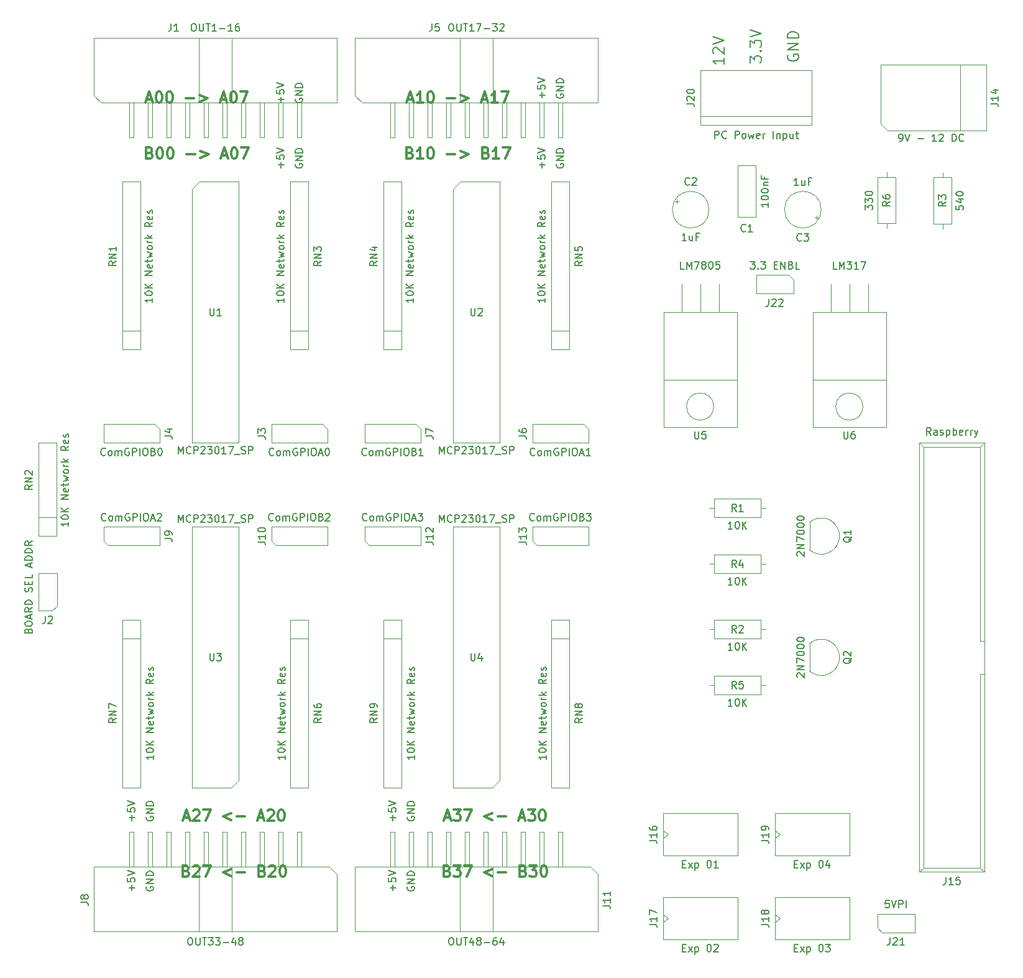
<source format=gbr>
G04 #@! TF.GenerationSoftware,KiCad,Pcbnew,(5.1.5)-3*
G04 #@! TF.CreationDate,2020-02-05T09:48:48+01:00*
G04 #@! TF.ProjectId,FGINT-V3-MASTER-64,4647494e-542d-4563-932d-4d4153544552,rev?*
G04 #@! TF.SameCoordinates,Original*
G04 #@! TF.FileFunction,Other,Fab,Top*
%FSLAX46Y46*%
G04 Gerber Fmt 4.6, Leading zero omitted, Abs format (unit mm)*
G04 Created by KiCad (PCBNEW (5.1.5)-3) date 2020-02-05 09:48:48*
%MOMM*%
%LPD*%
G04 APERTURE LIST*
%ADD10C,0.200000*%
%ADD11C,0.300000*%
%ADD12C,0.100000*%
%ADD13C,0.150000*%
G04 APERTURE END LIST*
D10*
X186190000Y-42671904D02*
X186142380Y-42767142D01*
X186142380Y-42910000D01*
X186190000Y-43052857D01*
X186285238Y-43148095D01*
X186380476Y-43195714D01*
X186570952Y-43243333D01*
X186713809Y-43243333D01*
X186904285Y-43195714D01*
X186999523Y-43148095D01*
X187094761Y-43052857D01*
X187142380Y-42910000D01*
X187142380Y-42814761D01*
X187094761Y-42671904D01*
X187047142Y-42624285D01*
X186713809Y-42624285D01*
X186713809Y-42814761D01*
X187142380Y-42195714D02*
X186142380Y-42195714D01*
X187142380Y-41624285D01*
X186142380Y-41624285D01*
X187142380Y-41148095D02*
X186142380Y-41148095D01*
X186142380Y-40910000D01*
X186190000Y-40767142D01*
X186285238Y-40671904D01*
X186380476Y-40624285D01*
X186570952Y-40576666D01*
X186713809Y-40576666D01*
X186904285Y-40624285D01*
X186999523Y-40671904D01*
X187094761Y-40767142D01*
X187142380Y-40910000D01*
X187142380Y-41148095D01*
X184221428Y-43195714D02*
X184221428Y-42433809D01*
X184602380Y-42814761D02*
X183840476Y-42814761D01*
X183602380Y-41481428D02*
X183602380Y-41957619D01*
X184078571Y-42005238D01*
X184030952Y-41957619D01*
X183983333Y-41862380D01*
X183983333Y-41624285D01*
X184030952Y-41529047D01*
X184078571Y-41481428D01*
X184173809Y-41433809D01*
X184411904Y-41433809D01*
X184507142Y-41481428D01*
X184554761Y-41529047D01*
X184602380Y-41624285D01*
X184602380Y-41862380D01*
X184554761Y-41957619D01*
X184507142Y-42005238D01*
X183602380Y-41148095D02*
X184602380Y-40814761D01*
X183602380Y-40481428D01*
X186190000Y-52196904D02*
X186142380Y-52292142D01*
X186142380Y-52435000D01*
X186190000Y-52577857D01*
X186285238Y-52673095D01*
X186380476Y-52720714D01*
X186570952Y-52768333D01*
X186713809Y-52768333D01*
X186904285Y-52720714D01*
X186999523Y-52673095D01*
X187094761Y-52577857D01*
X187142380Y-52435000D01*
X187142380Y-52339761D01*
X187094761Y-52196904D01*
X187047142Y-52149285D01*
X186713809Y-52149285D01*
X186713809Y-52339761D01*
X187142380Y-51720714D02*
X186142380Y-51720714D01*
X187142380Y-51149285D01*
X186142380Y-51149285D01*
X187142380Y-50673095D02*
X186142380Y-50673095D01*
X186142380Y-50435000D01*
X186190000Y-50292142D01*
X186285238Y-50196904D01*
X186380476Y-50149285D01*
X186570952Y-50101666D01*
X186713809Y-50101666D01*
X186904285Y-50149285D01*
X186999523Y-50196904D01*
X187094761Y-50292142D01*
X187142380Y-50435000D01*
X187142380Y-50673095D01*
X184221428Y-52720714D02*
X184221428Y-51958809D01*
X184602380Y-52339761D02*
X183840476Y-52339761D01*
X183602380Y-51006428D02*
X183602380Y-51482619D01*
X184078571Y-51530238D01*
X184030952Y-51482619D01*
X183983333Y-51387380D01*
X183983333Y-51149285D01*
X184030952Y-51054047D01*
X184078571Y-51006428D01*
X184173809Y-50958809D01*
X184411904Y-50958809D01*
X184507142Y-51006428D01*
X184554761Y-51054047D01*
X184602380Y-51149285D01*
X184602380Y-51387380D01*
X184554761Y-51482619D01*
X184507142Y-51530238D01*
X183602380Y-50673095D02*
X184602380Y-50339761D01*
X183602380Y-50006428D01*
X148661428Y-52720714D02*
X148661428Y-51958809D01*
X149042380Y-52339761D02*
X148280476Y-52339761D01*
X148042380Y-51006428D02*
X148042380Y-51482619D01*
X148518571Y-51530238D01*
X148470952Y-51482619D01*
X148423333Y-51387380D01*
X148423333Y-51149285D01*
X148470952Y-51054047D01*
X148518571Y-51006428D01*
X148613809Y-50958809D01*
X148851904Y-50958809D01*
X148947142Y-51006428D01*
X148994761Y-51054047D01*
X149042380Y-51149285D01*
X149042380Y-51387380D01*
X148994761Y-51482619D01*
X148947142Y-51530238D01*
X148042380Y-50673095D02*
X149042380Y-50339761D01*
X148042380Y-50006428D01*
X150630000Y-52196904D02*
X150582380Y-52292142D01*
X150582380Y-52435000D01*
X150630000Y-52577857D01*
X150725238Y-52673095D01*
X150820476Y-52720714D01*
X151010952Y-52768333D01*
X151153809Y-52768333D01*
X151344285Y-52720714D01*
X151439523Y-52673095D01*
X151534761Y-52577857D01*
X151582380Y-52435000D01*
X151582380Y-52339761D01*
X151534761Y-52196904D01*
X151487142Y-52149285D01*
X151153809Y-52149285D01*
X151153809Y-52339761D01*
X151582380Y-51720714D02*
X150582380Y-51720714D01*
X151582380Y-51149285D01*
X150582380Y-51149285D01*
X151582380Y-50673095D02*
X150582380Y-50673095D01*
X150582380Y-50435000D01*
X150630000Y-50292142D01*
X150725238Y-50196904D01*
X150820476Y-50149285D01*
X151010952Y-50101666D01*
X151153809Y-50101666D01*
X151344285Y-50149285D01*
X151439523Y-50196904D01*
X151534761Y-50292142D01*
X151582380Y-50435000D01*
X151582380Y-50673095D01*
X150630000Y-43306904D02*
X150582380Y-43402142D01*
X150582380Y-43545000D01*
X150630000Y-43687857D01*
X150725238Y-43783095D01*
X150820476Y-43830714D01*
X151010952Y-43878333D01*
X151153809Y-43878333D01*
X151344285Y-43830714D01*
X151439523Y-43783095D01*
X151534761Y-43687857D01*
X151582380Y-43545000D01*
X151582380Y-43449761D01*
X151534761Y-43306904D01*
X151487142Y-43259285D01*
X151153809Y-43259285D01*
X151153809Y-43449761D01*
X151582380Y-42830714D02*
X150582380Y-42830714D01*
X151582380Y-42259285D01*
X150582380Y-42259285D01*
X151582380Y-41783095D02*
X150582380Y-41783095D01*
X150582380Y-41545000D01*
X150630000Y-41402142D01*
X150725238Y-41306904D01*
X150820476Y-41259285D01*
X151010952Y-41211666D01*
X151153809Y-41211666D01*
X151344285Y-41259285D01*
X151439523Y-41306904D01*
X151534761Y-41402142D01*
X151582380Y-41545000D01*
X151582380Y-41783095D01*
X148661428Y-43830714D02*
X148661428Y-43068809D01*
X149042380Y-43449761D02*
X148280476Y-43449761D01*
X148042380Y-42116428D02*
X148042380Y-42592619D01*
X148518571Y-42640238D01*
X148470952Y-42592619D01*
X148423333Y-42497380D01*
X148423333Y-42259285D01*
X148470952Y-42164047D01*
X148518571Y-42116428D01*
X148613809Y-42068809D01*
X148851904Y-42068809D01*
X148947142Y-42116428D01*
X148994761Y-42164047D01*
X149042380Y-42259285D01*
X149042380Y-42497380D01*
X148994761Y-42592619D01*
X148947142Y-42640238D01*
X148042380Y-41783095D02*
X149042380Y-41449761D01*
X148042380Y-41116428D01*
X165870000Y-150621904D02*
X165822380Y-150717142D01*
X165822380Y-150860000D01*
X165870000Y-151002857D01*
X165965238Y-151098095D01*
X166060476Y-151145714D01*
X166250952Y-151193333D01*
X166393809Y-151193333D01*
X166584285Y-151145714D01*
X166679523Y-151098095D01*
X166774761Y-151002857D01*
X166822380Y-150860000D01*
X166822380Y-150764761D01*
X166774761Y-150621904D01*
X166727142Y-150574285D01*
X166393809Y-150574285D01*
X166393809Y-150764761D01*
X166822380Y-150145714D02*
X165822380Y-150145714D01*
X166822380Y-149574285D01*
X165822380Y-149574285D01*
X166822380Y-149098095D02*
X165822380Y-149098095D01*
X165822380Y-148860000D01*
X165870000Y-148717142D01*
X165965238Y-148621904D01*
X166060476Y-148574285D01*
X166250952Y-148526666D01*
X166393809Y-148526666D01*
X166584285Y-148574285D01*
X166679523Y-148621904D01*
X166774761Y-148717142D01*
X166822380Y-148860000D01*
X166822380Y-149098095D01*
X163901428Y-151145714D02*
X163901428Y-150383809D01*
X164282380Y-150764761D02*
X163520476Y-150764761D01*
X163282380Y-149431428D02*
X163282380Y-149907619D01*
X163758571Y-149955238D01*
X163710952Y-149907619D01*
X163663333Y-149812380D01*
X163663333Y-149574285D01*
X163710952Y-149479047D01*
X163758571Y-149431428D01*
X163853809Y-149383809D01*
X164091904Y-149383809D01*
X164187142Y-149431428D01*
X164234761Y-149479047D01*
X164282380Y-149574285D01*
X164282380Y-149812380D01*
X164234761Y-149907619D01*
X164187142Y-149955238D01*
X163282380Y-149098095D02*
X164282380Y-148764761D01*
X163282380Y-148431428D01*
X165870000Y-141096904D02*
X165822380Y-141192142D01*
X165822380Y-141335000D01*
X165870000Y-141477857D01*
X165965238Y-141573095D01*
X166060476Y-141620714D01*
X166250952Y-141668333D01*
X166393809Y-141668333D01*
X166584285Y-141620714D01*
X166679523Y-141573095D01*
X166774761Y-141477857D01*
X166822380Y-141335000D01*
X166822380Y-141239761D01*
X166774761Y-141096904D01*
X166727142Y-141049285D01*
X166393809Y-141049285D01*
X166393809Y-141239761D01*
X166822380Y-140620714D02*
X165822380Y-140620714D01*
X166822380Y-140049285D01*
X165822380Y-140049285D01*
X166822380Y-139573095D02*
X165822380Y-139573095D01*
X165822380Y-139335000D01*
X165870000Y-139192142D01*
X165965238Y-139096904D01*
X166060476Y-139049285D01*
X166250952Y-139001666D01*
X166393809Y-139001666D01*
X166584285Y-139049285D01*
X166679523Y-139096904D01*
X166774761Y-139192142D01*
X166822380Y-139335000D01*
X166822380Y-139573095D01*
X163901428Y-141620714D02*
X163901428Y-140858809D01*
X164282380Y-141239761D02*
X163520476Y-141239761D01*
X163282380Y-139906428D02*
X163282380Y-140382619D01*
X163758571Y-140430238D01*
X163710952Y-140382619D01*
X163663333Y-140287380D01*
X163663333Y-140049285D01*
X163710952Y-139954047D01*
X163758571Y-139906428D01*
X163853809Y-139858809D01*
X164091904Y-139858809D01*
X164187142Y-139906428D01*
X164234761Y-139954047D01*
X164282380Y-140049285D01*
X164282380Y-140287380D01*
X164234761Y-140382619D01*
X164187142Y-140430238D01*
X163282380Y-139573095D02*
X164282380Y-139239761D01*
X163282380Y-138906428D01*
X128341428Y-141620714D02*
X128341428Y-140858809D01*
X128722380Y-141239761D02*
X127960476Y-141239761D01*
X127722380Y-139906428D02*
X127722380Y-140382619D01*
X128198571Y-140430238D01*
X128150952Y-140382619D01*
X128103333Y-140287380D01*
X128103333Y-140049285D01*
X128150952Y-139954047D01*
X128198571Y-139906428D01*
X128293809Y-139858809D01*
X128531904Y-139858809D01*
X128627142Y-139906428D01*
X128674761Y-139954047D01*
X128722380Y-140049285D01*
X128722380Y-140287380D01*
X128674761Y-140382619D01*
X128627142Y-140430238D01*
X127722380Y-139573095D02*
X128722380Y-139239761D01*
X127722380Y-138906428D01*
X130310000Y-141096904D02*
X130262380Y-141192142D01*
X130262380Y-141335000D01*
X130310000Y-141477857D01*
X130405238Y-141573095D01*
X130500476Y-141620714D01*
X130690952Y-141668333D01*
X130833809Y-141668333D01*
X131024285Y-141620714D01*
X131119523Y-141573095D01*
X131214761Y-141477857D01*
X131262380Y-141335000D01*
X131262380Y-141239761D01*
X131214761Y-141096904D01*
X131167142Y-141049285D01*
X130833809Y-141049285D01*
X130833809Y-141239761D01*
X131262380Y-140620714D02*
X130262380Y-140620714D01*
X131262380Y-140049285D01*
X130262380Y-140049285D01*
X131262380Y-139573095D02*
X130262380Y-139573095D01*
X130262380Y-139335000D01*
X130310000Y-139192142D01*
X130405238Y-139096904D01*
X130500476Y-139049285D01*
X130690952Y-139001666D01*
X130833809Y-139001666D01*
X131024285Y-139049285D01*
X131119523Y-139096904D01*
X131214761Y-139192142D01*
X131262380Y-139335000D01*
X131262380Y-139573095D01*
X128341428Y-151145714D02*
X128341428Y-150383809D01*
X128722380Y-150764761D02*
X127960476Y-150764761D01*
X127722380Y-149431428D02*
X127722380Y-149907619D01*
X128198571Y-149955238D01*
X128150952Y-149907619D01*
X128103333Y-149812380D01*
X128103333Y-149574285D01*
X128150952Y-149479047D01*
X128198571Y-149431428D01*
X128293809Y-149383809D01*
X128531904Y-149383809D01*
X128627142Y-149431428D01*
X128674761Y-149479047D01*
X128722380Y-149574285D01*
X128722380Y-149812380D01*
X128674761Y-149907619D01*
X128627142Y-149955238D01*
X127722380Y-149098095D02*
X128722380Y-148764761D01*
X127722380Y-148431428D01*
X130310000Y-150621904D02*
X130262380Y-150717142D01*
X130262380Y-150860000D01*
X130310000Y-151002857D01*
X130405238Y-151098095D01*
X130500476Y-151145714D01*
X130690952Y-151193333D01*
X130833809Y-151193333D01*
X131024285Y-151145714D01*
X131119523Y-151098095D01*
X131214761Y-151002857D01*
X131262380Y-150860000D01*
X131262380Y-150764761D01*
X131214761Y-150621904D01*
X131167142Y-150574285D01*
X130833809Y-150574285D01*
X130833809Y-150764761D01*
X131262380Y-150145714D02*
X130262380Y-150145714D01*
X131262380Y-149574285D01*
X130262380Y-149574285D01*
X131262380Y-149098095D02*
X130262380Y-149098095D01*
X130262380Y-148860000D01*
X130310000Y-148717142D01*
X130405238Y-148621904D01*
X130500476Y-148574285D01*
X130690952Y-148526666D01*
X130833809Y-148526666D01*
X131024285Y-148574285D01*
X131119523Y-148621904D01*
X131214761Y-148717142D01*
X131262380Y-148860000D01*
X131262380Y-149098095D01*
D11*
X170942857Y-141220000D02*
X171657142Y-141220000D01*
X170800000Y-141648571D02*
X171300000Y-140148571D01*
X171800000Y-141648571D01*
X172157142Y-140148571D02*
X173085714Y-140148571D01*
X172585714Y-140720000D01*
X172800000Y-140720000D01*
X172942857Y-140791428D01*
X173014285Y-140862857D01*
X173085714Y-141005714D01*
X173085714Y-141362857D01*
X173014285Y-141505714D01*
X172942857Y-141577142D01*
X172800000Y-141648571D01*
X172371428Y-141648571D01*
X172228571Y-141577142D01*
X172157142Y-141505714D01*
X173585714Y-140148571D02*
X174585714Y-140148571D01*
X173942857Y-141648571D01*
X177442857Y-140648571D02*
X176300000Y-141077142D01*
X177442857Y-141505714D01*
X178157142Y-141077142D02*
X179300000Y-141077142D01*
X181085714Y-141220000D02*
X181800000Y-141220000D01*
X180942857Y-141648571D02*
X181442857Y-140148571D01*
X181942857Y-141648571D01*
X182300000Y-140148571D02*
X183228571Y-140148571D01*
X182728571Y-140720000D01*
X182942857Y-140720000D01*
X183085714Y-140791428D01*
X183157142Y-140862857D01*
X183228571Y-141005714D01*
X183228571Y-141362857D01*
X183157142Y-141505714D01*
X183085714Y-141577142D01*
X182942857Y-141648571D01*
X182514285Y-141648571D01*
X182371428Y-141577142D01*
X182300000Y-141505714D01*
X184157142Y-140148571D02*
X184300000Y-140148571D01*
X184442857Y-140220000D01*
X184514285Y-140291428D01*
X184585714Y-140434285D01*
X184657142Y-140720000D01*
X184657142Y-141077142D01*
X184585714Y-141362857D01*
X184514285Y-141505714D01*
X184442857Y-141577142D01*
X184300000Y-141648571D01*
X184157142Y-141648571D01*
X184014285Y-141577142D01*
X183942857Y-141505714D01*
X183871428Y-141362857D01*
X183800000Y-141077142D01*
X183800000Y-140720000D01*
X183871428Y-140434285D01*
X183942857Y-140291428D01*
X184014285Y-140220000D01*
X184157142Y-140148571D01*
X171300000Y-148482857D02*
X171514285Y-148554285D01*
X171585714Y-148625714D01*
X171657142Y-148768571D01*
X171657142Y-148982857D01*
X171585714Y-149125714D01*
X171514285Y-149197142D01*
X171371428Y-149268571D01*
X170800000Y-149268571D01*
X170800000Y-147768571D01*
X171300000Y-147768571D01*
X171442857Y-147840000D01*
X171514285Y-147911428D01*
X171585714Y-148054285D01*
X171585714Y-148197142D01*
X171514285Y-148340000D01*
X171442857Y-148411428D01*
X171300000Y-148482857D01*
X170800000Y-148482857D01*
X172157142Y-147768571D02*
X173085714Y-147768571D01*
X172585714Y-148340000D01*
X172800000Y-148340000D01*
X172942857Y-148411428D01*
X173014285Y-148482857D01*
X173085714Y-148625714D01*
X173085714Y-148982857D01*
X173014285Y-149125714D01*
X172942857Y-149197142D01*
X172800000Y-149268571D01*
X172371428Y-149268571D01*
X172228571Y-149197142D01*
X172157142Y-149125714D01*
X173585714Y-147768571D02*
X174585714Y-147768571D01*
X173942857Y-149268571D01*
X177442857Y-148268571D02*
X176300000Y-148697142D01*
X177442857Y-149125714D01*
X178157142Y-148697142D02*
X179300000Y-148697142D01*
X181657142Y-148482857D02*
X181871428Y-148554285D01*
X181942857Y-148625714D01*
X182014285Y-148768571D01*
X182014285Y-148982857D01*
X181942857Y-149125714D01*
X181871428Y-149197142D01*
X181728571Y-149268571D01*
X181157142Y-149268571D01*
X181157142Y-147768571D01*
X181657142Y-147768571D01*
X181800000Y-147840000D01*
X181871428Y-147911428D01*
X181942857Y-148054285D01*
X181942857Y-148197142D01*
X181871428Y-148340000D01*
X181800000Y-148411428D01*
X181657142Y-148482857D01*
X181157142Y-148482857D01*
X182514285Y-147768571D02*
X183442857Y-147768571D01*
X182942857Y-148340000D01*
X183157142Y-148340000D01*
X183300000Y-148411428D01*
X183371428Y-148482857D01*
X183442857Y-148625714D01*
X183442857Y-148982857D01*
X183371428Y-149125714D01*
X183300000Y-149197142D01*
X183157142Y-149268571D01*
X182728571Y-149268571D01*
X182585714Y-149197142D01*
X182514285Y-149125714D01*
X184371428Y-147768571D02*
X184514285Y-147768571D01*
X184657142Y-147840000D01*
X184728571Y-147911428D01*
X184800000Y-148054285D01*
X184871428Y-148340000D01*
X184871428Y-148697142D01*
X184800000Y-148982857D01*
X184728571Y-149125714D01*
X184657142Y-149197142D01*
X184514285Y-149268571D01*
X184371428Y-149268571D01*
X184228571Y-149197142D01*
X184157142Y-149125714D01*
X184085714Y-148982857D01*
X184014285Y-148697142D01*
X184014285Y-148340000D01*
X184085714Y-148054285D01*
X184157142Y-147911428D01*
X184228571Y-147840000D01*
X184371428Y-147768571D01*
X135740000Y-148482857D02*
X135954285Y-148554285D01*
X136025714Y-148625714D01*
X136097142Y-148768571D01*
X136097142Y-148982857D01*
X136025714Y-149125714D01*
X135954285Y-149197142D01*
X135811428Y-149268571D01*
X135240000Y-149268571D01*
X135240000Y-147768571D01*
X135740000Y-147768571D01*
X135882857Y-147840000D01*
X135954285Y-147911428D01*
X136025714Y-148054285D01*
X136025714Y-148197142D01*
X135954285Y-148340000D01*
X135882857Y-148411428D01*
X135740000Y-148482857D01*
X135240000Y-148482857D01*
X136668571Y-147911428D02*
X136740000Y-147840000D01*
X136882857Y-147768571D01*
X137240000Y-147768571D01*
X137382857Y-147840000D01*
X137454285Y-147911428D01*
X137525714Y-148054285D01*
X137525714Y-148197142D01*
X137454285Y-148411428D01*
X136597142Y-149268571D01*
X137525714Y-149268571D01*
X138025714Y-147768571D02*
X139025714Y-147768571D01*
X138382857Y-149268571D01*
X141882857Y-148268571D02*
X140740000Y-148697142D01*
X141882857Y-149125714D01*
X142597142Y-148697142D02*
X143740000Y-148697142D01*
X146097142Y-148482857D02*
X146311428Y-148554285D01*
X146382857Y-148625714D01*
X146454285Y-148768571D01*
X146454285Y-148982857D01*
X146382857Y-149125714D01*
X146311428Y-149197142D01*
X146168571Y-149268571D01*
X145597142Y-149268571D01*
X145597142Y-147768571D01*
X146097142Y-147768571D01*
X146240000Y-147840000D01*
X146311428Y-147911428D01*
X146382857Y-148054285D01*
X146382857Y-148197142D01*
X146311428Y-148340000D01*
X146240000Y-148411428D01*
X146097142Y-148482857D01*
X145597142Y-148482857D01*
X147025714Y-147911428D02*
X147097142Y-147840000D01*
X147240000Y-147768571D01*
X147597142Y-147768571D01*
X147740000Y-147840000D01*
X147811428Y-147911428D01*
X147882857Y-148054285D01*
X147882857Y-148197142D01*
X147811428Y-148411428D01*
X146954285Y-149268571D01*
X147882857Y-149268571D01*
X148811428Y-147768571D02*
X148954285Y-147768571D01*
X149097142Y-147840000D01*
X149168571Y-147911428D01*
X149240000Y-148054285D01*
X149311428Y-148340000D01*
X149311428Y-148697142D01*
X149240000Y-148982857D01*
X149168571Y-149125714D01*
X149097142Y-149197142D01*
X148954285Y-149268571D01*
X148811428Y-149268571D01*
X148668571Y-149197142D01*
X148597142Y-149125714D01*
X148525714Y-148982857D01*
X148454285Y-148697142D01*
X148454285Y-148340000D01*
X148525714Y-148054285D01*
X148597142Y-147911428D01*
X148668571Y-147840000D01*
X148811428Y-147768571D01*
X135382857Y-141220000D02*
X136097142Y-141220000D01*
X135240000Y-141648571D02*
X135740000Y-140148571D01*
X136240000Y-141648571D01*
X136668571Y-140291428D02*
X136740000Y-140220000D01*
X136882857Y-140148571D01*
X137240000Y-140148571D01*
X137382857Y-140220000D01*
X137454285Y-140291428D01*
X137525714Y-140434285D01*
X137525714Y-140577142D01*
X137454285Y-140791428D01*
X136597142Y-141648571D01*
X137525714Y-141648571D01*
X138025714Y-140148571D02*
X139025714Y-140148571D01*
X138382857Y-141648571D01*
X141882857Y-140648571D02*
X140740000Y-141077142D01*
X141882857Y-141505714D01*
X142597142Y-141077142D02*
X143740000Y-141077142D01*
X145525714Y-141220000D02*
X146240000Y-141220000D01*
X145382857Y-141648571D02*
X145882857Y-140148571D01*
X146382857Y-141648571D01*
X146811428Y-140291428D02*
X146882857Y-140220000D01*
X147025714Y-140148571D01*
X147382857Y-140148571D01*
X147525714Y-140220000D01*
X147597142Y-140291428D01*
X147668571Y-140434285D01*
X147668571Y-140577142D01*
X147597142Y-140791428D01*
X146740000Y-141648571D01*
X147668571Y-141648571D01*
X148597142Y-140148571D02*
X148740000Y-140148571D01*
X148882857Y-140220000D01*
X148954285Y-140291428D01*
X149025714Y-140434285D01*
X149097142Y-140720000D01*
X149097142Y-141077142D01*
X149025714Y-141362857D01*
X148954285Y-141505714D01*
X148882857Y-141577142D01*
X148740000Y-141648571D01*
X148597142Y-141648571D01*
X148454285Y-141577142D01*
X148382857Y-141505714D01*
X148311428Y-141362857D01*
X148240000Y-141077142D01*
X148240000Y-140720000D01*
X148311428Y-140434285D01*
X148382857Y-140291428D01*
X148454285Y-140220000D01*
X148597142Y-140148571D01*
X130767142Y-50692857D02*
X130981428Y-50764285D01*
X131052857Y-50835714D01*
X131124285Y-50978571D01*
X131124285Y-51192857D01*
X131052857Y-51335714D01*
X130981428Y-51407142D01*
X130838571Y-51478571D01*
X130267142Y-51478571D01*
X130267142Y-49978571D01*
X130767142Y-49978571D01*
X130910000Y-50050000D01*
X130981428Y-50121428D01*
X131052857Y-50264285D01*
X131052857Y-50407142D01*
X130981428Y-50550000D01*
X130910000Y-50621428D01*
X130767142Y-50692857D01*
X130267142Y-50692857D01*
X132052857Y-49978571D02*
X132195714Y-49978571D01*
X132338571Y-50050000D01*
X132410000Y-50121428D01*
X132481428Y-50264285D01*
X132552857Y-50550000D01*
X132552857Y-50907142D01*
X132481428Y-51192857D01*
X132410000Y-51335714D01*
X132338571Y-51407142D01*
X132195714Y-51478571D01*
X132052857Y-51478571D01*
X131910000Y-51407142D01*
X131838571Y-51335714D01*
X131767142Y-51192857D01*
X131695714Y-50907142D01*
X131695714Y-50550000D01*
X131767142Y-50264285D01*
X131838571Y-50121428D01*
X131910000Y-50050000D01*
X132052857Y-49978571D01*
X133481428Y-49978571D02*
X133624285Y-49978571D01*
X133767142Y-50050000D01*
X133838571Y-50121428D01*
X133910000Y-50264285D01*
X133981428Y-50550000D01*
X133981428Y-50907142D01*
X133910000Y-51192857D01*
X133838571Y-51335714D01*
X133767142Y-51407142D01*
X133624285Y-51478571D01*
X133481428Y-51478571D01*
X133338571Y-51407142D01*
X133267142Y-51335714D01*
X133195714Y-51192857D01*
X133124285Y-50907142D01*
X133124285Y-50550000D01*
X133195714Y-50264285D01*
X133267142Y-50121428D01*
X133338571Y-50050000D01*
X133481428Y-49978571D01*
X135767142Y-50907142D02*
X136910000Y-50907142D01*
X137624285Y-50478571D02*
X138767142Y-50907142D01*
X137624285Y-51335714D01*
X140552857Y-51050000D02*
X141267142Y-51050000D01*
X140410000Y-51478571D02*
X140910000Y-49978571D01*
X141410000Y-51478571D01*
X142195714Y-49978571D02*
X142338571Y-49978571D01*
X142481428Y-50050000D01*
X142552857Y-50121428D01*
X142624285Y-50264285D01*
X142695714Y-50550000D01*
X142695714Y-50907142D01*
X142624285Y-51192857D01*
X142552857Y-51335714D01*
X142481428Y-51407142D01*
X142338571Y-51478571D01*
X142195714Y-51478571D01*
X142052857Y-51407142D01*
X141981428Y-51335714D01*
X141910000Y-51192857D01*
X141838571Y-50907142D01*
X141838571Y-50550000D01*
X141910000Y-50264285D01*
X141981428Y-50121428D01*
X142052857Y-50050000D01*
X142195714Y-49978571D01*
X143195714Y-49978571D02*
X144195714Y-49978571D01*
X143552857Y-51478571D01*
X166220000Y-50692857D02*
X166434285Y-50764285D01*
X166505714Y-50835714D01*
X166577142Y-50978571D01*
X166577142Y-51192857D01*
X166505714Y-51335714D01*
X166434285Y-51407142D01*
X166291428Y-51478571D01*
X165720000Y-51478571D01*
X165720000Y-49978571D01*
X166220000Y-49978571D01*
X166362857Y-50050000D01*
X166434285Y-50121428D01*
X166505714Y-50264285D01*
X166505714Y-50407142D01*
X166434285Y-50550000D01*
X166362857Y-50621428D01*
X166220000Y-50692857D01*
X165720000Y-50692857D01*
X168005714Y-51478571D02*
X167148571Y-51478571D01*
X167577142Y-51478571D02*
X167577142Y-49978571D01*
X167434285Y-50192857D01*
X167291428Y-50335714D01*
X167148571Y-50407142D01*
X168934285Y-49978571D02*
X169077142Y-49978571D01*
X169220000Y-50050000D01*
X169291428Y-50121428D01*
X169362857Y-50264285D01*
X169434285Y-50550000D01*
X169434285Y-50907142D01*
X169362857Y-51192857D01*
X169291428Y-51335714D01*
X169220000Y-51407142D01*
X169077142Y-51478571D01*
X168934285Y-51478571D01*
X168791428Y-51407142D01*
X168720000Y-51335714D01*
X168648571Y-51192857D01*
X168577142Y-50907142D01*
X168577142Y-50550000D01*
X168648571Y-50264285D01*
X168720000Y-50121428D01*
X168791428Y-50050000D01*
X168934285Y-49978571D01*
X171220000Y-50907142D02*
X172362857Y-50907142D01*
X173077142Y-50478571D02*
X174220000Y-50907142D01*
X173077142Y-51335714D01*
X176577142Y-50692857D02*
X176791428Y-50764285D01*
X176862857Y-50835714D01*
X176934285Y-50978571D01*
X176934285Y-51192857D01*
X176862857Y-51335714D01*
X176791428Y-51407142D01*
X176648571Y-51478571D01*
X176077142Y-51478571D01*
X176077142Y-49978571D01*
X176577142Y-49978571D01*
X176720000Y-50050000D01*
X176791428Y-50121428D01*
X176862857Y-50264285D01*
X176862857Y-50407142D01*
X176791428Y-50550000D01*
X176720000Y-50621428D01*
X176577142Y-50692857D01*
X176077142Y-50692857D01*
X178362857Y-51478571D02*
X177505714Y-51478571D01*
X177934285Y-51478571D02*
X177934285Y-49978571D01*
X177791428Y-50192857D01*
X177648571Y-50335714D01*
X177505714Y-50407142D01*
X178862857Y-49978571D02*
X179862857Y-49978571D01*
X179220000Y-51478571D01*
X165862857Y-43430000D02*
X166577142Y-43430000D01*
X165720000Y-43858571D02*
X166220000Y-42358571D01*
X166720000Y-43858571D01*
X168005714Y-43858571D02*
X167148571Y-43858571D01*
X167577142Y-43858571D02*
X167577142Y-42358571D01*
X167434285Y-42572857D01*
X167291428Y-42715714D01*
X167148571Y-42787142D01*
X168934285Y-42358571D02*
X169077142Y-42358571D01*
X169220000Y-42430000D01*
X169291428Y-42501428D01*
X169362857Y-42644285D01*
X169434285Y-42930000D01*
X169434285Y-43287142D01*
X169362857Y-43572857D01*
X169291428Y-43715714D01*
X169220000Y-43787142D01*
X169077142Y-43858571D01*
X168934285Y-43858571D01*
X168791428Y-43787142D01*
X168720000Y-43715714D01*
X168648571Y-43572857D01*
X168577142Y-43287142D01*
X168577142Y-42930000D01*
X168648571Y-42644285D01*
X168720000Y-42501428D01*
X168791428Y-42430000D01*
X168934285Y-42358571D01*
X171220000Y-43287142D02*
X172362857Y-43287142D01*
X173077142Y-42858571D02*
X174220000Y-43287142D01*
X173077142Y-43715714D01*
X176005714Y-43430000D02*
X176720000Y-43430000D01*
X175862857Y-43858571D02*
X176362857Y-42358571D01*
X176862857Y-43858571D01*
X178148571Y-43858571D02*
X177291428Y-43858571D01*
X177720000Y-43858571D02*
X177720000Y-42358571D01*
X177577142Y-42572857D01*
X177434285Y-42715714D01*
X177291428Y-42787142D01*
X178648571Y-42358571D02*
X179648571Y-42358571D01*
X179005714Y-43858571D01*
X130302857Y-43430000D02*
X131017142Y-43430000D01*
X130160000Y-43858571D02*
X130660000Y-42358571D01*
X131160000Y-43858571D01*
X131945714Y-42358571D02*
X132088571Y-42358571D01*
X132231428Y-42430000D01*
X132302857Y-42501428D01*
X132374285Y-42644285D01*
X132445714Y-42930000D01*
X132445714Y-43287142D01*
X132374285Y-43572857D01*
X132302857Y-43715714D01*
X132231428Y-43787142D01*
X132088571Y-43858571D01*
X131945714Y-43858571D01*
X131802857Y-43787142D01*
X131731428Y-43715714D01*
X131660000Y-43572857D01*
X131588571Y-43287142D01*
X131588571Y-42930000D01*
X131660000Y-42644285D01*
X131731428Y-42501428D01*
X131802857Y-42430000D01*
X131945714Y-42358571D01*
X133374285Y-42358571D02*
X133517142Y-42358571D01*
X133660000Y-42430000D01*
X133731428Y-42501428D01*
X133802857Y-42644285D01*
X133874285Y-42930000D01*
X133874285Y-43287142D01*
X133802857Y-43572857D01*
X133731428Y-43715714D01*
X133660000Y-43787142D01*
X133517142Y-43858571D01*
X133374285Y-43858571D01*
X133231428Y-43787142D01*
X133160000Y-43715714D01*
X133088571Y-43572857D01*
X133017142Y-43287142D01*
X133017142Y-42930000D01*
X133088571Y-42644285D01*
X133160000Y-42501428D01*
X133231428Y-42430000D01*
X133374285Y-42358571D01*
X135660000Y-43287142D02*
X136802857Y-43287142D01*
X137517142Y-42858571D02*
X138660000Y-43287142D01*
X137517142Y-43715714D01*
X140445714Y-43430000D02*
X141160000Y-43430000D01*
X140302857Y-43858571D02*
X140802857Y-42358571D01*
X141302857Y-43858571D01*
X142088571Y-42358571D02*
X142231428Y-42358571D01*
X142374285Y-42430000D01*
X142445714Y-42501428D01*
X142517142Y-42644285D01*
X142588571Y-42930000D01*
X142588571Y-43287142D01*
X142517142Y-43572857D01*
X142445714Y-43715714D01*
X142374285Y-43787142D01*
X142231428Y-43858571D01*
X142088571Y-43858571D01*
X141945714Y-43787142D01*
X141874285Y-43715714D01*
X141802857Y-43572857D01*
X141731428Y-43287142D01*
X141731428Y-42930000D01*
X141802857Y-42644285D01*
X141874285Y-42501428D01*
X141945714Y-42430000D01*
X142088571Y-42358571D01*
X143088571Y-42358571D02*
X144088571Y-42358571D01*
X143445714Y-43858571D01*
D10*
X217690000Y-37337857D02*
X217618571Y-37480714D01*
X217618571Y-37695000D01*
X217690000Y-37909285D01*
X217832857Y-38052142D01*
X217975714Y-38123571D01*
X218261428Y-38195000D01*
X218475714Y-38195000D01*
X218761428Y-38123571D01*
X218904285Y-38052142D01*
X219047142Y-37909285D01*
X219118571Y-37695000D01*
X219118571Y-37552142D01*
X219047142Y-37337857D01*
X218975714Y-37266428D01*
X218475714Y-37266428D01*
X218475714Y-37552142D01*
X219118571Y-36623571D02*
X217618571Y-36623571D01*
X219118571Y-35766428D01*
X217618571Y-35766428D01*
X219118571Y-35052142D02*
X217618571Y-35052142D01*
X217618571Y-34695000D01*
X217690000Y-34480714D01*
X217832857Y-34337857D01*
X217975714Y-34266428D01*
X218261428Y-34195000D01*
X218475714Y-34195000D01*
X218761428Y-34266428D01*
X218904285Y-34337857D01*
X219047142Y-34480714D01*
X219118571Y-34695000D01*
X219118571Y-35052142D01*
X212538571Y-38409285D02*
X212538571Y-37480714D01*
X213110000Y-37980714D01*
X213110000Y-37766428D01*
X213181428Y-37623571D01*
X213252857Y-37552142D01*
X213395714Y-37480714D01*
X213752857Y-37480714D01*
X213895714Y-37552142D01*
X213967142Y-37623571D01*
X214038571Y-37766428D01*
X214038571Y-38195000D01*
X213967142Y-38337857D01*
X213895714Y-38409285D01*
X213895714Y-36837857D02*
X213967142Y-36766428D01*
X214038571Y-36837857D01*
X213967142Y-36909285D01*
X213895714Y-36837857D01*
X214038571Y-36837857D01*
X212538571Y-36266428D02*
X212538571Y-35337857D01*
X213110000Y-35837857D01*
X213110000Y-35623571D01*
X213181428Y-35480714D01*
X213252857Y-35409285D01*
X213395714Y-35337857D01*
X213752857Y-35337857D01*
X213895714Y-35409285D01*
X213967142Y-35480714D01*
X214038571Y-35623571D01*
X214038571Y-36052142D01*
X213967142Y-36195000D01*
X213895714Y-36266428D01*
X212538571Y-34909285D02*
X214038571Y-34409285D01*
X212538571Y-33909285D01*
X208958571Y-37758571D02*
X208958571Y-38615714D01*
X208958571Y-38187142D02*
X207458571Y-38187142D01*
X207672857Y-38330000D01*
X207815714Y-38472857D01*
X207887142Y-38615714D01*
X207601428Y-37187142D02*
X207530000Y-37115714D01*
X207458571Y-36972857D01*
X207458571Y-36615714D01*
X207530000Y-36472857D01*
X207601428Y-36401428D01*
X207744285Y-36330000D01*
X207887142Y-36330000D01*
X208101428Y-36401428D01*
X208958571Y-37258571D01*
X208958571Y-36330000D01*
X207458571Y-35901428D02*
X208958571Y-35401428D01*
X207458571Y-34901428D01*
D12*
X220647615Y-117487182D02*
G75*
G02X224730000Y-119380000I1602385J-1892818D01*
G01*
X220657453Y-121281103D02*
G75*
G03X224730000Y-119380000I1592547J1901103D01*
G01*
X220650000Y-117490000D02*
X220650000Y-121240000D01*
X220647615Y-100977182D02*
G75*
G02X224730000Y-102870000I1602385J-1892818D01*
G01*
X220657453Y-104771103D02*
G75*
G03X224730000Y-102870000I1592547J1901103D01*
G01*
X220650000Y-100980000D02*
X220650000Y-104730000D01*
X217805000Y-67310000D02*
X218440000Y-67945000D01*
X213360000Y-67310000D02*
X217805000Y-67310000D01*
X213360000Y-69850000D02*
X213360000Y-67310000D01*
X218440000Y-69850000D02*
X213360000Y-69850000D01*
X218440000Y-67945000D02*
X218440000Y-69850000D01*
X230505000Y-156845000D02*
X229870000Y-156210000D01*
X234950000Y-156845000D02*
X230505000Y-156845000D01*
X234950000Y-154305000D02*
X234950000Y-156845000D01*
X229870000Y-154305000D02*
X234950000Y-154305000D01*
X229870000Y-156210000D02*
X229870000Y-154305000D01*
X216607107Y-154940000D02*
X215900000Y-155440000D01*
X215900000Y-154440000D02*
X216607107Y-154940000D01*
X226060000Y-152020000D02*
X215900000Y-152020000D01*
X226060000Y-157820000D02*
X226060000Y-152020000D01*
X215900000Y-157820000D02*
X226060000Y-157820000D01*
X215900000Y-152020000D02*
X215900000Y-157820000D01*
X201367107Y-154940000D02*
X200660000Y-155440000D01*
X200660000Y-154440000D02*
X201367107Y-154940000D01*
X210820000Y-152020000D02*
X200660000Y-152020000D01*
X210820000Y-157820000D02*
X210820000Y-152020000D01*
X200660000Y-157820000D02*
X210820000Y-157820000D01*
X200660000Y-152020000D02*
X200660000Y-157820000D01*
X201367107Y-143510000D02*
X200660000Y-144010000D01*
X200660000Y-143010000D02*
X201367107Y-143510000D01*
X210820000Y-140590000D02*
X200660000Y-140590000D01*
X210820000Y-146390000D02*
X210820000Y-140590000D01*
X200660000Y-146390000D02*
X210820000Y-146390000D01*
X200660000Y-140590000D02*
X200660000Y-146390000D01*
X210840000Y-59420000D02*
X213340000Y-59420000D01*
X213340000Y-59420000D02*
X213340000Y-52420000D01*
X213340000Y-52420000D02*
X210840000Y-52420000D01*
X210840000Y-52420000D02*
X210840000Y-59420000D01*
X202566395Y-57082500D02*
X202566395Y-57582500D01*
X202316395Y-57332500D02*
X202816395Y-57332500D01*
X206950000Y-58420000D02*
G75*
G03X206950000Y-58420000I-2500000J0D01*
G01*
X222230000Y-58420000D02*
G75*
G03X222230000Y-58420000I-2500000J0D01*
G01*
X221863605Y-59507500D02*
X221363605Y-59507500D01*
X221613605Y-59757500D02*
X221613605Y-59257500D01*
X230300000Y-38680000D02*
X244700000Y-38680000D01*
X244700000Y-38680000D02*
X244700000Y-47680000D01*
X244700000Y-47680000D02*
X231300000Y-47680000D01*
X231300000Y-47680000D02*
X230300000Y-46680000D01*
X230300000Y-46680000D02*
X230300000Y-38680000D01*
X241200000Y-47680000D02*
X241200000Y-38680000D01*
X235605000Y-148610000D02*
X235605000Y-90150000D01*
X236155000Y-148070000D02*
X236155000Y-90710000D01*
X244455000Y-148610000D02*
X244455000Y-90150000D01*
X243905000Y-148070000D02*
X243905000Y-121630000D01*
X243905000Y-117130000D02*
X243905000Y-90710000D01*
X243905000Y-121630000D02*
X244455000Y-121630000D01*
X243905000Y-117130000D02*
X244455000Y-117130000D01*
X235605000Y-148610000D02*
X244455000Y-148610000D01*
X236155000Y-148070000D02*
X243905000Y-148070000D01*
X235605000Y-90150000D02*
X244455000Y-90150000D01*
X236155000Y-90710000D02*
X243905000Y-90710000D01*
X235605000Y-148610000D02*
X236155000Y-148070000D01*
X235605000Y-90150000D02*
X236155000Y-90710000D01*
X244455000Y-148610000D02*
X243905000Y-148070000D01*
X244455000Y-90150000D02*
X243905000Y-90710000D01*
X207670000Y-97810000D02*
X207670000Y-100310000D01*
X207670000Y-100310000D02*
X213970000Y-100310000D01*
X213970000Y-100310000D02*
X213970000Y-97810000D01*
X213970000Y-97810000D02*
X207670000Y-97810000D01*
X207010000Y-99060000D02*
X207670000Y-99060000D01*
X214630000Y-99060000D02*
X213970000Y-99060000D01*
X214630000Y-115570000D02*
X213970000Y-115570000D01*
X207010000Y-115570000D02*
X207670000Y-115570000D01*
X213970000Y-114320000D02*
X207670000Y-114320000D01*
X213970000Y-116820000D02*
X213970000Y-114320000D01*
X207670000Y-116820000D02*
X213970000Y-116820000D01*
X207670000Y-114320000D02*
X207670000Y-116820000D01*
X237510000Y-60340000D02*
X240010000Y-60340000D01*
X240010000Y-60340000D02*
X240010000Y-54040000D01*
X240010000Y-54040000D02*
X237510000Y-54040000D01*
X237510000Y-54040000D02*
X237510000Y-60340000D01*
X238760000Y-61000000D02*
X238760000Y-60340000D01*
X238760000Y-53380000D02*
X238760000Y-54040000D01*
X214630000Y-106680000D02*
X213970000Y-106680000D01*
X207010000Y-106680000D02*
X207670000Y-106680000D01*
X213970000Y-105430000D02*
X207670000Y-105430000D01*
X213970000Y-107930000D02*
X213970000Y-105430000D01*
X207670000Y-107930000D02*
X213970000Y-107930000D01*
X207670000Y-105430000D02*
X207670000Y-107930000D01*
X207670000Y-121940000D02*
X207670000Y-124440000D01*
X207670000Y-124440000D02*
X213970000Y-124440000D01*
X213970000Y-124440000D02*
X213970000Y-121940000D01*
X213970000Y-121940000D02*
X207670000Y-121940000D01*
X207010000Y-123190000D02*
X207670000Y-123190000D01*
X214630000Y-123190000D02*
X213970000Y-123190000D01*
X231140000Y-60960000D02*
X231140000Y-60300000D01*
X231140000Y-53340000D02*
X231140000Y-54000000D01*
X232390000Y-60300000D02*
X232390000Y-54000000D01*
X229890000Y-60300000D02*
X232390000Y-60300000D01*
X229890000Y-54000000D02*
X229890000Y-60300000D01*
X232390000Y-54000000D02*
X229890000Y-54000000D01*
X149880000Y-77490000D02*
X152380000Y-77490000D01*
X152380000Y-77490000D02*
X152380000Y-54590000D01*
X152380000Y-54590000D02*
X149880000Y-54590000D01*
X149880000Y-54590000D02*
X149880000Y-77490000D01*
X149880000Y-74930000D02*
X152380000Y-74930000D01*
X127020000Y-74930000D02*
X129520000Y-74930000D01*
X127020000Y-54590000D02*
X127020000Y-77490000D01*
X129520000Y-54590000D02*
X127020000Y-54590000D01*
X129520000Y-77490000D02*
X129520000Y-54590000D01*
X127020000Y-77490000D02*
X129520000Y-77490000D01*
X185440000Y-77490000D02*
X187940000Y-77490000D01*
X187940000Y-77490000D02*
X187940000Y-54590000D01*
X187940000Y-54590000D02*
X185440000Y-54590000D01*
X185440000Y-54590000D02*
X185440000Y-77490000D01*
X185440000Y-74930000D02*
X187940000Y-74930000D01*
X162580000Y-74930000D02*
X165080000Y-74930000D01*
X162580000Y-54590000D02*
X162580000Y-77490000D01*
X165080000Y-54590000D02*
X162580000Y-54590000D01*
X165080000Y-77490000D02*
X165080000Y-54590000D01*
X162580000Y-77490000D02*
X165080000Y-77490000D01*
X136525000Y-55610000D02*
X137525000Y-54610000D01*
X136525000Y-90170000D02*
X136525000Y-55610000D01*
X142875000Y-90170000D02*
X136525000Y-90170000D01*
X142875000Y-54610000D02*
X142875000Y-90170000D01*
X137525000Y-54610000D02*
X142875000Y-54610000D01*
X172085000Y-55610000D02*
X173085000Y-54610000D01*
X172085000Y-90170000D02*
X172085000Y-55610000D01*
X178435000Y-90170000D02*
X172085000Y-90170000D01*
X178435000Y-54610000D02*
X178435000Y-90170000D01*
X173085000Y-54610000D02*
X178435000Y-54610000D01*
X203200000Y-72390000D02*
X203200000Y-68580000D01*
X205740000Y-72390000D02*
X205740000Y-68580000D01*
X208280000Y-72390000D02*
X208280000Y-68580000D01*
X200740000Y-72390000D02*
X210740000Y-72390000D01*
X200740000Y-81640000D02*
X200740000Y-72390000D01*
X210740000Y-81640000D02*
X200740000Y-81640000D01*
X210740000Y-72390000D02*
X210740000Y-81640000D01*
X200740000Y-81640000D02*
X210740000Y-81640000D01*
X200740000Y-88040000D02*
X200740000Y-81640000D01*
X210740000Y-88040000D02*
X200740000Y-88040000D01*
X210740000Y-81640000D02*
X210740000Y-88040000D01*
X207590000Y-85240000D02*
G75*
G03X207590000Y-85240000I-1850000J0D01*
G01*
X227910000Y-85240000D02*
G75*
G03X227910000Y-85240000I-1850000J0D01*
G01*
X231060000Y-81640000D02*
X231060000Y-88040000D01*
X231060000Y-88040000D02*
X221060000Y-88040000D01*
X221060000Y-88040000D02*
X221060000Y-81640000D01*
X221060000Y-81640000D02*
X231060000Y-81640000D01*
X231060000Y-72390000D02*
X231060000Y-81640000D01*
X231060000Y-81640000D02*
X221060000Y-81640000D01*
X221060000Y-81640000D02*
X221060000Y-72390000D01*
X221060000Y-72390000D02*
X231060000Y-72390000D01*
X228600000Y-72390000D02*
X228600000Y-68580000D01*
X226060000Y-72390000D02*
X226060000Y-68580000D01*
X223520000Y-72390000D02*
X223520000Y-68580000D01*
X215900000Y-140590000D02*
X215900000Y-146390000D01*
X215900000Y-146390000D02*
X226060000Y-146390000D01*
X226060000Y-146390000D02*
X226060000Y-140590000D01*
X226060000Y-140590000D02*
X215900000Y-140590000D01*
X215900000Y-143010000D02*
X216607107Y-143510000D01*
X216607107Y-143510000D02*
X215900000Y-144010000D01*
X123170000Y-42880000D02*
X123170000Y-35030000D01*
X138110000Y-43880000D02*
X138110000Y-48580000D01*
X137450000Y-43880000D02*
X137450000Y-35030000D01*
X135570000Y-43880000D02*
X135570000Y-48580000D01*
X133030000Y-43880000D02*
X133030000Y-48580000D01*
X156230000Y-43880000D02*
X124170000Y-43880000D01*
X156230000Y-43880000D02*
X156230000Y-35030000D01*
X150810000Y-43880000D02*
X150810000Y-48580000D01*
X148270000Y-43880000D02*
X148270000Y-48580000D01*
X130490000Y-43880000D02*
X130490000Y-48580000D01*
X145730000Y-43880000D02*
X145730000Y-48580000D01*
X143190000Y-43880000D02*
X143190000Y-48580000D01*
X141950000Y-43880000D02*
X141950000Y-35030000D01*
X140650000Y-43880000D02*
X140650000Y-48580000D01*
X124170000Y-43880000D02*
X123170000Y-42880000D01*
X127950000Y-43880000D02*
X127950000Y-48580000D01*
X156230000Y-35030000D02*
X123170000Y-35030000D01*
X138110000Y-48580000D02*
X138750000Y-48580000D01*
X136210000Y-48580000D02*
X136210000Y-43880000D01*
X135570000Y-48580000D02*
X136210000Y-48580000D01*
X133670000Y-48580000D02*
X133670000Y-43880000D01*
X133030000Y-48580000D02*
X133670000Y-48580000D01*
X151450000Y-48580000D02*
X151450000Y-43880000D01*
X150810000Y-48580000D02*
X151450000Y-48580000D01*
X148910000Y-48580000D02*
X148910000Y-43880000D01*
X148270000Y-48580000D02*
X148910000Y-48580000D01*
X131130000Y-48580000D02*
X131130000Y-43880000D01*
X130490000Y-48580000D02*
X131130000Y-48580000D01*
X146370000Y-48580000D02*
X146370000Y-43880000D01*
X145730000Y-48580000D02*
X146370000Y-48580000D01*
X143830000Y-48580000D02*
X143830000Y-43880000D01*
X143190000Y-48580000D02*
X143830000Y-48580000D01*
X141290000Y-48580000D02*
X141290000Y-43880000D01*
X140650000Y-48580000D02*
X141290000Y-48580000D01*
X138750000Y-48580000D02*
X138750000Y-43880000D01*
X128590000Y-48580000D02*
X128590000Y-43880000D01*
X127950000Y-48580000D02*
X128590000Y-48580000D01*
X117475000Y-113030000D02*
X115570000Y-113030000D01*
X115570000Y-113030000D02*
X115570000Y-107950000D01*
X115570000Y-107950000D02*
X118110000Y-107950000D01*
X118110000Y-107950000D02*
X118110000Y-112395000D01*
X118110000Y-112395000D02*
X117475000Y-113030000D01*
X154305000Y-87630000D02*
X154940000Y-88265000D01*
X147320000Y-87630000D02*
X154305000Y-87630000D01*
X147320000Y-90170000D02*
X147320000Y-87630000D01*
X154940000Y-90170000D02*
X147320000Y-90170000D01*
X154940000Y-88265000D02*
X154940000Y-90170000D01*
X132080000Y-88265000D02*
X132080000Y-90170000D01*
X132080000Y-90170000D02*
X124460000Y-90170000D01*
X124460000Y-90170000D02*
X124460000Y-87630000D01*
X124460000Y-87630000D02*
X131445000Y-87630000D01*
X131445000Y-87630000D02*
X132080000Y-88265000D01*
X163510000Y-48580000D02*
X164150000Y-48580000D01*
X164150000Y-48580000D02*
X164150000Y-43880000D01*
X174310000Y-48580000D02*
X174310000Y-43880000D01*
X176210000Y-48580000D02*
X176850000Y-48580000D01*
X176850000Y-48580000D02*
X176850000Y-43880000D01*
X178750000Y-48580000D02*
X179390000Y-48580000D01*
X179390000Y-48580000D02*
X179390000Y-43880000D01*
X181290000Y-48580000D02*
X181930000Y-48580000D01*
X181930000Y-48580000D02*
X181930000Y-43880000D01*
X166050000Y-48580000D02*
X166690000Y-48580000D01*
X166690000Y-48580000D02*
X166690000Y-43880000D01*
X183830000Y-48580000D02*
X184470000Y-48580000D01*
X184470000Y-48580000D02*
X184470000Y-43880000D01*
X186370000Y-48580000D02*
X187010000Y-48580000D01*
X187010000Y-48580000D02*
X187010000Y-43880000D01*
X168590000Y-48580000D02*
X169230000Y-48580000D01*
X169230000Y-48580000D02*
X169230000Y-43880000D01*
X171130000Y-48580000D02*
X171770000Y-48580000D01*
X171770000Y-48580000D02*
X171770000Y-43880000D01*
X173670000Y-48580000D02*
X174310000Y-48580000D01*
X191790000Y-35030000D02*
X158730000Y-35030000D01*
X163510000Y-43880000D02*
X163510000Y-48580000D01*
X159730000Y-43880000D02*
X158730000Y-42880000D01*
X176210000Y-43880000D02*
X176210000Y-48580000D01*
X177510000Y-43880000D02*
X177510000Y-35030000D01*
X178750000Y-43880000D02*
X178750000Y-48580000D01*
X181290000Y-43880000D02*
X181290000Y-48580000D01*
X166050000Y-43880000D02*
X166050000Y-48580000D01*
X183830000Y-43880000D02*
X183830000Y-48580000D01*
X186370000Y-43880000D02*
X186370000Y-48580000D01*
X191790000Y-43880000D02*
X191790000Y-35030000D01*
X191790000Y-43880000D02*
X159730000Y-43880000D01*
X168590000Y-43880000D02*
X168590000Y-48580000D01*
X171130000Y-43880000D02*
X171130000Y-48580000D01*
X173010000Y-43880000D02*
X173010000Y-35030000D01*
X173670000Y-43880000D02*
X173670000Y-48580000D01*
X158730000Y-42880000D02*
X158730000Y-35030000D01*
X190500000Y-88265000D02*
X190500000Y-90170000D01*
X190500000Y-90170000D02*
X182880000Y-90170000D01*
X182880000Y-90170000D02*
X182880000Y-87630000D01*
X182880000Y-87630000D02*
X189865000Y-87630000D01*
X189865000Y-87630000D02*
X190500000Y-88265000D01*
X167005000Y-87630000D02*
X167640000Y-88265000D01*
X160020000Y-87630000D02*
X167005000Y-87630000D01*
X160020000Y-90170000D02*
X160020000Y-87630000D01*
X167640000Y-90170000D02*
X160020000Y-90170000D01*
X167640000Y-88265000D02*
X167640000Y-90170000D01*
X156230000Y-148890000D02*
X156230000Y-156740000D01*
X141290000Y-147890000D02*
X141290000Y-143190000D01*
X141950000Y-147890000D02*
X141950000Y-156740000D01*
X143830000Y-147890000D02*
X143830000Y-143190000D01*
X146370000Y-147890000D02*
X146370000Y-143190000D01*
X123170000Y-147890000D02*
X155230000Y-147890000D01*
X123170000Y-147890000D02*
X123170000Y-156740000D01*
X128590000Y-147890000D02*
X128590000Y-143190000D01*
X131130000Y-147890000D02*
X131130000Y-143190000D01*
X148910000Y-147890000D02*
X148910000Y-143190000D01*
X133670000Y-147890000D02*
X133670000Y-143190000D01*
X136210000Y-147890000D02*
X136210000Y-143190000D01*
X137450000Y-147890000D02*
X137450000Y-156740000D01*
X138750000Y-147890000D02*
X138750000Y-143190000D01*
X155230000Y-147890000D02*
X156230000Y-148890000D01*
X151450000Y-147890000D02*
X151450000Y-143190000D01*
X123170000Y-156740000D02*
X156230000Y-156740000D01*
X141290000Y-143190000D02*
X140650000Y-143190000D01*
X143190000Y-143190000D02*
X143190000Y-147890000D01*
X143830000Y-143190000D02*
X143190000Y-143190000D01*
X145730000Y-143190000D02*
X145730000Y-147890000D01*
X146370000Y-143190000D02*
X145730000Y-143190000D01*
X127950000Y-143190000D02*
X127950000Y-147890000D01*
X128590000Y-143190000D02*
X127950000Y-143190000D01*
X130490000Y-143190000D02*
X130490000Y-147890000D01*
X131130000Y-143190000D02*
X130490000Y-143190000D01*
X148270000Y-143190000D02*
X148270000Y-147890000D01*
X148910000Y-143190000D02*
X148270000Y-143190000D01*
X133030000Y-143190000D02*
X133030000Y-147890000D01*
X133670000Y-143190000D02*
X133030000Y-143190000D01*
X135570000Y-143190000D02*
X135570000Y-147890000D01*
X136210000Y-143190000D02*
X135570000Y-143190000D01*
X138110000Y-143190000D02*
X138110000Y-147890000D01*
X138750000Y-143190000D02*
X138110000Y-143190000D01*
X140650000Y-143190000D02*
X140650000Y-147890000D01*
X150810000Y-143190000D02*
X150810000Y-147890000D01*
X151450000Y-143190000D02*
X150810000Y-143190000D01*
X125095000Y-104140000D02*
X124460000Y-103505000D01*
X132080000Y-104140000D02*
X125095000Y-104140000D01*
X132080000Y-101600000D02*
X132080000Y-104140000D01*
X124460000Y-101600000D02*
X132080000Y-101600000D01*
X124460000Y-103505000D02*
X124460000Y-101600000D01*
X147955000Y-104140000D02*
X147320000Y-103505000D01*
X154940000Y-104140000D02*
X147955000Y-104140000D01*
X154940000Y-101600000D02*
X154940000Y-104140000D01*
X147320000Y-101600000D02*
X154940000Y-101600000D01*
X147320000Y-103505000D02*
X147320000Y-101600000D01*
X187010000Y-143190000D02*
X186370000Y-143190000D01*
X186370000Y-143190000D02*
X186370000Y-147890000D01*
X176210000Y-143190000D02*
X176210000Y-147890000D01*
X174310000Y-143190000D02*
X173670000Y-143190000D01*
X173670000Y-143190000D02*
X173670000Y-147890000D01*
X171770000Y-143190000D02*
X171130000Y-143190000D01*
X171130000Y-143190000D02*
X171130000Y-147890000D01*
X169230000Y-143190000D02*
X168590000Y-143190000D01*
X168590000Y-143190000D02*
X168590000Y-147890000D01*
X184470000Y-143190000D02*
X183830000Y-143190000D01*
X183830000Y-143190000D02*
X183830000Y-147890000D01*
X166690000Y-143190000D02*
X166050000Y-143190000D01*
X166050000Y-143190000D02*
X166050000Y-147890000D01*
X164150000Y-143190000D02*
X163510000Y-143190000D01*
X163510000Y-143190000D02*
X163510000Y-147890000D01*
X181930000Y-143190000D02*
X181290000Y-143190000D01*
X181290000Y-143190000D02*
X181290000Y-147890000D01*
X179390000Y-143190000D02*
X178750000Y-143190000D01*
X178750000Y-143190000D02*
X178750000Y-147890000D01*
X176850000Y-143190000D02*
X176210000Y-143190000D01*
X158730000Y-156740000D02*
X191790000Y-156740000D01*
X187010000Y-147890000D02*
X187010000Y-143190000D01*
X190790000Y-147890000D02*
X191790000Y-148890000D01*
X174310000Y-147890000D02*
X174310000Y-143190000D01*
X173010000Y-147890000D02*
X173010000Y-156740000D01*
X171770000Y-147890000D02*
X171770000Y-143190000D01*
X169230000Y-147890000D02*
X169230000Y-143190000D01*
X184470000Y-147890000D02*
X184470000Y-143190000D01*
X166690000Y-147890000D02*
X166690000Y-143190000D01*
X164150000Y-147890000D02*
X164150000Y-143190000D01*
X158730000Y-147890000D02*
X158730000Y-156740000D01*
X158730000Y-147890000D02*
X190790000Y-147890000D01*
X181930000Y-147890000D02*
X181930000Y-143190000D01*
X179390000Y-147890000D02*
X179390000Y-143190000D01*
X177510000Y-147890000D02*
X177510000Y-156740000D01*
X176850000Y-147890000D02*
X176850000Y-143190000D01*
X191790000Y-148890000D02*
X191790000Y-156740000D01*
X160020000Y-103505000D02*
X160020000Y-101600000D01*
X160020000Y-101600000D02*
X167640000Y-101600000D01*
X167640000Y-101600000D02*
X167640000Y-104140000D01*
X167640000Y-104140000D02*
X160655000Y-104140000D01*
X160655000Y-104140000D02*
X160020000Y-103505000D01*
X182880000Y-103505000D02*
X182880000Y-101600000D01*
X182880000Y-101600000D02*
X190500000Y-101600000D01*
X190500000Y-101600000D02*
X190500000Y-104140000D01*
X190500000Y-104140000D02*
X183515000Y-104140000D01*
X183515000Y-104140000D02*
X182880000Y-103505000D01*
X115590000Y-102890000D02*
X118090000Y-102890000D01*
X118090000Y-102890000D02*
X118090000Y-90150000D01*
X118090000Y-90150000D02*
X115590000Y-90150000D01*
X115590000Y-90150000D02*
X115590000Y-102890000D01*
X115590000Y-100330000D02*
X118090000Y-100330000D01*
X152380000Y-114280000D02*
X149880000Y-114280000D01*
X149880000Y-114280000D02*
X149880000Y-137180000D01*
X149880000Y-137180000D02*
X152380000Y-137180000D01*
X152380000Y-137180000D02*
X152380000Y-114280000D01*
X152380000Y-116840000D02*
X149880000Y-116840000D01*
X129520000Y-114280000D02*
X127020000Y-114280000D01*
X127020000Y-114280000D02*
X127020000Y-137180000D01*
X127020000Y-137180000D02*
X129520000Y-137180000D01*
X129520000Y-137180000D02*
X129520000Y-114280000D01*
X129520000Y-116840000D02*
X127020000Y-116840000D01*
X187940000Y-116840000D02*
X185440000Y-116840000D01*
X187940000Y-137180000D02*
X187940000Y-114280000D01*
X185440000Y-137180000D02*
X187940000Y-137180000D01*
X185440000Y-114280000D02*
X185440000Y-137180000D01*
X187940000Y-114280000D02*
X185440000Y-114280000D01*
X165080000Y-116840000D02*
X162580000Y-116840000D01*
X165080000Y-137180000D02*
X165080000Y-114280000D01*
X162580000Y-137180000D02*
X165080000Y-137180000D01*
X162580000Y-114280000D02*
X162580000Y-137180000D01*
X165080000Y-114280000D02*
X162580000Y-114280000D01*
X141875000Y-137160000D02*
X136525000Y-137160000D01*
X136525000Y-137160000D02*
X136525000Y-101600000D01*
X136525000Y-101600000D02*
X142875000Y-101600000D01*
X142875000Y-101600000D02*
X142875000Y-136160000D01*
X142875000Y-136160000D02*
X141875000Y-137160000D01*
X178435000Y-136160000D02*
X177435000Y-137160000D01*
X178435000Y-101600000D02*
X178435000Y-136160000D01*
X172085000Y-101600000D02*
X178435000Y-101600000D01*
X172085000Y-137160000D02*
X172085000Y-101600000D01*
X177435000Y-137160000D02*
X172085000Y-137160000D01*
X205810000Y-45730000D02*
X220910000Y-45730000D01*
X205810000Y-39430000D02*
X220910000Y-39430000D01*
X220910000Y-39430000D02*
X220910000Y-46930000D01*
X220910000Y-46930000D02*
X205810000Y-46930000D01*
X205810000Y-46930000D02*
X205810000Y-39430000D01*
D13*
X219007619Y-122094285D02*
X218960000Y-122046666D01*
X218912380Y-121951428D01*
X218912380Y-121713333D01*
X218960000Y-121618095D01*
X219007619Y-121570476D01*
X219102857Y-121522857D01*
X219198095Y-121522857D01*
X219340952Y-121570476D01*
X219912380Y-122141904D01*
X219912380Y-121522857D01*
X219912380Y-121094285D02*
X218912380Y-121094285D01*
X219912380Y-120522857D01*
X218912380Y-120522857D01*
X218912380Y-120141904D02*
X218912380Y-119475238D01*
X219912380Y-119903809D01*
X218912380Y-118903809D02*
X218912380Y-118808571D01*
X218960000Y-118713333D01*
X219007619Y-118665714D01*
X219102857Y-118618095D01*
X219293333Y-118570476D01*
X219531428Y-118570476D01*
X219721904Y-118618095D01*
X219817142Y-118665714D01*
X219864761Y-118713333D01*
X219912380Y-118808571D01*
X219912380Y-118903809D01*
X219864761Y-118999047D01*
X219817142Y-119046666D01*
X219721904Y-119094285D01*
X219531428Y-119141904D01*
X219293333Y-119141904D01*
X219102857Y-119094285D01*
X219007619Y-119046666D01*
X218960000Y-118999047D01*
X218912380Y-118903809D01*
X218912380Y-117951428D02*
X218912380Y-117856190D01*
X218960000Y-117760952D01*
X219007619Y-117713333D01*
X219102857Y-117665714D01*
X219293333Y-117618095D01*
X219531428Y-117618095D01*
X219721904Y-117665714D01*
X219817142Y-117713333D01*
X219864761Y-117760952D01*
X219912380Y-117856190D01*
X219912380Y-117951428D01*
X219864761Y-118046666D01*
X219817142Y-118094285D01*
X219721904Y-118141904D01*
X219531428Y-118189523D01*
X219293333Y-118189523D01*
X219102857Y-118141904D01*
X219007619Y-118094285D01*
X218960000Y-118046666D01*
X218912380Y-117951428D01*
X218912380Y-116999047D02*
X218912380Y-116903809D01*
X218960000Y-116808571D01*
X219007619Y-116760952D01*
X219102857Y-116713333D01*
X219293333Y-116665714D01*
X219531428Y-116665714D01*
X219721904Y-116713333D01*
X219817142Y-116760952D01*
X219864761Y-116808571D01*
X219912380Y-116903809D01*
X219912380Y-116999047D01*
X219864761Y-117094285D01*
X219817142Y-117141904D01*
X219721904Y-117189523D01*
X219531428Y-117237142D01*
X219293333Y-117237142D01*
X219102857Y-117189523D01*
X219007619Y-117141904D01*
X218960000Y-117094285D01*
X218912380Y-116999047D01*
X226357619Y-119475238D02*
X226310000Y-119570476D01*
X226214761Y-119665714D01*
X226071904Y-119808571D01*
X226024285Y-119903809D01*
X226024285Y-119999047D01*
X226262380Y-119951428D02*
X226214761Y-120046666D01*
X226119523Y-120141904D01*
X225929047Y-120189523D01*
X225595714Y-120189523D01*
X225405238Y-120141904D01*
X225310000Y-120046666D01*
X225262380Y-119951428D01*
X225262380Y-119760952D01*
X225310000Y-119665714D01*
X225405238Y-119570476D01*
X225595714Y-119522857D01*
X225929047Y-119522857D01*
X226119523Y-119570476D01*
X226214761Y-119665714D01*
X226262380Y-119760952D01*
X226262380Y-119951428D01*
X225357619Y-119141904D02*
X225310000Y-119094285D01*
X225262380Y-118999047D01*
X225262380Y-118760952D01*
X225310000Y-118665714D01*
X225357619Y-118618095D01*
X225452857Y-118570476D01*
X225548095Y-118570476D01*
X225690952Y-118618095D01*
X226262380Y-119189523D01*
X226262380Y-118570476D01*
X219007619Y-105584285D02*
X218960000Y-105536666D01*
X218912380Y-105441428D01*
X218912380Y-105203333D01*
X218960000Y-105108095D01*
X219007619Y-105060476D01*
X219102857Y-105012857D01*
X219198095Y-105012857D01*
X219340952Y-105060476D01*
X219912380Y-105631904D01*
X219912380Y-105012857D01*
X219912380Y-104584285D02*
X218912380Y-104584285D01*
X219912380Y-104012857D01*
X218912380Y-104012857D01*
X218912380Y-103631904D02*
X218912380Y-102965238D01*
X219912380Y-103393809D01*
X218912380Y-102393809D02*
X218912380Y-102298571D01*
X218960000Y-102203333D01*
X219007619Y-102155714D01*
X219102857Y-102108095D01*
X219293333Y-102060476D01*
X219531428Y-102060476D01*
X219721904Y-102108095D01*
X219817142Y-102155714D01*
X219864761Y-102203333D01*
X219912380Y-102298571D01*
X219912380Y-102393809D01*
X219864761Y-102489047D01*
X219817142Y-102536666D01*
X219721904Y-102584285D01*
X219531428Y-102631904D01*
X219293333Y-102631904D01*
X219102857Y-102584285D01*
X219007619Y-102536666D01*
X218960000Y-102489047D01*
X218912380Y-102393809D01*
X218912380Y-101441428D02*
X218912380Y-101346190D01*
X218960000Y-101250952D01*
X219007619Y-101203333D01*
X219102857Y-101155714D01*
X219293333Y-101108095D01*
X219531428Y-101108095D01*
X219721904Y-101155714D01*
X219817142Y-101203333D01*
X219864761Y-101250952D01*
X219912380Y-101346190D01*
X219912380Y-101441428D01*
X219864761Y-101536666D01*
X219817142Y-101584285D01*
X219721904Y-101631904D01*
X219531428Y-101679523D01*
X219293333Y-101679523D01*
X219102857Y-101631904D01*
X219007619Y-101584285D01*
X218960000Y-101536666D01*
X218912380Y-101441428D01*
X218912380Y-100489047D02*
X218912380Y-100393809D01*
X218960000Y-100298571D01*
X219007619Y-100250952D01*
X219102857Y-100203333D01*
X219293333Y-100155714D01*
X219531428Y-100155714D01*
X219721904Y-100203333D01*
X219817142Y-100250952D01*
X219864761Y-100298571D01*
X219912380Y-100393809D01*
X219912380Y-100489047D01*
X219864761Y-100584285D01*
X219817142Y-100631904D01*
X219721904Y-100679523D01*
X219531428Y-100727142D01*
X219293333Y-100727142D01*
X219102857Y-100679523D01*
X219007619Y-100631904D01*
X218960000Y-100584285D01*
X218912380Y-100489047D01*
X226357619Y-102965238D02*
X226310000Y-103060476D01*
X226214761Y-103155714D01*
X226071904Y-103298571D01*
X226024285Y-103393809D01*
X226024285Y-103489047D01*
X226262380Y-103441428D02*
X226214761Y-103536666D01*
X226119523Y-103631904D01*
X225929047Y-103679523D01*
X225595714Y-103679523D01*
X225405238Y-103631904D01*
X225310000Y-103536666D01*
X225262380Y-103441428D01*
X225262380Y-103250952D01*
X225310000Y-103155714D01*
X225405238Y-103060476D01*
X225595714Y-103012857D01*
X225929047Y-103012857D01*
X226119523Y-103060476D01*
X226214761Y-103155714D01*
X226262380Y-103250952D01*
X226262380Y-103441428D01*
X226262380Y-102060476D02*
X226262380Y-102631904D01*
X226262380Y-102346190D02*
X225262380Y-102346190D01*
X225405238Y-102441428D01*
X225500476Y-102536666D01*
X225548095Y-102631904D01*
X212590476Y-65492380D02*
X213209523Y-65492380D01*
X212876190Y-65873333D01*
X213019047Y-65873333D01*
X213114285Y-65920952D01*
X213161904Y-65968571D01*
X213209523Y-66063809D01*
X213209523Y-66301904D01*
X213161904Y-66397142D01*
X213114285Y-66444761D01*
X213019047Y-66492380D01*
X212733333Y-66492380D01*
X212638095Y-66444761D01*
X212590476Y-66397142D01*
X213638095Y-66397142D02*
X213685714Y-66444761D01*
X213638095Y-66492380D01*
X213590476Y-66444761D01*
X213638095Y-66397142D01*
X213638095Y-66492380D01*
X214019047Y-65492380D02*
X214638095Y-65492380D01*
X214304761Y-65873333D01*
X214447619Y-65873333D01*
X214542857Y-65920952D01*
X214590476Y-65968571D01*
X214638095Y-66063809D01*
X214638095Y-66301904D01*
X214590476Y-66397142D01*
X214542857Y-66444761D01*
X214447619Y-66492380D01*
X214161904Y-66492380D01*
X214066666Y-66444761D01*
X214019047Y-66397142D01*
X215828571Y-65968571D02*
X216161904Y-65968571D01*
X216304761Y-66492380D02*
X215828571Y-66492380D01*
X215828571Y-65492380D01*
X216304761Y-65492380D01*
X216733333Y-66492380D02*
X216733333Y-65492380D01*
X217304761Y-66492380D01*
X217304761Y-65492380D01*
X218114285Y-65968571D02*
X218257142Y-66016190D01*
X218304761Y-66063809D01*
X218352380Y-66159047D01*
X218352380Y-66301904D01*
X218304761Y-66397142D01*
X218257142Y-66444761D01*
X218161904Y-66492380D01*
X217780952Y-66492380D01*
X217780952Y-65492380D01*
X218114285Y-65492380D01*
X218209523Y-65540000D01*
X218257142Y-65587619D01*
X218304761Y-65682857D01*
X218304761Y-65778095D01*
X218257142Y-65873333D01*
X218209523Y-65920952D01*
X218114285Y-65968571D01*
X217780952Y-65968571D01*
X219257142Y-66492380D02*
X218780952Y-66492380D01*
X218780952Y-65492380D01*
X215090476Y-70572380D02*
X215090476Y-71286666D01*
X215042857Y-71429523D01*
X214947619Y-71524761D01*
X214804761Y-71572380D01*
X214709523Y-71572380D01*
X215519047Y-70667619D02*
X215566666Y-70620000D01*
X215661904Y-70572380D01*
X215900000Y-70572380D01*
X215995238Y-70620000D01*
X216042857Y-70667619D01*
X216090476Y-70762857D01*
X216090476Y-70858095D01*
X216042857Y-71000952D01*
X215471428Y-71572380D01*
X216090476Y-71572380D01*
X216471428Y-70667619D02*
X216519047Y-70620000D01*
X216614285Y-70572380D01*
X216852380Y-70572380D01*
X216947619Y-70620000D01*
X216995238Y-70667619D01*
X217042857Y-70762857D01*
X217042857Y-70858095D01*
X216995238Y-71000952D01*
X216423809Y-71572380D01*
X217042857Y-71572380D01*
X231481428Y-152487380D02*
X231005238Y-152487380D01*
X230957619Y-152963571D01*
X231005238Y-152915952D01*
X231100476Y-152868333D01*
X231338571Y-152868333D01*
X231433809Y-152915952D01*
X231481428Y-152963571D01*
X231529047Y-153058809D01*
X231529047Y-153296904D01*
X231481428Y-153392142D01*
X231433809Y-153439761D01*
X231338571Y-153487380D01*
X231100476Y-153487380D01*
X231005238Y-153439761D01*
X230957619Y-153392142D01*
X231814761Y-152487380D02*
X232148095Y-153487380D01*
X232481428Y-152487380D01*
X232814761Y-153487380D02*
X232814761Y-152487380D01*
X233195714Y-152487380D01*
X233290952Y-152535000D01*
X233338571Y-152582619D01*
X233386190Y-152677857D01*
X233386190Y-152820714D01*
X233338571Y-152915952D01*
X233290952Y-152963571D01*
X233195714Y-153011190D01*
X232814761Y-153011190D01*
X233814761Y-153487380D02*
X233814761Y-152487380D01*
X231600476Y-157567380D02*
X231600476Y-158281666D01*
X231552857Y-158424523D01*
X231457619Y-158519761D01*
X231314761Y-158567380D01*
X231219523Y-158567380D01*
X232029047Y-157662619D02*
X232076666Y-157615000D01*
X232171904Y-157567380D01*
X232410000Y-157567380D01*
X232505238Y-157615000D01*
X232552857Y-157662619D01*
X232600476Y-157757857D01*
X232600476Y-157853095D01*
X232552857Y-157995952D01*
X231981428Y-158567380D01*
X232600476Y-158567380D01*
X233552857Y-158567380D02*
X232981428Y-158567380D01*
X233267142Y-158567380D02*
X233267142Y-157567380D01*
X233171904Y-157710238D01*
X233076666Y-157805476D01*
X232981428Y-157853095D01*
X218575238Y-158948571D02*
X218908571Y-158948571D01*
X219051428Y-159472380D02*
X218575238Y-159472380D01*
X218575238Y-158472380D01*
X219051428Y-158472380D01*
X219384761Y-159472380D02*
X219908571Y-158805714D01*
X219384761Y-158805714D02*
X219908571Y-159472380D01*
X220289523Y-158805714D02*
X220289523Y-159805714D01*
X220289523Y-158853333D02*
X220384761Y-158805714D01*
X220575238Y-158805714D01*
X220670476Y-158853333D01*
X220718095Y-158900952D01*
X220765714Y-158996190D01*
X220765714Y-159281904D01*
X220718095Y-159377142D01*
X220670476Y-159424761D01*
X220575238Y-159472380D01*
X220384761Y-159472380D01*
X220289523Y-159424761D01*
X222146666Y-158472380D02*
X222241904Y-158472380D01*
X222337142Y-158520000D01*
X222384761Y-158567619D01*
X222432380Y-158662857D01*
X222480000Y-158853333D01*
X222480000Y-159091428D01*
X222432380Y-159281904D01*
X222384761Y-159377142D01*
X222337142Y-159424761D01*
X222241904Y-159472380D01*
X222146666Y-159472380D01*
X222051428Y-159424761D01*
X222003809Y-159377142D01*
X221956190Y-159281904D01*
X221908571Y-159091428D01*
X221908571Y-158853333D01*
X221956190Y-158662857D01*
X222003809Y-158567619D01*
X222051428Y-158520000D01*
X222146666Y-158472380D01*
X222813333Y-158472380D02*
X223432380Y-158472380D01*
X223099047Y-158853333D01*
X223241904Y-158853333D01*
X223337142Y-158900952D01*
X223384761Y-158948571D01*
X223432380Y-159043809D01*
X223432380Y-159281904D01*
X223384761Y-159377142D01*
X223337142Y-159424761D01*
X223241904Y-159472380D01*
X222956190Y-159472380D01*
X222860952Y-159424761D01*
X222813333Y-159377142D01*
X214082380Y-155749523D02*
X214796666Y-155749523D01*
X214939523Y-155797142D01*
X215034761Y-155892380D01*
X215082380Y-156035238D01*
X215082380Y-156130476D01*
X215082380Y-154749523D02*
X215082380Y-155320952D01*
X215082380Y-155035238D02*
X214082380Y-155035238D01*
X214225238Y-155130476D01*
X214320476Y-155225714D01*
X214368095Y-155320952D01*
X214510952Y-154178095D02*
X214463333Y-154273333D01*
X214415714Y-154320952D01*
X214320476Y-154368571D01*
X214272857Y-154368571D01*
X214177619Y-154320952D01*
X214130000Y-154273333D01*
X214082380Y-154178095D01*
X214082380Y-153987619D01*
X214130000Y-153892380D01*
X214177619Y-153844761D01*
X214272857Y-153797142D01*
X214320476Y-153797142D01*
X214415714Y-153844761D01*
X214463333Y-153892380D01*
X214510952Y-153987619D01*
X214510952Y-154178095D01*
X214558571Y-154273333D01*
X214606190Y-154320952D01*
X214701428Y-154368571D01*
X214891904Y-154368571D01*
X214987142Y-154320952D01*
X215034761Y-154273333D01*
X215082380Y-154178095D01*
X215082380Y-153987619D01*
X215034761Y-153892380D01*
X214987142Y-153844761D01*
X214891904Y-153797142D01*
X214701428Y-153797142D01*
X214606190Y-153844761D01*
X214558571Y-153892380D01*
X214510952Y-153987619D01*
X203335238Y-158948571D02*
X203668571Y-158948571D01*
X203811428Y-159472380D02*
X203335238Y-159472380D01*
X203335238Y-158472380D01*
X203811428Y-158472380D01*
X204144761Y-159472380D02*
X204668571Y-158805714D01*
X204144761Y-158805714D02*
X204668571Y-159472380D01*
X205049523Y-158805714D02*
X205049523Y-159805714D01*
X205049523Y-158853333D02*
X205144761Y-158805714D01*
X205335238Y-158805714D01*
X205430476Y-158853333D01*
X205478095Y-158900952D01*
X205525714Y-158996190D01*
X205525714Y-159281904D01*
X205478095Y-159377142D01*
X205430476Y-159424761D01*
X205335238Y-159472380D01*
X205144761Y-159472380D01*
X205049523Y-159424761D01*
X206906666Y-158472380D02*
X207001904Y-158472380D01*
X207097142Y-158520000D01*
X207144761Y-158567619D01*
X207192380Y-158662857D01*
X207240000Y-158853333D01*
X207240000Y-159091428D01*
X207192380Y-159281904D01*
X207144761Y-159377142D01*
X207097142Y-159424761D01*
X207001904Y-159472380D01*
X206906666Y-159472380D01*
X206811428Y-159424761D01*
X206763809Y-159377142D01*
X206716190Y-159281904D01*
X206668571Y-159091428D01*
X206668571Y-158853333D01*
X206716190Y-158662857D01*
X206763809Y-158567619D01*
X206811428Y-158520000D01*
X206906666Y-158472380D01*
X207620952Y-158567619D02*
X207668571Y-158520000D01*
X207763809Y-158472380D01*
X208001904Y-158472380D01*
X208097142Y-158520000D01*
X208144761Y-158567619D01*
X208192380Y-158662857D01*
X208192380Y-158758095D01*
X208144761Y-158900952D01*
X207573333Y-159472380D01*
X208192380Y-159472380D01*
X198842380Y-155749523D02*
X199556666Y-155749523D01*
X199699523Y-155797142D01*
X199794761Y-155892380D01*
X199842380Y-156035238D01*
X199842380Y-156130476D01*
X199842380Y-154749523D02*
X199842380Y-155320952D01*
X199842380Y-155035238D02*
X198842380Y-155035238D01*
X198985238Y-155130476D01*
X199080476Y-155225714D01*
X199128095Y-155320952D01*
X198842380Y-154416190D02*
X198842380Y-153749523D01*
X199842380Y-154178095D01*
X203335238Y-147518571D02*
X203668571Y-147518571D01*
X203811428Y-148042380D02*
X203335238Y-148042380D01*
X203335238Y-147042380D01*
X203811428Y-147042380D01*
X204144761Y-148042380D02*
X204668571Y-147375714D01*
X204144761Y-147375714D02*
X204668571Y-148042380D01*
X205049523Y-147375714D02*
X205049523Y-148375714D01*
X205049523Y-147423333D02*
X205144761Y-147375714D01*
X205335238Y-147375714D01*
X205430476Y-147423333D01*
X205478095Y-147470952D01*
X205525714Y-147566190D01*
X205525714Y-147851904D01*
X205478095Y-147947142D01*
X205430476Y-147994761D01*
X205335238Y-148042380D01*
X205144761Y-148042380D01*
X205049523Y-147994761D01*
X206906666Y-147042380D02*
X207001904Y-147042380D01*
X207097142Y-147090000D01*
X207144761Y-147137619D01*
X207192380Y-147232857D01*
X207240000Y-147423333D01*
X207240000Y-147661428D01*
X207192380Y-147851904D01*
X207144761Y-147947142D01*
X207097142Y-147994761D01*
X207001904Y-148042380D01*
X206906666Y-148042380D01*
X206811428Y-147994761D01*
X206763809Y-147947142D01*
X206716190Y-147851904D01*
X206668571Y-147661428D01*
X206668571Y-147423333D01*
X206716190Y-147232857D01*
X206763809Y-147137619D01*
X206811428Y-147090000D01*
X206906666Y-147042380D01*
X208192380Y-148042380D02*
X207620952Y-148042380D01*
X207906666Y-148042380D02*
X207906666Y-147042380D01*
X207811428Y-147185238D01*
X207716190Y-147280476D01*
X207620952Y-147328095D01*
X198842380Y-144319523D02*
X199556666Y-144319523D01*
X199699523Y-144367142D01*
X199794761Y-144462380D01*
X199842380Y-144605238D01*
X199842380Y-144700476D01*
X199842380Y-143319523D02*
X199842380Y-143890952D01*
X199842380Y-143605238D02*
X198842380Y-143605238D01*
X198985238Y-143700476D01*
X199080476Y-143795714D01*
X199128095Y-143890952D01*
X198842380Y-142462380D02*
X198842380Y-142652857D01*
X198890000Y-142748095D01*
X198937619Y-142795714D01*
X199080476Y-142890952D01*
X199270952Y-142938571D01*
X199651904Y-142938571D01*
X199747142Y-142890952D01*
X199794761Y-142843333D01*
X199842380Y-142748095D01*
X199842380Y-142557619D01*
X199794761Y-142462380D01*
X199747142Y-142414761D01*
X199651904Y-142367142D01*
X199413809Y-142367142D01*
X199318571Y-142414761D01*
X199270952Y-142462380D01*
X199223333Y-142557619D01*
X199223333Y-142748095D01*
X199270952Y-142843333D01*
X199318571Y-142890952D01*
X199413809Y-142938571D01*
X215042380Y-57467619D02*
X215042380Y-58039047D01*
X215042380Y-57753333D02*
X214042380Y-57753333D01*
X214185238Y-57848571D01*
X214280476Y-57943809D01*
X214328095Y-58039047D01*
X214042380Y-56848571D02*
X214042380Y-56753333D01*
X214090000Y-56658095D01*
X214137619Y-56610476D01*
X214232857Y-56562857D01*
X214423333Y-56515238D01*
X214661428Y-56515238D01*
X214851904Y-56562857D01*
X214947142Y-56610476D01*
X214994761Y-56658095D01*
X215042380Y-56753333D01*
X215042380Y-56848571D01*
X214994761Y-56943809D01*
X214947142Y-56991428D01*
X214851904Y-57039047D01*
X214661428Y-57086666D01*
X214423333Y-57086666D01*
X214232857Y-57039047D01*
X214137619Y-56991428D01*
X214090000Y-56943809D01*
X214042380Y-56848571D01*
X214042380Y-55896190D02*
X214042380Y-55800952D01*
X214090000Y-55705714D01*
X214137619Y-55658095D01*
X214232857Y-55610476D01*
X214423333Y-55562857D01*
X214661428Y-55562857D01*
X214851904Y-55610476D01*
X214947142Y-55658095D01*
X214994761Y-55705714D01*
X215042380Y-55800952D01*
X215042380Y-55896190D01*
X214994761Y-55991428D01*
X214947142Y-56039047D01*
X214851904Y-56086666D01*
X214661428Y-56134285D01*
X214423333Y-56134285D01*
X214232857Y-56086666D01*
X214137619Y-56039047D01*
X214090000Y-55991428D01*
X214042380Y-55896190D01*
X214375714Y-55134285D02*
X215042380Y-55134285D01*
X214470952Y-55134285D02*
X214423333Y-55086666D01*
X214375714Y-54991428D01*
X214375714Y-54848571D01*
X214423333Y-54753333D01*
X214518571Y-54705714D01*
X215042380Y-54705714D01*
X214518571Y-53896190D02*
X214518571Y-54229523D01*
X215042380Y-54229523D02*
X214042380Y-54229523D01*
X214042380Y-53753333D01*
X211923333Y-61317142D02*
X211875714Y-61364761D01*
X211732857Y-61412380D01*
X211637619Y-61412380D01*
X211494761Y-61364761D01*
X211399523Y-61269523D01*
X211351904Y-61174285D01*
X211304285Y-60983809D01*
X211304285Y-60840952D01*
X211351904Y-60650476D01*
X211399523Y-60555238D01*
X211494761Y-60460000D01*
X211637619Y-60412380D01*
X211732857Y-60412380D01*
X211875714Y-60460000D01*
X211923333Y-60507619D01*
X212875714Y-61412380D02*
X212304285Y-61412380D01*
X212590000Y-61412380D02*
X212590000Y-60412380D01*
X212494761Y-60555238D01*
X212399523Y-60650476D01*
X212304285Y-60698095D01*
X203854761Y-62622380D02*
X203283333Y-62622380D01*
X203569047Y-62622380D02*
X203569047Y-61622380D01*
X203473809Y-61765238D01*
X203378571Y-61860476D01*
X203283333Y-61908095D01*
X204711904Y-61955714D02*
X204711904Y-62622380D01*
X204283333Y-61955714D02*
X204283333Y-62479523D01*
X204330952Y-62574761D01*
X204426190Y-62622380D01*
X204569047Y-62622380D01*
X204664285Y-62574761D01*
X204711904Y-62527142D01*
X205521428Y-62098571D02*
X205188095Y-62098571D01*
X205188095Y-62622380D02*
X205188095Y-61622380D01*
X205664285Y-61622380D01*
X204283333Y-54967142D02*
X204235714Y-55014761D01*
X204092857Y-55062380D01*
X203997619Y-55062380D01*
X203854761Y-55014761D01*
X203759523Y-54919523D01*
X203711904Y-54824285D01*
X203664285Y-54633809D01*
X203664285Y-54490952D01*
X203711904Y-54300476D01*
X203759523Y-54205238D01*
X203854761Y-54110000D01*
X203997619Y-54062380D01*
X204092857Y-54062380D01*
X204235714Y-54110000D01*
X204283333Y-54157619D01*
X204664285Y-54157619D02*
X204711904Y-54110000D01*
X204807142Y-54062380D01*
X205045238Y-54062380D01*
X205140476Y-54110000D01*
X205188095Y-54157619D01*
X205235714Y-54252857D01*
X205235714Y-54348095D01*
X205188095Y-54490952D01*
X204616666Y-55062380D01*
X205235714Y-55062380D01*
X219134761Y-55122380D02*
X218563333Y-55122380D01*
X218849047Y-55122380D02*
X218849047Y-54122380D01*
X218753809Y-54265238D01*
X218658571Y-54360476D01*
X218563333Y-54408095D01*
X219991904Y-54455714D02*
X219991904Y-55122380D01*
X219563333Y-54455714D02*
X219563333Y-54979523D01*
X219610952Y-55074761D01*
X219706190Y-55122380D01*
X219849047Y-55122380D01*
X219944285Y-55074761D01*
X219991904Y-55027142D01*
X220801428Y-54598571D02*
X220468095Y-54598571D01*
X220468095Y-55122380D02*
X220468095Y-54122380D01*
X220944285Y-54122380D01*
X219543333Y-62587142D02*
X219495714Y-62634761D01*
X219352857Y-62682380D01*
X219257619Y-62682380D01*
X219114761Y-62634761D01*
X219019523Y-62539523D01*
X218971904Y-62444285D01*
X218924285Y-62253809D01*
X218924285Y-62110952D01*
X218971904Y-61920476D01*
X219019523Y-61825238D01*
X219114761Y-61730000D01*
X219257619Y-61682380D01*
X219352857Y-61682380D01*
X219495714Y-61730000D01*
X219543333Y-61777619D01*
X219876666Y-61682380D02*
X220495714Y-61682380D01*
X220162380Y-62063333D01*
X220305238Y-62063333D01*
X220400476Y-62110952D01*
X220448095Y-62158571D01*
X220495714Y-62253809D01*
X220495714Y-62491904D01*
X220448095Y-62587142D01*
X220400476Y-62634761D01*
X220305238Y-62682380D01*
X220019523Y-62682380D01*
X219924285Y-62634761D01*
X219876666Y-62587142D01*
X232866666Y-49132380D02*
X233057142Y-49132380D01*
X233152380Y-49084761D01*
X233200000Y-49037142D01*
X233295238Y-48894285D01*
X233342857Y-48703809D01*
X233342857Y-48322857D01*
X233295238Y-48227619D01*
X233247619Y-48180000D01*
X233152380Y-48132380D01*
X232961904Y-48132380D01*
X232866666Y-48180000D01*
X232819047Y-48227619D01*
X232771428Y-48322857D01*
X232771428Y-48560952D01*
X232819047Y-48656190D01*
X232866666Y-48703809D01*
X232961904Y-48751428D01*
X233152380Y-48751428D01*
X233247619Y-48703809D01*
X233295238Y-48656190D01*
X233342857Y-48560952D01*
X233628571Y-48132380D02*
X233961904Y-49132380D01*
X234295238Y-48132380D01*
X235390476Y-48751428D02*
X236152380Y-48751428D01*
X237914285Y-49132380D02*
X237342857Y-49132380D01*
X237628571Y-49132380D02*
X237628571Y-48132380D01*
X237533333Y-48275238D01*
X237438095Y-48370476D01*
X237342857Y-48418095D01*
X238295238Y-48227619D02*
X238342857Y-48180000D01*
X238438095Y-48132380D01*
X238676190Y-48132380D01*
X238771428Y-48180000D01*
X238819047Y-48227619D01*
X238866666Y-48322857D01*
X238866666Y-48418095D01*
X238819047Y-48560952D01*
X238247619Y-49132380D01*
X238866666Y-49132380D01*
X240057142Y-49132380D02*
X240057142Y-48132380D01*
X240295238Y-48132380D01*
X240438095Y-48180000D01*
X240533333Y-48275238D01*
X240580952Y-48370476D01*
X240628571Y-48560952D01*
X240628571Y-48703809D01*
X240580952Y-48894285D01*
X240533333Y-48989523D01*
X240438095Y-49084761D01*
X240295238Y-49132380D01*
X240057142Y-49132380D01*
X241628571Y-49037142D02*
X241580952Y-49084761D01*
X241438095Y-49132380D01*
X241342857Y-49132380D01*
X241200000Y-49084761D01*
X241104761Y-48989523D01*
X241057142Y-48894285D01*
X241009523Y-48703809D01*
X241009523Y-48560952D01*
X241057142Y-48370476D01*
X241104761Y-48275238D01*
X241200000Y-48180000D01*
X241342857Y-48132380D01*
X241438095Y-48132380D01*
X241580952Y-48180000D01*
X241628571Y-48227619D01*
X245342380Y-43989523D02*
X246056666Y-43989523D01*
X246199523Y-44037142D01*
X246294761Y-44132380D01*
X246342380Y-44275238D01*
X246342380Y-44370476D01*
X246342380Y-42989523D02*
X246342380Y-43560952D01*
X246342380Y-43275238D02*
X245342380Y-43275238D01*
X245485238Y-43370476D01*
X245580476Y-43465714D01*
X245628095Y-43560952D01*
X245675714Y-42132380D02*
X246342380Y-42132380D01*
X245294761Y-42370476D02*
X246009047Y-42608571D01*
X246009047Y-41989523D01*
X237149047Y-89098380D02*
X236815714Y-88622190D01*
X236577619Y-89098380D02*
X236577619Y-88098380D01*
X236958571Y-88098380D01*
X237053809Y-88146000D01*
X237101428Y-88193619D01*
X237149047Y-88288857D01*
X237149047Y-88431714D01*
X237101428Y-88526952D01*
X237053809Y-88574571D01*
X236958571Y-88622190D01*
X236577619Y-88622190D01*
X238006190Y-89098380D02*
X238006190Y-88574571D01*
X237958571Y-88479333D01*
X237863333Y-88431714D01*
X237672857Y-88431714D01*
X237577619Y-88479333D01*
X238006190Y-89050761D02*
X237910952Y-89098380D01*
X237672857Y-89098380D01*
X237577619Y-89050761D01*
X237530000Y-88955523D01*
X237530000Y-88860285D01*
X237577619Y-88765047D01*
X237672857Y-88717428D01*
X237910952Y-88717428D01*
X238006190Y-88669809D01*
X238434761Y-89050761D02*
X238530000Y-89098380D01*
X238720476Y-89098380D01*
X238815714Y-89050761D01*
X238863333Y-88955523D01*
X238863333Y-88907904D01*
X238815714Y-88812666D01*
X238720476Y-88765047D01*
X238577619Y-88765047D01*
X238482380Y-88717428D01*
X238434761Y-88622190D01*
X238434761Y-88574571D01*
X238482380Y-88479333D01*
X238577619Y-88431714D01*
X238720476Y-88431714D01*
X238815714Y-88479333D01*
X239291904Y-88431714D02*
X239291904Y-89431714D01*
X239291904Y-88479333D02*
X239387142Y-88431714D01*
X239577619Y-88431714D01*
X239672857Y-88479333D01*
X239720476Y-88526952D01*
X239768095Y-88622190D01*
X239768095Y-88907904D01*
X239720476Y-89003142D01*
X239672857Y-89050761D01*
X239577619Y-89098380D01*
X239387142Y-89098380D01*
X239291904Y-89050761D01*
X240196666Y-89098380D02*
X240196666Y-88098380D01*
X240196666Y-88479333D02*
X240291904Y-88431714D01*
X240482380Y-88431714D01*
X240577619Y-88479333D01*
X240625238Y-88526952D01*
X240672857Y-88622190D01*
X240672857Y-88907904D01*
X240625238Y-89003142D01*
X240577619Y-89050761D01*
X240482380Y-89098380D01*
X240291904Y-89098380D01*
X240196666Y-89050761D01*
X241482380Y-89050761D02*
X241387142Y-89098380D01*
X241196666Y-89098380D01*
X241101428Y-89050761D01*
X241053809Y-88955523D01*
X241053809Y-88574571D01*
X241101428Y-88479333D01*
X241196666Y-88431714D01*
X241387142Y-88431714D01*
X241482380Y-88479333D01*
X241530000Y-88574571D01*
X241530000Y-88669809D01*
X241053809Y-88765047D01*
X241958571Y-89098380D02*
X241958571Y-88431714D01*
X241958571Y-88622190D02*
X242006190Y-88526952D01*
X242053809Y-88479333D01*
X242149047Y-88431714D01*
X242244285Y-88431714D01*
X242577619Y-89098380D02*
X242577619Y-88431714D01*
X242577619Y-88622190D02*
X242625238Y-88526952D01*
X242672857Y-88479333D01*
X242768095Y-88431714D01*
X242863333Y-88431714D01*
X243101428Y-88431714D02*
X243339523Y-89098380D01*
X243577619Y-88431714D02*
X243339523Y-89098380D01*
X243244285Y-89336476D01*
X243196666Y-89384095D01*
X243101428Y-89431714D01*
X239220476Y-149312380D02*
X239220476Y-150026666D01*
X239172857Y-150169523D01*
X239077619Y-150264761D01*
X238934761Y-150312380D01*
X238839523Y-150312380D01*
X240220476Y-150312380D02*
X239649047Y-150312380D01*
X239934761Y-150312380D02*
X239934761Y-149312380D01*
X239839523Y-149455238D01*
X239744285Y-149550476D01*
X239649047Y-149598095D01*
X241125238Y-149312380D02*
X240649047Y-149312380D01*
X240601428Y-149788571D01*
X240649047Y-149740952D01*
X240744285Y-149693333D01*
X240982380Y-149693333D01*
X241077619Y-149740952D01*
X241125238Y-149788571D01*
X241172857Y-149883809D01*
X241172857Y-150121904D01*
X241125238Y-150217142D01*
X241077619Y-150264761D01*
X240982380Y-150312380D01*
X240744285Y-150312380D01*
X240649047Y-150264761D01*
X240601428Y-150217142D01*
X210129523Y-101882380D02*
X209558095Y-101882380D01*
X209843809Y-101882380D02*
X209843809Y-100882380D01*
X209748571Y-101025238D01*
X209653333Y-101120476D01*
X209558095Y-101168095D01*
X210748571Y-100882380D02*
X210843809Y-100882380D01*
X210939047Y-100930000D01*
X210986666Y-100977619D01*
X211034285Y-101072857D01*
X211081904Y-101263333D01*
X211081904Y-101501428D01*
X211034285Y-101691904D01*
X210986666Y-101787142D01*
X210939047Y-101834761D01*
X210843809Y-101882380D01*
X210748571Y-101882380D01*
X210653333Y-101834761D01*
X210605714Y-101787142D01*
X210558095Y-101691904D01*
X210510476Y-101501428D01*
X210510476Y-101263333D01*
X210558095Y-101072857D01*
X210605714Y-100977619D01*
X210653333Y-100930000D01*
X210748571Y-100882380D01*
X211510476Y-101882380D02*
X211510476Y-100882380D01*
X212081904Y-101882380D02*
X211653333Y-101310952D01*
X212081904Y-100882380D02*
X211510476Y-101453809D01*
X210653333Y-99512380D02*
X210320000Y-99036190D01*
X210081904Y-99512380D02*
X210081904Y-98512380D01*
X210462857Y-98512380D01*
X210558095Y-98560000D01*
X210605714Y-98607619D01*
X210653333Y-98702857D01*
X210653333Y-98845714D01*
X210605714Y-98940952D01*
X210558095Y-98988571D01*
X210462857Y-99036190D01*
X210081904Y-99036190D01*
X211605714Y-99512380D02*
X211034285Y-99512380D01*
X211320000Y-99512380D02*
X211320000Y-98512380D01*
X211224761Y-98655238D01*
X211129523Y-98750476D01*
X211034285Y-98798095D01*
X210129523Y-118392380D02*
X209558095Y-118392380D01*
X209843809Y-118392380D02*
X209843809Y-117392380D01*
X209748571Y-117535238D01*
X209653333Y-117630476D01*
X209558095Y-117678095D01*
X210748571Y-117392380D02*
X210843809Y-117392380D01*
X210939047Y-117440000D01*
X210986666Y-117487619D01*
X211034285Y-117582857D01*
X211081904Y-117773333D01*
X211081904Y-118011428D01*
X211034285Y-118201904D01*
X210986666Y-118297142D01*
X210939047Y-118344761D01*
X210843809Y-118392380D01*
X210748571Y-118392380D01*
X210653333Y-118344761D01*
X210605714Y-118297142D01*
X210558095Y-118201904D01*
X210510476Y-118011428D01*
X210510476Y-117773333D01*
X210558095Y-117582857D01*
X210605714Y-117487619D01*
X210653333Y-117440000D01*
X210748571Y-117392380D01*
X211510476Y-118392380D02*
X211510476Y-117392380D01*
X212081904Y-118392380D02*
X211653333Y-117820952D01*
X212081904Y-117392380D02*
X211510476Y-117963809D01*
X210653333Y-116022380D02*
X210320000Y-115546190D01*
X210081904Y-116022380D02*
X210081904Y-115022380D01*
X210462857Y-115022380D01*
X210558095Y-115070000D01*
X210605714Y-115117619D01*
X210653333Y-115212857D01*
X210653333Y-115355714D01*
X210605714Y-115450952D01*
X210558095Y-115498571D01*
X210462857Y-115546190D01*
X210081904Y-115546190D01*
X211034285Y-115117619D02*
X211081904Y-115070000D01*
X211177142Y-115022380D01*
X211415238Y-115022380D01*
X211510476Y-115070000D01*
X211558095Y-115117619D01*
X211605714Y-115212857D01*
X211605714Y-115308095D01*
X211558095Y-115450952D01*
X210986666Y-116022380D01*
X211605714Y-116022380D01*
X240582380Y-57904285D02*
X240582380Y-58380476D01*
X241058571Y-58428095D01*
X241010952Y-58380476D01*
X240963333Y-58285238D01*
X240963333Y-58047142D01*
X241010952Y-57951904D01*
X241058571Y-57904285D01*
X241153809Y-57856666D01*
X241391904Y-57856666D01*
X241487142Y-57904285D01*
X241534761Y-57951904D01*
X241582380Y-58047142D01*
X241582380Y-58285238D01*
X241534761Y-58380476D01*
X241487142Y-58428095D01*
X240915714Y-56999523D02*
X241582380Y-56999523D01*
X240534761Y-57237619D02*
X241249047Y-57475714D01*
X241249047Y-56856666D01*
X240582380Y-56285238D02*
X240582380Y-56190000D01*
X240630000Y-56094761D01*
X240677619Y-56047142D01*
X240772857Y-55999523D01*
X240963333Y-55951904D01*
X241201428Y-55951904D01*
X241391904Y-55999523D01*
X241487142Y-56047142D01*
X241534761Y-56094761D01*
X241582380Y-56190000D01*
X241582380Y-56285238D01*
X241534761Y-56380476D01*
X241487142Y-56428095D01*
X241391904Y-56475714D01*
X241201428Y-56523333D01*
X240963333Y-56523333D01*
X240772857Y-56475714D01*
X240677619Y-56428095D01*
X240630000Y-56380476D01*
X240582380Y-56285238D01*
X239212380Y-57356666D02*
X238736190Y-57690000D01*
X239212380Y-57928095D02*
X238212380Y-57928095D01*
X238212380Y-57547142D01*
X238260000Y-57451904D01*
X238307619Y-57404285D01*
X238402857Y-57356666D01*
X238545714Y-57356666D01*
X238640952Y-57404285D01*
X238688571Y-57451904D01*
X238736190Y-57547142D01*
X238736190Y-57928095D01*
X238212380Y-57023333D02*
X238212380Y-56404285D01*
X238593333Y-56737619D01*
X238593333Y-56594761D01*
X238640952Y-56499523D01*
X238688571Y-56451904D01*
X238783809Y-56404285D01*
X239021904Y-56404285D01*
X239117142Y-56451904D01*
X239164761Y-56499523D01*
X239212380Y-56594761D01*
X239212380Y-56880476D01*
X239164761Y-56975714D01*
X239117142Y-57023333D01*
X210129523Y-109502380D02*
X209558095Y-109502380D01*
X209843809Y-109502380D02*
X209843809Y-108502380D01*
X209748571Y-108645238D01*
X209653333Y-108740476D01*
X209558095Y-108788095D01*
X210748571Y-108502380D02*
X210843809Y-108502380D01*
X210939047Y-108550000D01*
X210986666Y-108597619D01*
X211034285Y-108692857D01*
X211081904Y-108883333D01*
X211081904Y-109121428D01*
X211034285Y-109311904D01*
X210986666Y-109407142D01*
X210939047Y-109454761D01*
X210843809Y-109502380D01*
X210748571Y-109502380D01*
X210653333Y-109454761D01*
X210605714Y-109407142D01*
X210558095Y-109311904D01*
X210510476Y-109121428D01*
X210510476Y-108883333D01*
X210558095Y-108692857D01*
X210605714Y-108597619D01*
X210653333Y-108550000D01*
X210748571Y-108502380D01*
X211510476Y-109502380D02*
X211510476Y-108502380D01*
X212081904Y-109502380D02*
X211653333Y-108930952D01*
X212081904Y-108502380D02*
X211510476Y-109073809D01*
X210653333Y-107132380D02*
X210320000Y-106656190D01*
X210081904Y-107132380D02*
X210081904Y-106132380D01*
X210462857Y-106132380D01*
X210558095Y-106180000D01*
X210605714Y-106227619D01*
X210653333Y-106322857D01*
X210653333Y-106465714D01*
X210605714Y-106560952D01*
X210558095Y-106608571D01*
X210462857Y-106656190D01*
X210081904Y-106656190D01*
X211510476Y-106465714D02*
X211510476Y-107132380D01*
X211272380Y-106084761D02*
X211034285Y-106799047D01*
X211653333Y-106799047D01*
X210129523Y-126012380D02*
X209558095Y-126012380D01*
X209843809Y-126012380D02*
X209843809Y-125012380D01*
X209748571Y-125155238D01*
X209653333Y-125250476D01*
X209558095Y-125298095D01*
X210748571Y-125012380D02*
X210843809Y-125012380D01*
X210939047Y-125060000D01*
X210986666Y-125107619D01*
X211034285Y-125202857D01*
X211081904Y-125393333D01*
X211081904Y-125631428D01*
X211034285Y-125821904D01*
X210986666Y-125917142D01*
X210939047Y-125964761D01*
X210843809Y-126012380D01*
X210748571Y-126012380D01*
X210653333Y-125964761D01*
X210605714Y-125917142D01*
X210558095Y-125821904D01*
X210510476Y-125631428D01*
X210510476Y-125393333D01*
X210558095Y-125202857D01*
X210605714Y-125107619D01*
X210653333Y-125060000D01*
X210748571Y-125012380D01*
X211510476Y-126012380D02*
X211510476Y-125012380D01*
X212081904Y-126012380D02*
X211653333Y-125440952D01*
X212081904Y-125012380D02*
X211510476Y-125583809D01*
X210653333Y-123642380D02*
X210320000Y-123166190D01*
X210081904Y-123642380D02*
X210081904Y-122642380D01*
X210462857Y-122642380D01*
X210558095Y-122690000D01*
X210605714Y-122737619D01*
X210653333Y-122832857D01*
X210653333Y-122975714D01*
X210605714Y-123070952D01*
X210558095Y-123118571D01*
X210462857Y-123166190D01*
X210081904Y-123166190D01*
X211558095Y-122642380D02*
X211081904Y-122642380D01*
X211034285Y-123118571D01*
X211081904Y-123070952D01*
X211177142Y-123023333D01*
X211415238Y-123023333D01*
X211510476Y-123070952D01*
X211558095Y-123118571D01*
X211605714Y-123213809D01*
X211605714Y-123451904D01*
X211558095Y-123547142D01*
X211510476Y-123594761D01*
X211415238Y-123642380D01*
X211177142Y-123642380D01*
X211081904Y-123594761D01*
X211034285Y-123547142D01*
X228222380Y-58435714D02*
X228222380Y-57816666D01*
X228603333Y-58150000D01*
X228603333Y-58007142D01*
X228650952Y-57911904D01*
X228698571Y-57864285D01*
X228793809Y-57816666D01*
X229031904Y-57816666D01*
X229127142Y-57864285D01*
X229174761Y-57911904D01*
X229222380Y-58007142D01*
X229222380Y-58292857D01*
X229174761Y-58388095D01*
X229127142Y-58435714D01*
X228222380Y-57483333D02*
X228222380Y-56864285D01*
X228603333Y-57197619D01*
X228603333Y-57054761D01*
X228650952Y-56959523D01*
X228698571Y-56911904D01*
X228793809Y-56864285D01*
X229031904Y-56864285D01*
X229127142Y-56911904D01*
X229174761Y-56959523D01*
X229222380Y-57054761D01*
X229222380Y-57340476D01*
X229174761Y-57435714D01*
X229127142Y-57483333D01*
X228222380Y-56245238D02*
X228222380Y-56150000D01*
X228270000Y-56054761D01*
X228317619Y-56007142D01*
X228412857Y-55959523D01*
X228603333Y-55911904D01*
X228841428Y-55911904D01*
X229031904Y-55959523D01*
X229127142Y-56007142D01*
X229174761Y-56054761D01*
X229222380Y-56150000D01*
X229222380Y-56245238D01*
X229174761Y-56340476D01*
X229127142Y-56388095D01*
X229031904Y-56435714D01*
X228841428Y-56483333D01*
X228603333Y-56483333D01*
X228412857Y-56435714D01*
X228317619Y-56388095D01*
X228270000Y-56340476D01*
X228222380Y-56245238D01*
X231592380Y-57316666D02*
X231116190Y-57650000D01*
X231592380Y-57888095D02*
X230592380Y-57888095D01*
X230592380Y-57507142D01*
X230640000Y-57411904D01*
X230687619Y-57364285D01*
X230782857Y-57316666D01*
X230925714Y-57316666D01*
X231020952Y-57364285D01*
X231068571Y-57411904D01*
X231116190Y-57507142D01*
X231116190Y-57888095D01*
X230592380Y-56459523D02*
X230592380Y-56650000D01*
X230640000Y-56745238D01*
X230687619Y-56792857D01*
X230830476Y-56888095D01*
X231020952Y-56935714D01*
X231401904Y-56935714D01*
X231497142Y-56888095D01*
X231544761Y-56840476D01*
X231592380Y-56745238D01*
X231592380Y-56554761D01*
X231544761Y-56459523D01*
X231497142Y-56411904D01*
X231401904Y-56364285D01*
X231163809Y-56364285D01*
X231068571Y-56411904D01*
X231020952Y-56459523D01*
X230973333Y-56554761D01*
X230973333Y-56745238D01*
X231020952Y-56840476D01*
X231068571Y-56888095D01*
X231163809Y-56935714D01*
X149042380Y-70484285D02*
X149042380Y-71055714D01*
X149042380Y-70770000D02*
X148042380Y-70770000D01*
X148185238Y-70865238D01*
X148280476Y-70960476D01*
X148328095Y-71055714D01*
X148042380Y-69865238D02*
X148042380Y-69770000D01*
X148090000Y-69674761D01*
X148137619Y-69627142D01*
X148232857Y-69579523D01*
X148423333Y-69531904D01*
X148661428Y-69531904D01*
X148851904Y-69579523D01*
X148947142Y-69627142D01*
X148994761Y-69674761D01*
X149042380Y-69770000D01*
X149042380Y-69865238D01*
X148994761Y-69960476D01*
X148947142Y-70008095D01*
X148851904Y-70055714D01*
X148661428Y-70103333D01*
X148423333Y-70103333D01*
X148232857Y-70055714D01*
X148137619Y-70008095D01*
X148090000Y-69960476D01*
X148042380Y-69865238D01*
X149042380Y-69103333D02*
X148042380Y-69103333D01*
X149042380Y-68531904D02*
X148470952Y-68960476D01*
X148042380Y-68531904D02*
X148613809Y-69103333D01*
X149042380Y-67341428D02*
X148042380Y-67341428D01*
X149042380Y-66770000D01*
X148042380Y-66770000D01*
X148994761Y-65912857D02*
X149042380Y-66008095D01*
X149042380Y-66198571D01*
X148994761Y-66293809D01*
X148899523Y-66341428D01*
X148518571Y-66341428D01*
X148423333Y-66293809D01*
X148375714Y-66198571D01*
X148375714Y-66008095D01*
X148423333Y-65912857D01*
X148518571Y-65865238D01*
X148613809Y-65865238D01*
X148709047Y-66341428D01*
X148375714Y-65579523D02*
X148375714Y-65198571D01*
X148042380Y-65436666D02*
X148899523Y-65436666D01*
X148994761Y-65389047D01*
X149042380Y-65293809D01*
X149042380Y-65198571D01*
X148375714Y-64960476D02*
X149042380Y-64770000D01*
X148566190Y-64579523D01*
X149042380Y-64389047D01*
X148375714Y-64198571D01*
X149042380Y-63674761D02*
X148994761Y-63770000D01*
X148947142Y-63817619D01*
X148851904Y-63865238D01*
X148566190Y-63865238D01*
X148470952Y-63817619D01*
X148423333Y-63770000D01*
X148375714Y-63674761D01*
X148375714Y-63531904D01*
X148423333Y-63436666D01*
X148470952Y-63389047D01*
X148566190Y-63341428D01*
X148851904Y-63341428D01*
X148947142Y-63389047D01*
X148994761Y-63436666D01*
X149042380Y-63531904D01*
X149042380Y-63674761D01*
X149042380Y-62912857D02*
X148375714Y-62912857D01*
X148566190Y-62912857D02*
X148470952Y-62865238D01*
X148423333Y-62817619D01*
X148375714Y-62722380D01*
X148375714Y-62627142D01*
X149042380Y-62293809D02*
X148042380Y-62293809D01*
X148661428Y-62198571D02*
X149042380Y-61912857D01*
X148375714Y-61912857D02*
X148756666Y-62293809D01*
X149042380Y-60150952D02*
X148566190Y-60484285D01*
X149042380Y-60722380D02*
X148042380Y-60722380D01*
X148042380Y-60341428D01*
X148090000Y-60246190D01*
X148137619Y-60198571D01*
X148232857Y-60150952D01*
X148375714Y-60150952D01*
X148470952Y-60198571D01*
X148518571Y-60246190D01*
X148566190Y-60341428D01*
X148566190Y-60722380D01*
X148994761Y-59341428D02*
X149042380Y-59436666D01*
X149042380Y-59627142D01*
X148994761Y-59722380D01*
X148899523Y-59770000D01*
X148518571Y-59770000D01*
X148423333Y-59722380D01*
X148375714Y-59627142D01*
X148375714Y-59436666D01*
X148423333Y-59341428D01*
X148518571Y-59293809D01*
X148613809Y-59293809D01*
X148709047Y-59770000D01*
X148994761Y-58912857D02*
X149042380Y-58817619D01*
X149042380Y-58627142D01*
X148994761Y-58531904D01*
X148899523Y-58484285D01*
X148851904Y-58484285D01*
X148756666Y-58531904D01*
X148709047Y-58627142D01*
X148709047Y-58770000D01*
X148661428Y-58865238D01*
X148566190Y-58912857D01*
X148518571Y-58912857D01*
X148423333Y-58865238D01*
X148375714Y-58770000D01*
X148375714Y-58627142D01*
X148423333Y-58531904D01*
X154122380Y-65460476D02*
X153646190Y-65793809D01*
X154122380Y-66031904D02*
X153122380Y-66031904D01*
X153122380Y-65650952D01*
X153170000Y-65555714D01*
X153217619Y-65508095D01*
X153312857Y-65460476D01*
X153455714Y-65460476D01*
X153550952Y-65508095D01*
X153598571Y-65555714D01*
X153646190Y-65650952D01*
X153646190Y-66031904D01*
X154122380Y-65031904D02*
X153122380Y-65031904D01*
X154122380Y-64460476D01*
X153122380Y-64460476D01*
X153122380Y-64079523D02*
X153122380Y-63460476D01*
X153503333Y-63793809D01*
X153503333Y-63650952D01*
X153550952Y-63555714D01*
X153598571Y-63508095D01*
X153693809Y-63460476D01*
X153931904Y-63460476D01*
X154027142Y-63508095D01*
X154074761Y-63555714D01*
X154122380Y-63650952D01*
X154122380Y-63936666D01*
X154074761Y-64031904D01*
X154027142Y-64079523D01*
X131122380Y-70484285D02*
X131122380Y-71055714D01*
X131122380Y-70770000D02*
X130122380Y-70770000D01*
X130265238Y-70865238D01*
X130360476Y-70960476D01*
X130408095Y-71055714D01*
X130122380Y-69865238D02*
X130122380Y-69770000D01*
X130170000Y-69674761D01*
X130217619Y-69627142D01*
X130312857Y-69579523D01*
X130503333Y-69531904D01*
X130741428Y-69531904D01*
X130931904Y-69579523D01*
X131027142Y-69627142D01*
X131074761Y-69674761D01*
X131122380Y-69770000D01*
X131122380Y-69865238D01*
X131074761Y-69960476D01*
X131027142Y-70008095D01*
X130931904Y-70055714D01*
X130741428Y-70103333D01*
X130503333Y-70103333D01*
X130312857Y-70055714D01*
X130217619Y-70008095D01*
X130170000Y-69960476D01*
X130122380Y-69865238D01*
X131122380Y-69103333D02*
X130122380Y-69103333D01*
X131122380Y-68531904D02*
X130550952Y-68960476D01*
X130122380Y-68531904D02*
X130693809Y-69103333D01*
X131122380Y-67341428D02*
X130122380Y-67341428D01*
X131122380Y-66770000D01*
X130122380Y-66770000D01*
X131074761Y-65912857D02*
X131122380Y-66008095D01*
X131122380Y-66198571D01*
X131074761Y-66293809D01*
X130979523Y-66341428D01*
X130598571Y-66341428D01*
X130503333Y-66293809D01*
X130455714Y-66198571D01*
X130455714Y-66008095D01*
X130503333Y-65912857D01*
X130598571Y-65865238D01*
X130693809Y-65865238D01*
X130789047Y-66341428D01*
X130455714Y-65579523D02*
X130455714Y-65198571D01*
X130122380Y-65436666D02*
X130979523Y-65436666D01*
X131074761Y-65389047D01*
X131122380Y-65293809D01*
X131122380Y-65198571D01*
X130455714Y-64960476D02*
X131122380Y-64770000D01*
X130646190Y-64579523D01*
X131122380Y-64389047D01*
X130455714Y-64198571D01*
X131122380Y-63674761D02*
X131074761Y-63770000D01*
X131027142Y-63817619D01*
X130931904Y-63865238D01*
X130646190Y-63865238D01*
X130550952Y-63817619D01*
X130503333Y-63770000D01*
X130455714Y-63674761D01*
X130455714Y-63531904D01*
X130503333Y-63436666D01*
X130550952Y-63389047D01*
X130646190Y-63341428D01*
X130931904Y-63341428D01*
X131027142Y-63389047D01*
X131074761Y-63436666D01*
X131122380Y-63531904D01*
X131122380Y-63674761D01*
X131122380Y-62912857D02*
X130455714Y-62912857D01*
X130646190Y-62912857D02*
X130550952Y-62865238D01*
X130503333Y-62817619D01*
X130455714Y-62722380D01*
X130455714Y-62627142D01*
X131122380Y-62293809D02*
X130122380Y-62293809D01*
X130741428Y-62198571D02*
X131122380Y-61912857D01*
X130455714Y-61912857D02*
X130836666Y-62293809D01*
X131122380Y-60150952D02*
X130646190Y-60484285D01*
X131122380Y-60722380D02*
X130122380Y-60722380D01*
X130122380Y-60341428D01*
X130170000Y-60246190D01*
X130217619Y-60198571D01*
X130312857Y-60150952D01*
X130455714Y-60150952D01*
X130550952Y-60198571D01*
X130598571Y-60246190D01*
X130646190Y-60341428D01*
X130646190Y-60722380D01*
X131074761Y-59341428D02*
X131122380Y-59436666D01*
X131122380Y-59627142D01*
X131074761Y-59722380D01*
X130979523Y-59770000D01*
X130598571Y-59770000D01*
X130503333Y-59722380D01*
X130455714Y-59627142D01*
X130455714Y-59436666D01*
X130503333Y-59341428D01*
X130598571Y-59293809D01*
X130693809Y-59293809D01*
X130789047Y-59770000D01*
X131074761Y-58912857D02*
X131122380Y-58817619D01*
X131122380Y-58627142D01*
X131074761Y-58531904D01*
X130979523Y-58484285D01*
X130931904Y-58484285D01*
X130836666Y-58531904D01*
X130789047Y-58627142D01*
X130789047Y-58770000D01*
X130741428Y-58865238D01*
X130646190Y-58912857D01*
X130598571Y-58912857D01*
X130503333Y-58865238D01*
X130455714Y-58770000D01*
X130455714Y-58627142D01*
X130503333Y-58531904D01*
X126182380Y-65460476D02*
X125706190Y-65793809D01*
X126182380Y-66031904D02*
X125182380Y-66031904D01*
X125182380Y-65650952D01*
X125230000Y-65555714D01*
X125277619Y-65508095D01*
X125372857Y-65460476D01*
X125515714Y-65460476D01*
X125610952Y-65508095D01*
X125658571Y-65555714D01*
X125706190Y-65650952D01*
X125706190Y-66031904D01*
X126182380Y-65031904D02*
X125182380Y-65031904D01*
X126182380Y-64460476D01*
X125182380Y-64460476D01*
X126182380Y-63460476D02*
X126182380Y-64031904D01*
X126182380Y-63746190D02*
X125182380Y-63746190D01*
X125325238Y-63841428D01*
X125420476Y-63936666D01*
X125468095Y-64031904D01*
X184602380Y-70484285D02*
X184602380Y-71055714D01*
X184602380Y-70770000D02*
X183602380Y-70770000D01*
X183745238Y-70865238D01*
X183840476Y-70960476D01*
X183888095Y-71055714D01*
X183602380Y-69865238D02*
X183602380Y-69770000D01*
X183650000Y-69674761D01*
X183697619Y-69627142D01*
X183792857Y-69579523D01*
X183983333Y-69531904D01*
X184221428Y-69531904D01*
X184411904Y-69579523D01*
X184507142Y-69627142D01*
X184554761Y-69674761D01*
X184602380Y-69770000D01*
X184602380Y-69865238D01*
X184554761Y-69960476D01*
X184507142Y-70008095D01*
X184411904Y-70055714D01*
X184221428Y-70103333D01*
X183983333Y-70103333D01*
X183792857Y-70055714D01*
X183697619Y-70008095D01*
X183650000Y-69960476D01*
X183602380Y-69865238D01*
X184602380Y-69103333D02*
X183602380Y-69103333D01*
X184602380Y-68531904D02*
X184030952Y-68960476D01*
X183602380Y-68531904D02*
X184173809Y-69103333D01*
X184602380Y-67341428D02*
X183602380Y-67341428D01*
X184602380Y-66770000D01*
X183602380Y-66770000D01*
X184554761Y-65912857D02*
X184602380Y-66008095D01*
X184602380Y-66198571D01*
X184554761Y-66293809D01*
X184459523Y-66341428D01*
X184078571Y-66341428D01*
X183983333Y-66293809D01*
X183935714Y-66198571D01*
X183935714Y-66008095D01*
X183983333Y-65912857D01*
X184078571Y-65865238D01*
X184173809Y-65865238D01*
X184269047Y-66341428D01*
X183935714Y-65579523D02*
X183935714Y-65198571D01*
X183602380Y-65436666D02*
X184459523Y-65436666D01*
X184554761Y-65389047D01*
X184602380Y-65293809D01*
X184602380Y-65198571D01*
X183935714Y-64960476D02*
X184602380Y-64770000D01*
X184126190Y-64579523D01*
X184602380Y-64389047D01*
X183935714Y-64198571D01*
X184602380Y-63674761D02*
X184554761Y-63770000D01*
X184507142Y-63817619D01*
X184411904Y-63865238D01*
X184126190Y-63865238D01*
X184030952Y-63817619D01*
X183983333Y-63770000D01*
X183935714Y-63674761D01*
X183935714Y-63531904D01*
X183983333Y-63436666D01*
X184030952Y-63389047D01*
X184126190Y-63341428D01*
X184411904Y-63341428D01*
X184507142Y-63389047D01*
X184554761Y-63436666D01*
X184602380Y-63531904D01*
X184602380Y-63674761D01*
X184602380Y-62912857D02*
X183935714Y-62912857D01*
X184126190Y-62912857D02*
X184030952Y-62865238D01*
X183983333Y-62817619D01*
X183935714Y-62722380D01*
X183935714Y-62627142D01*
X184602380Y-62293809D02*
X183602380Y-62293809D01*
X184221428Y-62198571D02*
X184602380Y-61912857D01*
X183935714Y-61912857D02*
X184316666Y-62293809D01*
X184602380Y-60150952D02*
X184126190Y-60484285D01*
X184602380Y-60722380D02*
X183602380Y-60722380D01*
X183602380Y-60341428D01*
X183650000Y-60246190D01*
X183697619Y-60198571D01*
X183792857Y-60150952D01*
X183935714Y-60150952D01*
X184030952Y-60198571D01*
X184078571Y-60246190D01*
X184126190Y-60341428D01*
X184126190Y-60722380D01*
X184554761Y-59341428D02*
X184602380Y-59436666D01*
X184602380Y-59627142D01*
X184554761Y-59722380D01*
X184459523Y-59770000D01*
X184078571Y-59770000D01*
X183983333Y-59722380D01*
X183935714Y-59627142D01*
X183935714Y-59436666D01*
X183983333Y-59341428D01*
X184078571Y-59293809D01*
X184173809Y-59293809D01*
X184269047Y-59770000D01*
X184554761Y-58912857D02*
X184602380Y-58817619D01*
X184602380Y-58627142D01*
X184554761Y-58531904D01*
X184459523Y-58484285D01*
X184411904Y-58484285D01*
X184316666Y-58531904D01*
X184269047Y-58627142D01*
X184269047Y-58770000D01*
X184221428Y-58865238D01*
X184126190Y-58912857D01*
X184078571Y-58912857D01*
X183983333Y-58865238D01*
X183935714Y-58770000D01*
X183935714Y-58627142D01*
X183983333Y-58531904D01*
X189682380Y-65460476D02*
X189206190Y-65793809D01*
X189682380Y-66031904D02*
X188682380Y-66031904D01*
X188682380Y-65650952D01*
X188730000Y-65555714D01*
X188777619Y-65508095D01*
X188872857Y-65460476D01*
X189015714Y-65460476D01*
X189110952Y-65508095D01*
X189158571Y-65555714D01*
X189206190Y-65650952D01*
X189206190Y-66031904D01*
X189682380Y-65031904D02*
X188682380Y-65031904D01*
X189682380Y-64460476D01*
X188682380Y-64460476D01*
X188682380Y-63508095D02*
X188682380Y-63984285D01*
X189158571Y-64031904D01*
X189110952Y-63984285D01*
X189063333Y-63889047D01*
X189063333Y-63650952D01*
X189110952Y-63555714D01*
X189158571Y-63508095D01*
X189253809Y-63460476D01*
X189491904Y-63460476D01*
X189587142Y-63508095D01*
X189634761Y-63555714D01*
X189682380Y-63650952D01*
X189682380Y-63889047D01*
X189634761Y-63984285D01*
X189587142Y-64031904D01*
X166682380Y-70484285D02*
X166682380Y-71055714D01*
X166682380Y-70770000D02*
X165682380Y-70770000D01*
X165825238Y-70865238D01*
X165920476Y-70960476D01*
X165968095Y-71055714D01*
X165682380Y-69865238D02*
X165682380Y-69770000D01*
X165730000Y-69674761D01*
X165777619Y-69627142D01*
X165872857Y-69579523D01*
X166063333Y-69531904D01*
X166301428Y-69531904D01*
X166491904Y-69579523D01*
X166587142Y-69627142D01*
X166634761Y-69674761D01*
X166682380Y-69770000D01*
X166682380Y-69865238D01*
X166634761Y-69960476D01*
X166587142Y-70008095D01*
X166491904Y-70055714D01*
X166301428Y-70103333D01*
X166063333Y-70103333D01*
X165872857Y-70055714D01*
X165777619Y-70008095D01*
X165730000Y-69960476D01*
X165682380Y-69865238D01*
X166682380Y-69103333D02*
X165682380Y-69103333D01*
X166682380Y-68531904D02*
X166110952Y-68960476D01*
X165682380Y-68531904D02*
X166253809Y-69103333D01*
X166682380Y-67341428D02*
X165682380Y-67341428D01*
X166682380Y-66770000D01*
X165682380Y-66770000D01*
X166634761Y-65912857D02*
X166682380Y-66008095D01*
X166682380Y-66198571D01*
X166634761Y-66293809D01*
X166539523Y-66341428D01*
X166158571Y-66341428D01*
X166063333Y-66293809D01*
X166015714Y-66198571D01*
X166015714Y-66008095D01*
X166063333Y-65912857D01*
X166158571Y-65865238D01*
X166253809Y-65865238D01*
X166349047Y-66341428D01*
X166015714Y-65579523D02*
X166015714Y-65198571D01*
X165682380Y-65436666D02*
X166539523Y-65436666D01*
X166634761Y-65389047D01*
X166682380Y-65293809D01*
X166682380Y-65198571D01*
X166015714Y-64960476D02*
X166682380Y-64770000D01*
X166206190Y-64579523D01*
X166682380Y-64389047D01*
X166015714Y-64198571D01*
X166682380Y-63674761D02*
X166634761Y-63770000D01*
X166587142Y-63817619D01*
X166491904Y-63865238D01*
X166206190Y-63865238D01*
X166110952Y-63817619D01*
X166063333Y-63770000D01*
X166015714Y-63674761D01*
X166015714Y-63531904D01*
X166063333Y-63436666D01*
X166110952Y-63389047D01*
X166206190Y-63341428D01*
X166491904Y-63341428D01*
X166587142Y-63389047D01*
X166634761Y-63436666D01*
X166682380Y-63531904D01*
X166682380Y-63674761D01*
X166682380Y-62912857D02*
X166015714Y-62912857D01*
X166206190Y-62912857D02*
X166110952Y-62865238D01*
X166063333Y-62817619D01*
X166015714Y-62722380D01*
X166015714Y-62627142D01*
X166682380Y-62293809D02*
X165682380Y-62293809D01*
X166301428Y-62198571D02*
X166682380Y-61912857D01*
X166015714Y-61912857D02*
X166396666Y-62293809D01*
X166682380Y-60150952D02*
X166206190Y-60484285D01*
X166682380Y-60722380D02*
X165682380Y-60722380D01*
X165682380Y-60341428D01*
X165730000Y-60246190D01*
X165777619Y-60198571D01*
X165872857Y-60150952D01*
X166015714Y-60150952D01*
X166110952Y-60198571D01*
X166158571Y-60246190D01*
X166206190Y-60341428D01*
X166206190Y-60722380D01*
X166634761Y-59341428D02*
X166682380Y-59436666D01*
X166682380Y-59627142D01*
X166634761Y-59722380D01*
X166539523Y-59770000D01*
X166158571Y-59770000D01*
X166063333Y-59722380D01*
X166015714Y-59627142D01*
X166015714Y-59436666D01*
X166063333Y-59341428D01*
X166158571Y-59293809D01*
X166253809Y-59293809D01*
X166349047Y-59770000D01*
X166634761Y-58912857D02*
X166682380Y-58817619D01*
X166682380Y-58627142D01*
X166634761Y-58531904D01*
X166539523Y-58484285D01*
X166491904Y-58484285D01*
X166396666Y-58531904D01*
X166349047Y-58627142D01*
X166349047Y-58770000D01*
X166301428Y-58865238D01*
X166206190Y-58912857D01*
X166158571Y-58912857D01*
X166063333Y-58865238D01*
X166015714Y-58770000D01*
X166015714Y-58627142D01*
X166063333Y-58531904D01*
X161742380Y-65460476D02*
X161266190Y-65793809D01*
X161742380Y-66031904D02*
X160742380Y-66031904D01*
X160742380Y-65650952D01*
X160790000Y-65555714D01*
X160837619Y-65508095D01*
X160932857Y-65460476D01*
X161075714Y-65460476D01*
X161170952Y-65508095D01*
X161218571Y-65555714D01*
X161266190Y-65650952D01*
X161266190Y-66031904D01*
X161742380Y-65031904D02*
X160742380Y-65031904D01*
X161742380Y-64460476D01*
X160742380Y-64460476D01*
X161075714Y-63555714D02*
X161742380Y-63555714D01*
X160694761Y-63793809D02*
X161409047Y-64031904D01*
X161409047Y-63412857D01*
X134628571Y-91682380D02*
X134628571Y-90682380D01*
X134961904Y-91396666D01*
X135295238Y-90682380D01*
X135295238Y-91682380D01*
X136342857Y-91587142D02*
X136295238Y-91634761D01*
X136152380Y-91682380D01*
X136057142Y-91682380D01*
X135914285Y-91634761D01*
X135819047Y-91539523D01*
X135771428Y-91444285D01*
X135723809Y-91253809D01*
X135723809Y-91110952D01*
X135771428Y-90920476D01*
X135819047Y-90825238D01*
X135914285Y-90730000D01*
X136057142Y-90682380D01*
X136152380Y-90682380D01*
X136295238Y-90730000D01*
X136342857Y-90777619D01*
X136771428Y-91682380D02*
X136771428Y-90682380D01*
X137152380Y-90682380D01*
X137247619Y-90730000D01*
X137295238Y-90777619D01*
X137342857Y-90872857D01*
X137342857Y-91015714D01*
X137295238Y-91110952D01*
X137247619Y-91158571D01*
X137152380Y-91206190D01*
X136771428Y-91206190D01*
X137723809Y-90777619D02*
X137771428Y-90730000D01*
X137866666Y-90682380D01*
X138104761Y-90682380D01*
X138200000Y-90730000D01*
X138247619Y-90777619D01*
X138295238Y-90872857D01*
X138295238Y-90968095D01*
X138247619Y-91110952D01*
X137676190Y-91682380D01*
X138295238Y-91682380D01*
X138628571Y-90682380D02*
X139247619Y-90682380D01*
X138914285Y-91063333D01*
X139057142Y-91063333D01*
X139152380Y-91110952D01*
X139200000Y-91158571D01*
X139247619Y-91253809D01*
X139247619Y-91491904D01*
X139200000Y-91587142D01*
X139152380Y-91634761D01*
X139057142Y-91682380D01*
X138771428Y-91682380D01*
X138676190Y-91634761D01*
X138628571Y-91587142D01*
X139866666Y-90682380D02*
X139961904Y-90682380D01*
X140057142Y-90730000D01*
X140104761Y-90777619D01*
X140152380Y-90872857D01*
X140200000Y-91063333D01*
X140200000Y-91301428D01*
X140152380Y-91491904D01*
X140104761Y-91587142D01*
X140057142Y-91634761D01*
X139961904Y-91682380D01*
X139866666Y-91682380D01*
X139771428Y-91634761D01*
X139723809Y-91587142D01*
X139676190Y-91491904D01*
X139628571Y-91301428D01*
X139628571Y-91063333D01*
X139676190Y-90872857D01*
X139723809Y-90777619D01*
X139771428Y-90730000D01*
X139866666Y-90682380D01*
X141152380Y-91682380D02*
X140580952Y-91682380D01*
X140866666Y-91682380D02*
X140866666Y-90682380D01*
X140771428Y-90825238D01*
X140676190Y-90920476D01*
X140580952Y-90968095D01*
X141485714Y-90682380D02*
X142152380Y-90682380D01*
X141723809Y-91682380D01*
X142295238Y-91777619D02*
X143057142Y-91777619D01*
X143247619Y-91634761D02*
X143390476Y-91682380D01*
X143628571Y-91682380D01*
X143723809Y-91634761D01*
X143771428Y-91587142D01*
X143819047Y-91491904D01*
X143819047Y-91396666D01*
X143771428Y-91301428D01*
X143723809Y-91253809D01*
X143628571Y-91206190D01*
X143438095Y-91158571D01*
X143342857Y-91110952D01*
X143295238Y-91063333D01*
X143247619Y-90968095D01*
X143247619Y-90872857D01*
X143295238Y-90777619D01*
X143342857Y-90730000D01*
X143438095Y-90682380D01*
X143676190Y-90682380D01*
X143819047Y-90730000D01*
X144247619Y-91682380D02*
X144247619Y-90682380D01*
X144628571Y-90682380D01*
X144723809Y-90730000D01*
X144771428Y-90777619D01*
X144819047Y-90872857D01*
X144819047Y-91015714D01*
X144771428Y-91110952D01*
X144723809Y-91158571D01*
X144628571Y-91206190D01*
X144247619Y-91206190D01*
X138938095Y-71842380D02*
X138938095Y-72651904D01*
X138985714Y-72747142D01*
X139033333Y-72794761D01*
X139128571Y-72842380D01*
X139319047Y-72842380D01*
X139414285Y-72794761D01*
X139461904Y-72747142D01*
X139509523Y-72651904D01*
X139509523Y-71842380D01*
X140509523Y-72842380D02*
X139938095Y-72842380D01*
X140223809Y-72842380D02*
X140223809Y-71842380D01*
X140128571Y-71985238D01*
X140033333Y-72080476D01*
X139938095Y-72128095D01*
X170188571Y-91682380D02*
X170188571Y-90682380D01*
X170521904Y-91396666D01*
X170855238Y-90682380D01*
X170855238Y-91682380D01*
X171902857Y-91587142D02*
X171855238Y-91634761D01*
X171712380Y-91682380D01*
X171617142Y-91682380D01*
X171474285Y-91634761D01*
X171379047Y-91539523D01*
X171331428Y-91444285D01*
X171283809Y-91253809D01*
X171283809Y-91110952D01*
X171331428Y-90920476D01*
X171379047Y-90825238D01*
X171474285Y-90730000D01*
X171617142Y-90682380D01*
X171712380Y-90682380D01*
X171855238Y-90730000D01*
X171902857Y-90777619D01*
X172331428Y-91682380D02*
X172331428Y-90682380D01*
X172712380Y-90682380D01*
X172807619Y-90730000D01*
X172855238Y-90777619D01*
X172902857Y-90872857D01*
X172902857Y-91015714D01*
X172855238Y-91110952D01*
X172807619Y-91158571D01*
X172712380Y-91206190D01*
X172331428Y-91206190D01*
X173283809Y-90777619D02*
X173331428Y-90730000D01*
X173426666Y-90682380D01*
X173664761Y-90682380D01*
X173760000Y-90730000D01*
X173807619Y-90777619D01*
X173855238Y-90872857D01*
X173855238Y-90968095D01*
X173807619Y-91110952D01*
X173236190Y-91682380D01*
X173855238Y-91682380D01*
X174188571Y-90682380D02*
X174807619Y-90682380D01*
X174474285Y-91063333D01*
X174617142Y-91063333D01*
X174712380Y-91110952D01*
X174760000Y-91158571D01*
X174807619Y-91253809D01*
X174807619Y-91491904D01*
X174760000Y-91587142D01*
X174712380Y-91634761D01*
X174617142Y-91682380D01*
X174331428Y-91682380D01*
X174236190Y-91634761D01*
X174188571Y-91587142D01*
X175426666Y-90682380D02*
X175521904Y-90682380D01*
X175617142Y-90730000D01*
X175664761Y-90777619D01*
X175712380Y-90872857D01*
X175760000Y-91063333D01*
X175760000Y-91301428D01*
X175712380Y-91491904D01*
X175664761Y-91587142D01*
X175617142Y-91634761D01*
X175521904Y-91682380D01*
X175426666Y-91682380D01*
X175331428Y-91634761D01*
X175283809Y-91587142D01*
X175236190Y-91491904D01*
X175188571Y-91301428D01*
X175188571Y-91063333D01*
X175236190Y-90872857D01*
X175283809Y-90777619D01*
X175331428Y-90730000D01*
X175426666Y-90682380D01*
X176712380Y-91682380D02*
X176140952Y-91682380D01*
X176426666Y-91682380D02*
X176426666Y-90682380D01*
X176331428Y-90825238D01*
X176236190Y-90920476D01*
X176140952Y-90968095D01*
X177045714Y-90682380D02*
X177712380Y-90682380D01*
X177283809Y-91682380D01*
X177855238Y-91777619D02*
X178617142Y-91777619D01*
X178807619Y-91634761D02*
X178950476Y-91682380D01*
X179188571Y-91682380D01*
X179283809Y-91634761D01*
X179331428Y-91587142D01*
X179379047Y-91491904D01*
X179379047Y-91396666D01*
X179331428Y-91301428D01*
X179283809Y-91253809D01*
X179188571Y-91206190D01*
X178998095Y-91158571D01*
X178902857Y-91110952D01*
X178855238Y-91063333D01*
X178807619Y-90968095D01*
X178807619Y-90872857D01*
X178855238Y-90777619D01*
X178902857Y-90730000D01*
X178998095Y-90682380D01*
X179236190Y-90682380D01*
X179379047Y-90730000D01*
X179807619Y-91682380D02*
X179807619Y-90682380D01*
X180188571Y-90682380D01*
X180283809Y-90730000D01*
X180331428Y-90777619D01*
X180379047Y-90872857D01*
X180379047Y-91015714D01*
X180331428Y-91110952D01*
X180283809Y-91158571D01*
X180188571Y-91206190D01*
X179807619Y-91206190D01*
X174498095Y-71842380D02*
X174498095Y-72651904D01*
X174545714Y-72747142D01*
X174593333Y-72794761D01*
X174688571Y-72842380D01*
X174879047Y-72842380D01*
X174974285Y-72794761D01*
X175021904Y-72747142D01*
X175069523Y-72651904D01*
X175069523Y-71842380D01*
X175498095Y-71937619D02*
X175545714Y-71890000D01*
X175640952Y-71842380D01*
X175879047Y-71842380D01*
X175974285Y-71890000D01*
X176021904Y-71937619D01*
X176069523Y-72032857D01*
X176069523Y-72128095D01*
X176021904Y-72270952D01*
X175450476Y-72842380D01*
X176069523Y-72842380D01*
X203573333Y-66492380D02*
X203097142Y-66492380D01*
X203097142Y-65492380D01*
X203906666Y-66492380D02*
X203906666Y-65492380D01*
X204240000Y-66206666D01*
X204573333Y-65492380D01*
X204573333Y-66492380D01*
X204954285Y-65492380D02*
X205620952Y-65492380D01*
X205192380Y-66492380D01*
X206144761Y-65920952D02*
X206049523Y-65873333D01*
X206001904Y-65825714D01*
X205954285Y-65730476D01*
X205954285Y-65682857D01*
X206001904Y-65587619D01*
X206049523Y-65540000D01*
X206144761Y-65492380D01*
X206335238Y-65492380D01*
X206430476Y-65540000D01*
X206478095Y-65587619D01*
X206525714Y-65682857D01*
X206525714Y-65730476D01*
X206478095Y-65825714D01*
X206430476Y-65873333D01*
X206335238Y-65920952D01*
X206144761Y-65920952D01*
X206049523Y-65968571D01*
X206001904Y-66016190D01*
X205954285Y-66111428D01*
X205954285Y-66301904D01*
X206001904Y-66397142D01*
X206049523Y-66444761D01*
X206144761Y-66492380D01*
X206335238Y-66492380D01*
X206430476Y-66444761D01*
X206478095Y-66397142D01*
X206525714Y-66301904D01*
X206525714Y-66111428D01*
X206478095Y-66016190D01*
X206430476Y-65968571D01*
X206335238Y-65920952D01*
X207144761Y-65492380D02*
X207240000Y-65492380D01*
X207335238Y-65540000D01*
X207382857Y-65587619D01*
X207430476Y-65682857D01*
X207478095Y-65873333D01*
X207478095Y-66111428D01*
X207430476Y-66301904D01*
X207382857Y-66397142D01*
X207335238Y-66444761D01*
X207240000Y-66492380D01*
X207144761Y-66492380D01*
X207049523Y-66444761D01*
X207001904Y-66397142D01*
X206954285Y-66301904D01*
X206906666Y-66111428D01*
X206906666Y-65873333D01*
X206954285Y-65682857D01*
X207001904Y-65587619D01*
X207049523Y-65540000D01*
X207144761Y-65492380D01*
X208382857Y-65492380D02*
X207906666Y-65492380D01*
X207859047Y-65968571D01*
X207906666Y-65920952D01*
X208001904Y-65873333D01*
X208240000Y-65873333D01*
X208335238Y-65920952D01*
X208382857Y-65968571D01*
X208430476Y-66063809D01*
X208430476Y-66301904D01*
X208382857Y-66397142D01*
X208335238Y-66444761D01*
X208240000Y-66492380D01*
X208001904Y-66492380D01*
X207906666Y-66444761D01*
X207859047Y-66397142D01*
X204978095Y-88612380D02*
X204978095Y-89421904D01*
X205025714Y-89517142D01*
X205073333Y-89564761D01*
X205168571Y-89612380D01*
X205359047Y-89612380D01*
X205454285Y-89564761D01*
X205501904Y-89517142D01*
X205549523Y-89421904D01*
X205549523Y-88612380D01*
X206501904Y-88612380D02*
X206025714Y-88612380D01*
X205978095Y-89088571D01*
X206025714Y-89040952D01*
X206120952Y-88993333D01*
X206359047Y-88993333D01*
X206454285Y-89040952D01*
X206501904Y-89088571D01*
X206549523Y-89183809D01*
X206549523Y-89421904D01*
X206501904Y-89517142D01*
X206454285Y-89564761D01*
X206359047Y-89612380D01*
X206120952Y-89612380D01*
X206025714Y-89564761D01*
X205978095Y-89517142D01*
X224369523Y-66492380D02*
X223893333Y-66492380D01*
X223893333Y-65492380D01*
X224702857Y-66492380D02*
X224702857Y-65492380D01*
X225036190Y-66206666D01*
X225369523Y-65492380D01*
X225369523Y-66492380D01*
X225750476Y-65492380D02*
X226369523Y-65492380D01*
X226036190Y-65873333D01*
X226179047Y-65873333D01*
X226274285Y-65920952D01*
X226321904Y-65968571D01*
X226369523Y-66063809D01*
X226369523Y-66301904D01*
X226321904Y-66397142D01*
X226274285Y-66444761D01*
X226179047Y-66492380D01*
X225893333Y-66492380D01*
X225798095Y-66444761D01*
X225750476Y-66397142D01*
X227321904Y-66492380D02*
X226750476Y-66492380D01*
X227036190Y-66492380D02*
X227036190Y-65492380D01*
X226940952Y-65635238D01*
X226845714Y-65730476D01*
X226750476Y-65778095D01*
X227655238Y-65492380D02*
X228321904Y-65492380D01*
X227893333Y-66492380D01*
X225298095Y-88612380D02*
X225298095Y-89421904D01*
X225345714Y-89517142D01*
X225393333Y-89564761D01*
X225488571Y-89612380D01*
X225679047Y-89612380D01*
X225774285Y-89564761D01*
X225821904Y-89517142D01*
X225869523Y-89421904D01*
X225869523Y-88612380D01*
X226774285Y-88612380D02*
X226583809Y-88612380D01*
X226488571Y-88660000D01*
X226440952Y-88707619D01*
X226345714Y-88850476D01*
X226298095Y-89040952D01*
X226298095Y-89421904D01*
X226345714Y-89517142D01*
X226393333Y-89564761D01*
X226488571Y-89612380D01*
X226679047Y-89612380D01*
X226774285Y-89564761D01*
X226821904Y-89517142D01*
X226869523Y-89421904D01*
X226869523Y-89183809D01*
X226821904Y-89088571D01*
X226774285Y-89040952D01*
X226679047Y-88993333D01*
X226488571Y-88993333D01*
X226393333Y-89040952D01*
X226345714Y-89088571D01*
X226298095Y-89183809D01*
X218575238Y-147518571D02*
X218908571Y-147518571D01*
X219051428Y-148042380D02*
X218575238Y-148042380D01*
X218575238Y-147042380D01*
X219051428Y-147042380D01*
X219384761Y-148042380D02*
X219908571Y-147375714D01*
X219384761Y-147375714D02*
X219908571Y-148042380D01*
X220289523Y-147375714D02*
X220289523Y-148375714D01*
X220289523Y-147423333D02*
X220384761Y-147375714D01*
X220575238Y-147375714D01*
X220670476Y-147423333D01*
X220718095Y-147470952D01*
X220765714Y-147566190D01*
X220765714Y-147851904D01*
X220718095Y-147947142D01*
X220670476Y-147994761D01*
X220575238Y-148042380D01*
X220384761Y-148042380D01*
X220289523Y-147994761D01*
X222146666Y-147042380D02*
X222241904Y-147042380D01*
X222337142Y-147090000D01*
X222384761Y-147137619D01*
X222432380Y-147232857D01*
X222480000Y-147423333D01*
X222480000Y-147661428D01*
X222432380Y-147851904D01*
X222384761Y-147947142D01*
X222337142Y-147994761D01*
X222241904Y-148042380D01*
X222146666Y-148042380D01*
X222051428Y-147994761D01*
X222003809Y-147947142D01*
X221956190Y-147851904D01*
X221908571Y-147661428D01*
X221908571Y-147423333D01*
X221956190Y-147232857D01*
X222003809Y-147137619D01*
X222051428Y-147090000D01*
X222146666Y-147042380D01*
X223337142Y-147375714D02*
X223337142Y-148042380D01*
X223099047Y-146994761D02*
X222860952Y-147709047D01*
X223480000Y-147709047D01*
X214082380Y-144319523D02*
X214796666Y-144319523D01*
X214939523Y-144367142D01*
X215034761Y-144462380D01*
X215082380Y-144605238D01*
X215082380Y-144700476D01*
X215082380Y-143319523D02*
X215082380Y-143890952D01*
X215082380Y-143605238D02*
X214082380Y-143605238D01*
X214225238Y-143700476D01*
X214320476Y-143795714D01*
X214368095Y-143890952D01*
X215082380Y-142843333D02*
X215082380Y-142652857D01*
X215034761Y-142557619D01*
X214987142Y-142510000D01*
X214844285Y-142414761D01*
X214653809Y-142367142D01*
X214272857Y-142367142D01*
X214177619Y-142414761D01*
X214130000Y-142462380D01*
X214082380Y-142557619D01*
X214082380Y-142748095D01*
X214130000Y-142843333D01*
X214177619Y-142890952D01*
X214272857Y-142938571D01*
X214510952Y-142938571D01*
X214606190Y-142890952D01*
X214653809Y-142843333D01*
X214701428Y-142748095D01*
X214701428Y-142557619D01*
X214653809Y-142462380D01*
X214606190Y-142414761D01*
X214510952Y-142367142D01*
X136652380Y-33107380D02*
X136842857Y-33107380D01*
X136938095Y-33155000D01*
X137033333Y-33250238D01*
X137080952Y-33440714D01*
X137080952Y-33774047D01*
X137033333Y-33964523D01*
X136938095Y-34059761D01*
X136842857Y-34107380D01*
X136652380Y-34107380D01*
X136557142Y-34059761D01*
X136461904Y-33964523D01*
X136414285Y-33774047D01*
X136414285Y-33440714D01*
X136461904Y-33250238D01*
X136557142Y-33155000D01*
X136652380Y-33107380D01*
X137509523Y-33107380D02*
X137509523Y-33916904D01*
X137557142Y-34012142D01*
X137604761Y-34059761D01*
X137700000Y-34107380D01*
X137890476Y-34107380D01*
X137985714Y-34059761D01*
X138033333Y-34012142D01*
X138080952Y-33916904D01*
X138080952Y-33107380D01*
X138414285Y-33107380D02*
X138985714Y-33107380D01*
X138700000Y-34107380D02*
X138700000Y-33107380D01*
X139842857Y-34107380D02*
X139271428Y-34107380D01*
X139557142Y-34107380D02*
X139557142Y-33107380D01*
X139461904Y-33250238D01*
X139366666Y-33345476D01*
X139271428Y-33393095D01*
X140271428Y-33726428D02*
X141033333Y-33726428D01*
X142033333Y-34107380D02*
X141461904Y-34107380D01*
X141747619Y-34107380D02*
X141747619Y-33107380D01*
X141652380Y-33250238D01*
X141557142Y-33345476D01*
X141461904Y-33393095D01*
X142890476Y-33107380D02*
X142700000Y-33107380D01*
X142604761Y-33155000D01*
X142557142Y-33202619D01*
X142461904Y-33345476D01*
X142414285Y-33535952D01*
X142414285Y-33916904D01*
X142461904Y-34012142D01*
X142509523Y-34059761D01*
X142604761Y-34107380D01*
X142795238Y-34107380D01*
X142890476Y-34059761D01*
X142938095Y-34012142D01*
X142985714Y-33916904D01*
X142985714Y-33678809D01*
X142938095Y-33583571D01*
X142890476Y-33535952D01*
X142795238Y-33488333D01*
X142604761Y-33488333D01*
X142509523Y-33535952D01*
X142461904Y-33583571D01*
X142414285Y-33678809D01*
X133651666Y-33107380D02*
X133651666Y-33821666D01*
X133604047Y-33964523D01*
X133508809Y-34059761D01*
X133365952Y-34107380D01*
X133270714Y-34107380D01*
X134651666Y-34107380D02*
X134080238Y-34107380D01*
X134365952Y-34107380D02*
X134365952Y-33107380D01*
X134270714Y-33250238D01*
X134175476Y-33345476D01*
X134080238Y-33393095D01*
X114228571Y-115759761D02*
X114276190Y-115616904D01*
X114323809Y-115569285D01*
X114419047Y-115521666D01*
X114561904Y-115521666D01*
X114657142Y-115569285D01*
X114704761Y-115616904D01*
X114752380Y-115712142D01*
X114752380Y-116093095D01*
X113752380Y-116093095D01*
X113752380Y-115759761D01*
X113800000Y-115664523D01*
X113847619Y-115616904D01*
X113942857Y-115569285D01*
X114038095Y-115569285D01*
X114133333Y-115616904D01*
X114180952Y-115664523D01*
X114228571Y-115759761D01*
X114228571Y-116093095D01*
X113752380Y-114902619D02*
X113752380Y-114712142D01*
X113800000Y-114616904D01*
X113895238Y-114521666D01*
X114085714Y-114474047D01*
X114419047Y-114474047D01*
X114609523Y-114521666D01*
X114704761Y-114616904D01*
X114752380Y-114712142D01*
X114752380Y-114902619D01*
X114704761Y-114997857D01*
X114609523Y-115093095D01*
X114419047Y-115140714D01*
X114085714Y-115140714D01*
X113895238Y-115093095D01*
X113800000Y-114997857D01*
X113752380Y-114902619D01*
X114466666Y-114093095D02*
X114466666Y-113616904D01*
X114752380Y-114188333D02*
X113752380Y-113855000D01*
X114752380Y-113521666D01*
X114752380Y-112616904D02*
X114276190Y-112950238D01*
X114752380Y-113188333D02*
X113752380Y-113188333D01*
X113752380Y-112807380D01*
X113800000Y-112712142D01*
X113847619Y-112664523D01*
X113942857Y-112616904D01*
X114085714Y-112616904D01*
X114180952Y-112664523D01*
X114228571Y-112712142D01*
X114276190Y-112807380D01*
X114276190Y-113188333D01*
X114752380Y-112188333D02*
X113752380Y-112188333D01*
X113752380Y-111950238D01*
X113800000Y-111807380D01*
X113895238Y-111712142D01*
X113990476Y-111664523D01*
X114180952Y-111616904D01*
X114323809Y-111616904D01*
X114514285Y-111664523D01*
X114609523Y-111712142D01*
X114704761Y-111807380D01*
X114752380Y-111950238D01*
X114752380Y-112188333D01*
X114704761Y-110474047D02*
X114752380Y-110331190D01*
X114752380Y-110093095D01*
X114704761Y-109997857D01*
X114657142Y-109950238D01*
X114561904Y-109902619D01*
X114466666Y-109902619D01*
X114371428Y-109950238D01*
X114323809Y-109997857D01*
X114276190Y-110093095D01*
X114228571Y-110283571D01*
X114180952Y-110378809D01*
X114133333Y-110426428D01*
X114038095Y-110474047D01*
X113942857Y-110474047D01*
X113847619Y-110426428D01*
X113800000Y-110378809D01*
X113752380Y-110283571D01*
X113752380Y-110045476D01*
X113800000Y-109902619D01*
X114228571Y-109474047D02*
X114228571Y-109140714D01*
X114752380Y-108997857D02*
X114752380Y-109474047D01*
X113752380Y-109474047D01*
X113752380Y-108997857D01*
X114752380Y-108093095D02*
X114752380Y-108569285D01*
X113752380Y-108569285D01*
X114466666Y-107045476D02*
X114466666Y-106569285D01*
X114752380Y-107140714D02*
X113752380Y-106807380D01*
X114752380Y-106474047D01*
X114752380Y-106140714D02*
X113752380Y-106140714D01*
X113752380Y-105902619D01*
X113800000Y-105759761D01*
X113895238Y-105664523D01*
X113990476Y-105616904D01*
X114180952Y-105569285D01*
X114323809Y-105569285D01*
X114514285Y-105616904D01*
X114609523Y-105664523D01*
X114704761Y-105759761D01*
X114752380Y-105902619D01*
X114752380Y-106140714D01*
X114752380Y-105140714D02*
X113752380Y-105140714D01*
X113752380Y-104902619D01*
X113800000Y-104759761D01*
X113895238Y-104664523D01*
X113990476Y-104616904D01*
X114180952Y-104569285D01*
X114323809Y-104569285D01*
X114514285Y-104616904D01*
X114609523Y-104664523D01*
X114704761Y-104759761D01*
X114752380Y-104902619D01*
X114752380Y-105140714D01*
X114752380Y-103569285D02*
X114276190Y-103902619D01*
X114752380Y-104140714D02*
X113752380Y-104140714D01*
X113752380Y-103759761D01*
X113800000Y-103664523D01*
X113847619Y-103616904D01*
X113942857Y-103569285D01*
X114085714Y-103569285D01*
X114180952Y-103616904D01*
X114228571Y-103664523D01*
X114276190Y-103759761D01*
X114276190Y-104140714D01*
X116506666Y-113752380D02*
X116506666Y-114466666D01*
X116459047Y-114609523D01*
X116363809Y-114704761D01*
X116220952Y-114752380D01*
X116125714Y-114752380D01*
X116935238Y-113847619D02*
X116982857Y-113800000D01*
X117078095Y-113752380D01*
X117316190Y-113752380D01*
X117411428Y-113800000D01*
X117459047Y-113847619D01*
X117506666Y-113942857D01*
X117506666Y-114038095D01*
X117459047Y-114180952D01*
X116887619Y-114752380D01*
X117506666Y-114752380D01*
X147653809Y-91797142D02*
X147606190Y-91844761D01*
X147463333Y-91892380D01*
X147368095Y-91892380D01*
X147225238Y-91844761D01*
X147130000Y-91749523D01*
X147082380Y-91654285D01*
X147034761Y-91463809D01*
X147034761Y-91320952D01*
X147082380Y-91130476D01*
X147130000Y-91035238D01*
X147225238Y-90940000D01*
X147368095Y-90892380D01*
X147463333Y-90892380D01*
X147606190Y-90940000D01*
X147653809Y-90987619D01*
X148225238Y-91892380D02*
X148130000Y-91844761D01*
X148082380Y-91797142D01*
X148034761Y-91701904D01*
X148034761Y-91416190D01*
X148082380Y-91320952D01*
X148130000Y-91273333D01*
X148225238Y-91225714D01*
X148368095Y-91225714D01*
X148463333Y-91273333D01*
X148510952Y-91320952D01*
X148558571Y-91416190D01*
X148558571Y-91701904D01*
X148510952Y-91797142D01*
X148463333Y-91844761D01*
X148368095Y-91892380D01*
X148225238Y-91892380D01*
X148987142Y-91892380D02*
X148987142Y-91225714D01*
X148987142Y-91320952D02*
X149034761Y-91273333D01*
X149130000Y-91225714D01*
X149272857Y-91225714D01*
X149368095Y-91273333D01*
X149415714Y-91368571D01*
X149415714Y-91892380D01*
X149415714Y-91368571D02*
X149463333Y-91273333D01*
X149558571Y-91225714D01*
X149701428Y-91225714D01*
X149796666Y-91273333D01*
X149844285Y-91368571D01*
X149844285Y-91892380D01*
X150844285Y-90940000D02*
X150749047Y-90892380D01*
X150606190Y-90892380D01*
X150463333Y-90940000D01*
X150368095Y-91035238D01*
X150320476Y-91130476D01*
X150272857Y-91320952D01*
X150272857Y-91463809D01*
X150320476Y-91654285D01*
X150368095Y-91749523D01*
X150463333Y-91844761D01*
X150606190Y-91892380D01*
X150701428Y-91892380D01*
X150844285Y-91844761D01*
X150891904Y-91797142D01*
X150891904Y-91463809D01*
X150701428Y-91463809D01*
X151320476Y-91892380D02*
X151320476Y-90892380D01*
X151701428Y-90892380D01*
X151796666Y-90940000D01*
X151844285Y-90987619D01*
X151891904Y-91082857D01*
X151891904Y-91225714D01*
X151844285Y-91320952D01*
X151796666Y-91368571D01*
X151701428Y-91416190D01*
X151320476Y-91416190D01*
X152320476Y-91892380D02*
X152320476Y-90892380D01*
X152987142Y-90892380D02*
X153177619Y-90892380D01*
X153272857Y-90940000D01*
X153368095Y-91035238D01*
X153415714Y-91225714D01*
X153415714Y-91559047D01*
X153368095Y-91749523D01*
X153272857Y-91844761D01*
X153177619Y-91892380D01*
X152987142Y-91892380D01*
X152891904Y-91844761D01*
X152796666Y-91749523D01*
X152749047Y-91559047D01*
X152749047Y-91225714D01*
X152796666Y-91035238D01*
X152891904Y-90940000D01*
X152987142Y-90892380D01*
X153796666Y-91606666D02*
X154272857Y-91606666D01*
X153701428Y-91892380D02*
X154034761Y-90892380D01*
X154368095Y-91892380D01*
X154891904Y-90892380D02*
X154987142Y-90892380D01*
X155082380Y-90940000D01*
X155130000Y-90987619D01*
X155177619Y-91082857D01*
X155225238Y-91273333D01*
X155225238Y-91511428D01*
X155177619Y-91701904D01*
X155130000Y-91797142D01*
X155082380Y-91844761D01*
X154987142Y-91892380D01*
X154891904Y-91892380D01*
X154796666Y-91844761D01*
X154749047Y-91797142D01*
X154701428Y-91701904D01*
X154653809Y-91511428D01*
X154653809Y-91273333D01*
X154701428Y-91082857D01*
X154749047Y-90987619D01*
X154796666Y-90940000D01*
X154891904Y-90892380D01*
X145502380Y-89233333D02*
X146216666Y-89233333D01*
X146359523Y-89280952D01*
X146454761Y-89376190D01*
X146502380Y-89519047D01*
X146502380Y-89614285D01*
X145502380Y-88852380D02*
X145502380Y-88233333D01*
X145883333Y-88566666D01*
X145883333Y-88423809D01*
X145930952Y-88328571D01*
X145978571Y-88280952D01*
X146073809Y-88233333D01*
X146311904Y-88233333D01*
X146407142Y-88280952D01*
X146454761Y-88328571D01*
X146502380Y-88423809D01*
X146502380Y-88709523D01*
X146454761Y-88804761D01*
X146407142Y-88852380D01*
X124722380Y-91797142D02*
X124674761Y-91844761D01*
X124531904Y-91892380D01*
X124436666Y-91892380D01*
X124293809Y-91844761D01*
X124198571Y-91749523D01*
X124150952Y-91654285D01*
X124103333Y-91463809D01*
X124103333Y-91320952D01*
X124150952Y-91130476D01*
X124198571Y-91035238D01*
X124293809Y-90940000D01*
X124436666Y-90892380D01*
X124531904Y-90892380D01*
X124674761Y-90940000D01*
X124722380Y-90987619D01*
X125293809Y-91892380D02*
X125198571Y-91844761D01*
X125150952Y-91797142D01*
X125103333Y-91701904D01*
X125103333Y-91416190D01*
X125150952Y-91320952D01*
X125198571Y-91273333D01*
X125293809Y-91225714D01*
X125436666Y-91225714D01*
X125531904Y-91273333D01*
X125579523Y-91320952D01*
X125627142Y-91416190D01*
X125627142Y-91701904D01*
X125579523Y-91797142D01*
X125531904Y-91844761D01*
X125436666Y-91892380D01*
X125293809Y-91892380D01*
X126055714Y-91892380D02*
X126055714Y-91225714D01*
X126055714Y-91320952D02*
X126103333Y-91273333D01*
X126198571Y-91225714D01*
X126341428Y-91225714D01*
X126436666Y-91273333D01*
X126484285Y-91368571D01*
X126484285Y-91892380D01*
X126484285Y-91368571D02*
X126531904Y-91273333D01*
X126627142Y-91225714D01*
X126770000Y-91225714D01*
X126865238Y-91273333D01*
X126912857Y-91368571D01*
X126912857Y-91892380D01*
X127912857Y-90940000D02*
X127817619Y-90892380D01*
X127674761Y-90892380D01*
X127531904Y-90940000D01*
X127436666Y-91035238D01*
X127389047Y-91130476D01*
X127341428Y-91320952D01*
X127341428Y-91463809D01*
X127389047Y-91654285D01*
X127436666Y-91749523D01*
X127531904Y-91844761D01*
X127674761Y-91892380D01*
X127770000Y-91892380D01*
X127912857Y-91844761D01*
X127960476Y-91797142D01*
X127960476Y-91463809D01*
X127770000Y-91463809D01*
X128389047Y-91892380D02*
X128389047Y-90892380D01*
X128770000Y-90892380D01*
X128865238Y-90940000D01*
X128912857Y-90987619D01*
X128960476Y-91082857D01*
X128960476Y-91225714D01*
X128912857Y-91320952D01*
X128865238Y-91368571D01*
X128770000Y-91416190D01*
X128389047Y-91416190D01*
X129389047Y-91892380D02*
X129389047Y-90892380D01*
X130055714Y-90892380D02*
X130246190Y-90892380D01*
X130341428Y-90940000D01*
X130436666Y-91035238D01*
X130484285Y-91225714D01*
X130484285Y-91559047D01*
X130436666Y-91749523D01*
X130341428Y-91844761D01*
X130246190Y-91892380D01*
X130055714Y-91892380D01*
X129960476Y-91844761D01*
X129865238Y-91749523D01*
X129817619Y-91559047D01*
X129817619Y-91225714D01*
X129865238Y-91035238D01*
X129960476Y-90940000D01*
X130055714Y-90892380D01*
X131246190Y-91368571D02*
X131389047Y-91416190D01*
X131436666Y-91463809D01*
X131484285Y-91559047D01*
X131484285Y-91701904D01*
X131436666Y-91797142D01*
X131389047Y-91844761D01*
X131293809Y-91892380D01*
X130912857Y-91892380D01*
X130912857Y-90892380D01*
X131246190Y-90892380D01*
X131341428Y-90940000D01*
X131389047Y-90987619D01*
X131436666Y-91082857D01*
X131436666Y-91178095D01*
X131389047Y-91273333D01*
X131341428Y-91320952D01*
X131246190Y-91368571D01*
X130912857Y-91368571D01*
X132103333Y-90892380D02*
X132198571Y-90892380D01*
X132293809Y-90940000D01*
X132341428Y-90987619D01*
X132389047Y-91082857D01*
X132436666Y-91273333D01*
X132436666Y-91511428D01*
X132389047Y-91701904D01*
X132341428Y-91797142D01*
X132293809Y-91844761D01*
X132198571Y-91892380D01*
X132103333Y-91892380D01*
X132008095Y-91844761D01*
X131960476Y-91797142D01*
X131912857Y-91701904D01*
X131865238Y-91511428D01*
X131865238Y-91273333D01*
X131912857Y-91082857D01*
X131960476Y-90987619D01*
X132008095Y-90940000D01*
X132103333Y-90892380D01*
X132802380Y-89233333D02*
X133516666Y-89233333D01*
X133659523Y-89280952D01*
X133754761Y-89376190D01*
X133802380Y-89519047D01*
X133802380Y-89614285D01*
X133135714Y-88328571D02*
X133802380Y-88328571D01*
X132754761Y-88566666D02*
X133469047Y-88804761D01*
X133469047Y-88185714D01*
X171736190Y-33107380D02*
X171926666Y-33107380D01*
X172021904Y-33155000D01*
X172117142Y-33250238D01*
X172164761Y-33440714D01*
X172164761Y-33774047D01*
X172117142Y-33964523D01*
X172021904Y-34059761D01*
X171926666Y-34107380D01*
X171736190Y-34107380D01*
X171640952Y-34059761D01*
X171545714Y-33964523D01*
X171498095Y-33774047D01*
X171498095Y-33440714D01*
X171545714Y-33250238D01*
X171640952Y-33155000D01*
X171736190Y-33107380D01*
X172593333Y-33107380D02*
X172593333Y-33916904D01*
X172640952Y-34012142D01*
X172688571Y-34059761D01*
X172783809Y-34107380D01*
X172974285Y-34107380D01*
X173069523Y-34059761D01*
X173117142Y-34012142D01*
X173164761Y-33916904D01*
X173164761Y-33107380D01*
X173498095Y-33107380D02*
X174069523Y-33107380D01*
X173783809Y-34107380D02*
X173783809Y-33107380D01*
X174926666Y-34107380D02*
X174355238Y-34107380D01*
X174640952Y-34107380D02*
X174640952Y-33107380D01*
X174545714Y-33250238D01*
X174450476Y-33345476D01*
X174355238Y-33393095D01*
X175260000Y-33107380D02*
X175926666Y-33107380D01*
X175498095Y-34107380D01*
X176307619Y-33726428D02*
X177069523Y-33726428D01*
X177450476Y-33107380D02*
X178069523Y-33107380D01*
X177736190Y-33488333D01*
X177879047Y-33488333D01*
X177974285Y-33535952D01*
X178021904Y-33583571D01*
X178069523Y-33678809D01*
X178069523Y-33916904D01*
X178021904Y-34012142D01*
X177974285Y-34059761D01*
X177879047Y-34107380D01*
X177593333Y-34107380D01*
X177498095Y-34059761D01*
X177450476Y-34012142D01*
X178450476Y-33202619D02*
X178498095Y-33155000D01*
X178593333Y-33107380D01*
X178831428Y-33107380D01*
X178926666Y-33155000D01*
X178974285Y-33202619D01*
X179021904Y-33297857D01*
X179021904Y-33393095D01*
X178974285Y-33535952D01*
X178402857Y-34107380D01*
X179021904Y-34107380D01*
X169211666Y-33107380D02*
X169211666Y-33821666D01*
X169164047Y-33964523D01*
X169068809Y-34059761D01*
X168925952Y-34107380D01*
X168830714Y-34107380D01*
X170164047Y-33107380D02*
X169687857Y-33107380D01*
X169640238Y-33583571D01*
X169687857Y-33535952D01*
X169783095Y-33488333D01*
X170021190Y-33488333D01*
X170116428Y-33535952D01*
X170164047Y-33583571D01*
X170211666Y-33678809D01*
X170211666Y-33916904D01*
X170164047Y-34012142D01*
X170116428Y-34059761D01*
X170021190Y-34107380D01*
X169783095Y-34107380D01*
X169687857Y-34059761D01*
X169640238Y-34012142D01*
X183213809Y-91797142D02*
X183166190Y-91844761D01*
X183023333Y-91892380D01*
X182928095Y-91892380D01*
X182785238Y-91844761D01*
X182690000Y-91749523D01*
X182642380Y-91654285D01*
X182594761Y-91463809D01*
X182594761Y-91320952D01*
X182642380Y-91130476D01*
X182690000Y-91035238D01*
X182785238Y-90940000D01*
X182928095Y-90892380D01*
X183023333Y-90892380D01*
X183166190Y-90940000D01*
X183213809Y-90987619D01*
X183785238Y-91892380D02*
X183690000Y-91844761D01*
X183642380Y-91797142D01*
X183594761Y-91701904D01*
X183594761Y-91416190D01*
X183642380Y-91320952D01*
X183690000Y-91273333D01*
X183785238Y-91225714D01*
X183928095Y-91225714D01*
X184023333Y-91273333D01*
X184070952Y-91320952D01*
X184118571Y-91416190D01*
X184118571Y-91701904D01*
X184070952Y-91797142D01*
X184023333Y-91844761D01*
X183928095Y-91892380D01*
X183785238Y-91892380D01*
X184547142Y-91892380D02*
X184547142Y-91225714D01*
X184547142Y-91320952D02*
X184594761Y-91273333D01*
X184690000Y-91225714D01*
X184832857Y-91225714D01*
X184928095Y-91273333D01*
X184975714Y-91368571D01*
X184975714Y-91892380D01*
X184975714Y-91368571D02*
X185023333Y-91273333D01*
X185118571Y-91225714D01*
X185261428Y-91225714D01*
X185356666Y-91273333D01*
X185404285Y-91368571D01*
X185404285Y-91892380D01*
X186404285Y-90940000D02*
X186309047Y-90892380D01*
X186166190Y-90892380D01*
X186023333Y-90940000D01*
X185928095Y-91035238D01*
X185880476Y-91130476D01*
X185832857Y-91320952D01*
X185832857Y-91463809D01*
X185880476Y-91654285D01*
X185928095Y-91749523D01*
X186023333Y-91844761D01*
X186166190Y-91892380D01*
X186261428Y-91892380D01*
X186404285Y-91844761D01*
X186451904Y-91797142D01*
X186451904Y-91463809D01*
X186261428Y-91463809D01*
X186880476Y-91892380D02*
X186880476Y-90892380D01*
X187261428Y-90892380D01*
X187356666Y-90940000D01*
X187404285Y-90987619D01*
X187451904Y-91082857D01*
X187451904Y-91225714D01*
X187404285Y-91320952D01*
X187356666Y-91368571D01*
X187261428Y-91416190D01*
X186880476Y-91416190D01*
X187880476Y-91892380D02*
X187880476Y-90892380D01*
X188547142Y-90892380D02*
X188737619Y-90892380D01*
X188832857Y-90940000D01*
X188928095Y-91035238D01*
X188975714Y-91225714D01*
X188975714Y-91559047D01*
X188928095Y-91749523D01*
X188832857Y-91844761D01*
X188737619Y-91892380D01*
X188547142Y-91892380D01*
X188451904Y-91844761D01*
X188356666Y-91749523D01*
X188309047Y-91559047D01*
X188309047Y-91225714D01*
X188356666Y-91035238D01*
X188451904Y-90940000D01*
X188547142Y-90892380D01*
X189356666Y-91606666D02*
X189832857Y-91606666D01*
X189261428Y-91892380D02*
X189594761Y-90892380D01*
X189928095Y-91892380D01*
X190785238Y-91892380D02*
X190213809Y-91892380D01*
X190499523Y-91892380D02*
X190499523Y-90892380D01*
X190404285Y-91035238D01*
X190309047Y-91130476D01*
X190213809Y-91178095D01*
X181062380Y-89233333D02*
X181776666Y-89233333D01*
X181919523Y-89280952D01*
X182014761Y-89376190D01*
X182062380Y-89519047D01*
X182062380Y-89614285D01*
X181062380Y-88328571D02*
X181062380Y-88519047D01*
X181110000Y-88614285D01*
X181157619Y-88661904D01*
X181300476Y-88757142D01*
X181490952Y-88804761D01*
X181871904Y-88804761D01*
X181967142Y-88757142D01*
X182014761Y-88709523D01*
X182062380Y-88614285D01*
X182062380Y-88423809D01*
X182014761Y-88328571D01*
X181967142Y-88280952D01*
X181871904Y-88233333D01*
X181633809Y-88233333D01*
X181538571Y-88280952D01*
X181490952Y-88328571D01*
X181443333Y-88423809D01*
X181443333Y-88614285D01*
X181490952Y-88709523D01*
X181538571Y-88757142D01*
X181633809Y-88804761D01*
X160282380Y-91797142D02*
X160234761Y-91844761D01*
X160091904Y-91892380D01*
X159996666Y-91892380D01*
X159853809Y-91844761D01*
X159758571Y-91749523D01*
X159710952Y-91654285D01*
X159663333Y-91463809D01*
X159663333Y-91320952D01*
X159710952Y-91130476D01*
X159758571Y-91035238D01*
X159853809Y-90940000D01*
X159996666Y-90892380D01*
X160091904Y-90892380D01*
X160234761Y-90940000D01*
X160282380Y-90987619D01*
X160853809Y-91892380D02*
X160758571Y-91844761D01*
X160710952Y-91797142D01*
X160663333Y-91701904D01*
X160663333Y-91416190D01*
X160710952Y-91320952D01*
X160758571Y-91273333D01*
X160853809Y-91225714D01*
X160996666Y-91225714D01*
X161091904Y-91273333D01*
X161139523Y-91320952D01*
X161187142Y-91416190D01*
X161187142Y-91701904D01*
X161139523Y-91797142D01*
X161091904Y-91844761D01*
X160996666Y-91892380D01*
X160853809Y-91892380D01*
X161615714Y-91892380D02*
X161615714Y-91225714D01*
X161615714Y-91320952D02*
X161663333Y-91273333D01*
X161758571Y-91225714D01*
X161901428Y-91225714D01*
X161996666Y-91273333D01*
X162044285Y-91368571D01*
X162044285Y-91892380D01*
X162044285Y-91368571D02*
X162091904Y-91273333D01*
X162187142Y-91225714D01*
X162330000Y-91225714D01*
X162425238Y-91273333D01*
X162472857Y-91368571D01*
X162472857Y-91892380D01*
X163472857Y-90940000D02*
X163377619Y-90892380D01*
X163234761Y-90892380D01*
X163091904Y-90940000D01*
X162996666Y-91035238D01*
X162949047Y-91130476D01*
X162901428Y-91320952D01*
X162901428Y-91463809D01*
X162949047Y-91654285D01*
X162996666Y-91749523D01*
X163091904Y-91844761D01*
X163234761Y-91892380D01*
X163330000Y-91892380D01*
X163472857Y-91844761D01*
X163520476Y-91797142D01*
X163520476Y-91463809D01*
X163330000Y-91463809D01*
X163949047Y-91892380D02*
X163949047Y-90892380D01*
X164330000Y-90892380D01*
X164425238Y-90940000D01*
X164472857Y-90987619D01*
X164520476Y-91082857D01*
X164520476Y-91225714D01*
X164472857Y-91320952D01*
X164425238Y-91368571D01*
X164330000Y-91416190D01*
X163949047Y-91416190D01*
X164949047Y-91892380D02*
X164949047Y-90892380D01*
X165615714Y-90892380D02*
X165806190Y-90892380D01*
X165901428Y-90940000D01*
X165996666Y-91035238D01*
X166044285Y-91225714D01*
X166044285Y-91559047D01*
X165996666Y-91749523D01*
X165901428Y-91844761D01*
X165806190Y-91892380D01*
X165615714Y-91892380D01*
X165520476Y-91844761D01*
X165425238Y-91749523D01*
X165377619Y-91559047D01*
X165377619Y-91225714D01*
X165425238Y-91035238D01*
X165520476Y-90940000D01*
X165615714Y-90892380D01*
X166806190Y-91368571D02*
X166949047Y-91416190D01*
X166996666Y-91463809D01*
X167044285Y-91559047D01*
X167044285Y-91701904D01*
X166996666Y-91797142D01*
X166949047Y-91844761D01*
X166853809Y-91892380D01*
X166472857Y-91892380D01*
X166472857Y-90892380D01*
X166806190Y-90892380D01*
X166901428Y-90940000D01*
X166949047Y-90987619D01*
X166996666Y-91082857D01*
X166996666Y-91178095D01*
X166949047Y-91273333D01*
X166901428Y-91320952D01*
X166806190Y-91368571D01*
X166472857Y-91368571D01*
X167996666Y-91892380D02*
X167425238Y-91892380D01*
X167710952Y-91892380D02*
X167710952Y-90892380D01*
X167615714Y-91035238D01*
X167520476Y-91130476D01*
X167425238Y-91178095D01*
X168362380Y-89233333D02*
X169076666Y-89233333D01*
X169219523Y-89280952D01*
X169314761Y-89376190D01*
X169362380Y-89519047D01*
X169362380Y-89614285D01*
X168362380Y-88852380D02*
X168362380Y-88185714D01*
X169362380Y-88614285D01*
X136176190Y-157567380D02*
X136366666Y-157567380D01*
X136461904Y-157615000D01*
X136557142Y-157710238D01*
X136604761Y-157900714D01*
X136604761Y-158234047D01*
X136557142Y-158424523D01*
X136461904Y-158519761D01*
X136366666Y-158567380D01*
X136176190Y-158567380D01*
X136080952Y-158519761D01*
X135985714Y-158424523D01*
X135938095Y-158234047D01*
X135938095Y-157900714D01*
X135985714Y-157710238D01*
X136080952Y-157615000D01*
X136176190Y-157567380D01*
X137033333Y-157567380D02*
X137033333Y-158376904D01*
X137080952Y-158472142D01*
X137128571Y-158519761D01*
X137223809Y-158567380D01*
X137414285Y-158567380D01*
X137509523Y-158519761D01*
X137557142Y-158472142D01*
X137604761Y-158376904D01*
X137604761Y-157567380D01*
X137938095Y-157567380D02*
X138509523Y-157567380D01*
X138223809Y-158567380D02*
X138223809Y-157567380D01*
X138747619Y-157567380D02*
X139366666Y-157567380D01*
X139033333Y-157948333D01*
X139176190Y-157948333D01*
X139271428Y-157995952D01*
X139319047Y-158043571D01*
X139366666Y-158138809D01*
X139366666Y-158376904D01*
X139319047Y-158472142D01*
X139271428Y-158519761D01*
X139176190Y-158567380D01*
X138890476Y-158567380D01*
X138795238Y-158519761D01*
X138747619Y-158472142D01*
X139700000Y-157567380D02*
X140319047Y-157567380D01*
X139985714Y-157948333D01*
X140128571Y-157948333D01*
X140223809Y-157995952D01*
X140271428Y-158043571D01*
X140319047Y-158138809D01*
X140319047Y-158376904D01*
X140271428Y-158472142D01*
X140223809Y-158519761D01*
X140128571Y-158567380D01*
X139842857Y-158567380D01*
X139747619Y-158519761D01*
X139700000Y-158472142D01*
X140747619Y-158186428D02*
X141509523Y-158186428D01*
X142414285Y-157900714D02*
X142414285Y-158567380D01*
X142176190Y-157519761D02*
X141938095Y-158234047D01*
X142557142Y-158234047D01*
X143080952Y-157995952D02*
X142985714Y-157948333D01*
X142938095Y-157900714D01*
X142890476Y-157805476D01*
X142890476Y-157757857D01*
X142938095Y-157662619D01*
X142985714Y-157615000D01*
X143080952Y-157567380D01*
X143271428Y-157567380D01*
X143366666Y-157615000D01*
X143414285Y-157662619D01*
X143461904Y-157757857D01*
X143461904Y-157805476D01*
X143414285Y-157900714D01*
X143366666Y-157948333D01*
X143271428Y-157995952D01*
X143080952Y-157995952D01*
X142985714Y-158043571D01*
X142938095Y-158091190D01*
X142890476Y-158186428D01*
X142890476Y-158376904D01*
X142938095Y-158472142D01*
X142985714Y-158519761D01*
X143080952Y-158567380D01*
X143271428Y-158567380D01*
X143366666Y-158519761D01*
X143414285Y-158472142D01*
X143461904Y-158376904D01*
X143461904Y-158186428D01*
X143414285Y-158091190D01*
X143366666Y-158043571D01*
X143271428Y-157995952D01*
X121372380Y-152733333D02*
X122086666Y-152733333D01*
X122229523Y-152780952D01*
X122324761Y-152876190D01*
X122372380Y-153019047D01*
X122372380Y-153114285D01*
X121800952Y-152114285D02*
X121753333Y-152209523D01*
X121705714Y-152257142D01*
X121610476Y-152304761D01*
X121562857Y-152304761D01*
X121467619Y-152257142D01*
X121420000Y-152209523D01*
X121372380Y-152114285D01*
X121372380Y-151923809D01*
X121420000Y-151828571D01*
X121467619Y-151780952D01*
X121562857Y-151733333D01*
X121610476Y-151733333D01*
X121705714Y-151780952D01*
X121753333Y-151828571D01*
X121800952Y-151923809D01*
X121800952Y-152114285D01*
X121848571Y-152209523D01*
X121896190Y-152257142D01*
X121991428Y-152304761D01*
X122181904Y-152304761D01*
X122277142Y-152257142D01*
X122324761Y-152209523D01*
X122372380Y-152114285D01*
X122372380Y-151923809D01*
X122324761Y-151828571D01*
X122277142Y-151780952D01*
X122181904Y-151733333D01*
X121991428Y-151733333D01*
X121896190Y-151780952D01*
X121848571Y-151828571D01*
X121800952Y-151923809D01*
X124793809Y-100687142D02*
X124746190Y-100734761D01*
X124603333Y-100782380D01*
X124508095Y-100782380D01*
X124365238Y-100734761D01*
X124270000Y-100639523D01*
X124222380Y-100544285D01*
X124174761Y-100353809D01*
X124174761Y-100210952D01*
X124222380Y-100020476D01*
X124270000Y-99925238D01*
X124365238Y-99830000D01*
X124508095Y-99782380D01*
X124603333Y-99782380D01*
X124746190Y-99830000D01*
X124793809Y-99877619D01*
X125365238Y-100782380D02*
X125270000Y-100734761D01*
X125222380Y-100687142D01*
X125174761Y-100591904D01*
X125174761Y-100306190D01*
X125222380Y-100210952D01*
X125270000Y-100163333D01*
X125365238Y-100115714D01*
X125508095Y-100115714D01*
X125603333Y-100163333D01*
X125650952Y-100210952D01*
X125698571Y-100306190D01*
X125698571Y-100591904D01*
X125650952Y-100687142D01*
X125603333Y-100734761D01*
X125508095Y-100782380D01*
X125365238Y-100782380D01*
X126127142Y-100782380D02*
X126127142Y-100115714D01*
X126127142Y-100210952D02*
X126174761Y-100163333D01*
X126270000Y-100115714D01*
X126412857Y-100115714D01*
X126508095Y-100163333D01*
X126555714Y-100258571D01*
X126555714Y-100782380D01*
X126555714Y-100258571D02*
X126603333Y-100163333D01*
X126698571Y-100115714D01*
X126841428Y-100115714D01*
X126936666Y-100163333D01*
X126984285Y-100258571D01*
X126984285Y-100782380D01*
X127984285Y-99830000D02*
X127889047Y-99782380D01*
X127746190Y-99782380D01*
X127603333Y-99830000D01*
X127508095Y-99925238D01*
X127460476Y-100020476D01*
X127412857Y-100210952D01*
X127412857Y-100353809D01*
X127460476Y-100544285D01*
X127508095Y-100639523D01*
X127603333Y-100734761D01*
X127746190Y-100782380D01*
X127841428Y-100782380D01*
X127984285Y-100734761D01*
X128031904Y-100687142D01*
X128031904Y-100353809D01*
X127841428Y-100353809D01*
X128460476Y-100782380D02*
X128460476Y-99782380D01*
X128841428Y-99782380D01*
X128936666Y-99830000D01*
X128984285Y-99877619D01*
X129031904Y-99972857D01*
X129031904Y-100115714D01*
X128984285Y-100210952D01*
X128936666Y-100258571D01*
X128841428Y-100306190D01*
X128460476Y-100306190D01*
X129460476Y-100782380D02*
X129460476Y-99782380D01*
X130127142Y-99782380D02*
X130317619Y-99782380D01*
X130412857Y-99830000D01*
X130508095Y-99925238D01*
X130555714Y-100115714D01*
X130555714Y-100449047D01*
X130508095Y-100639523D01*
X130412857Y-100734761D01*
X130317619Y-100782380D01*
X130127142Y-100782380D01*
X130031904Y-100734761D01*
X129936666Y-100639523D01*
X129889047Y-100449047D01*
X129889047Y-100115714D01*
X129936666Y-99925238D01*
X130031904Y-99830000D01*
X130127142Y-99782380D01*
X130936666Y-100496666D02*
X131412857Y-100496666D01*
X130841428Y-100782380D02*
X131174761Y-99782380D01*
X131508095Y-100782380D01*
X131793809Y-99877619D02*
X131841428Y-99830000D01*
X131936666Y-99782380D01*
X132174761Y-99782380D01*
X132270000Y-99830000D01*
X132317619Y-99877619D01*
X132365238Y-99972857D01*
X132365238Y-100068095D01*
X132317619Y-100210952D01*
X131746190Y-100782380D01*
X132365238Y-100782380D01*
X132802380Y-103203333D02*
X133516666Y-103203333D01*
X133659523Y-103250952D01*
X133754761Y-103346190D01*
X133802380Y-103489047D01*
X133802380Y-103584285D01*
X133802380Y-102679523D02*
X133802380Y-102489047D01*
X133754761Y-102393809D01*
X133707142Y-102346190D01*
X133564285Y-102250952D01*
X133373809Y-102203333D01*
X132992857Y-102203333D01*
X132897619Y-102250952D01*
X132850000Y-102298571D01*
X132802380Y-102393809D01*
X132802380Y-102584285D01*
X132850000Y-102679523D01*
X132897619Y-102727142D01*
X132992857Y-102774761D01*
X133230952Y-102774761D01*
X133326190Y-102727142D01*
X133373809Y-102679523D01*
X133421428Y-102584285D01*
X133421428Y-102393809D01*
X133373809Y-102298571D01*
X133326190Y-102250952D01*
X133230952Y-102203333D01*
X147582380Y-100687142D02*
X147534761Y-100734761D01*
X147391904Y-100782380D01*
X147296666Y-100782380D01*
X147153809Y-100734761D01*
X147058571Y-100639523D01*
X147010952Y-100544285D01*
X146963333Y-100353809D01*
X146963333Y-100210952D01*
X147010952Y-100020476D01*
X147058571Y-99925238D01*
X147153809Y-99830000D01*
X147296666Y-99782380D01*
X147391904Y-99782380D01*
X147534761Y-99830000D01*
X147582380Y-99877619D01*
X148153809Y-100782380D02*
X148058571Y-100734761D01*
X148010952Y-100687142D01*
X147963333Y-100591904D01*
X147963333Y-100306190D01*
X148010952Y-100210952D01*
X148058571Y-100163333D01*
X148153809Y-100115714D01*
X148296666Y-100115714D01*
X148391904Y-100163333D01*
X148439523Y-100210952D01*
X148487142Y-100306190D01*
X148487142Y-100591904D01*
X148439523Y-100687142D01*
X148391904Y-100734761D01*
X148296666Y-100782380D01*
X148153809Y-100782380D01*
X148915714Y-100782380D02*
X148915714Y-100115714D01*
X148915714Y-100210952D02*
X148963333Y-100163333D01*
X149058571Y-100115714D01*
X149201428Y-100115714D01*
X149296666Y-100163333D01*
X149344285Y-100258571D01*
X149344285Y-100782380D01*
X149344285Y-100258571D02*
X149391904Y-100163333D01*
X149487142Y-100115714D01*
X149630000Y-100115714D01*
X149725238Y-100163333D01*
X149772857Y-100258571D01*
X149772857Y-100782380D01*
X150772857Y-99830000D02*
X150677619Y-99782380D01*
X150534761Y-99782380D01*
X150391904Y-99830000D01*
X150296666Y-99925238D01*
X150249047Y-100020476D01*
X150201428Y-100210952D01*
X150201428Y-100353809D01*
X150249047Y-100544285D01*
X150296666Y-100639523D01*
X150391904Y-100734761D01*
X150534761Y-100782380D01*
X150630000Y-100782380D01*
X150772857Y-100734761D01*
X150820476Y-100687142D01*
X150820476Y-100353809D01*
X150630000Y-100353809D01*
X151249047Y-100782380D02*
X151249047Y-99782380D01*
X151630000Y-99782380D01*
X151725238Y-99830000D01*
X151772857Y-99877619D01*
X151820476Y-99972857D01*
X151820476Y-100115714D01*
X151772857Y-100210952D01*
X151725238Y-100258571D01*
X151630000Y-100306190D01*
X151249047Y-100306190D01*
X152249047Y-100782380D02*
X152249047Y-99782380D01*
X152915714Y-99782380D02*
X153106190Y-99782380D01*
X153201428Y-99830000D01*
X153296666Y-99925238D01*
X153344285Y-100115714D01*
X153344285Y-100449047D01*
X153296666Y-100639523D01*
X153201428Y-100734761D01*
X153106190Y-100782380D01*
X152915714Y-100782380D01*
X152820476Y-100734761D01*
X152725238Y-100639523D01*
X152677619Y-100449047D01*
X152677619Y-100115714D01*
X152725238Y-99925238D01*
X152820476Y-99830000D01*
X152915714Y-99782380D01*
X154106190Y-100258571D02*
X154249047Y-100306190D01*
X154296666Y-100353809D01*
X154344285Y-100449047D01*
X154344285Y-100591904D01*
X154296666Y-100687142D01*
X154249047Y-100734761D01*
X154153809Y-100782380D01*
X153772857Y-100782380D01*
X153772857Y-99782380D01*
X154106190Y-99782380D01*
X154201428Y-99830000D01*
X154249047Y-99877619D01*
X154296666Y-99972857D01*
X154296666Y-100068095D01*
X154249047Y-100163333D01*
X154201428Y-100210952D01*
X154106190Y-100258571D01*
X153772857Y-100258571D01*
X154725238Y-99877619D02*
X154772857Y-99830000D01*
X154868095Y-99782380D01*
X155106190Y-99782380D01*
X155201428Y-99830000D01*
X155249047Y-99877619D01*
X155296666Y-99972857D01*
X155296666Y-100068095D01*
X155249047Y-100210952D01*
X154677619Y-100782380D01*
X155296666Y-100782380D01*
X145502380Y-103679523D02*
X146216666Y-103679523D01*
X146359523Y-103727142D01*
X146454761Y-103822380D01*
X146502380Y-103965238D01*
X146502380Y-104060476D01*
X146502380Y-102679523D02*
X146502380Y-103250952D01*
X146502380Y-102965238D02*
X145502380Y-102965238D01*
X145645238Y-103060476D01*
X145740476Y-103155714D01*
X145788095Y-103250952D01*
X145502380Y-102060476D02*
X145502380Y-101965238D01*
X145550000Y-101870000D01*
X145597619Y-101822380D01*
X145692857Y-101774761D01*
X145883333Y-101727142D01*
X146121428Y-101727142D01*
X146311904Y-101774761D01*
X146407142Y-101822380D01*
X146454761Y-101870000D01*
X146502380Y-101965238D01*
X146502380Y-102060476D01*
X146454761Y-102155714D01*
X146407142Y-102203333D01*
X146311904Y-102250952D01*
X146121428Y-102298571D01*
X145883333Y-102298571D01*
X145692857Y-102250952D01*
X145597619Y-102203333D01*
X145550000Y-102155714D01*
X145502380Y-102060476D01*
X171736190Y-157567380D02*
X171926666Y-157567380D01*
X172021904Y-157615000D01*
X172117142Y-157710238D01*
X172164761Y-157900714D01*
X172164761Y-158234047D01*
X172117142Y-158424523D01*
X172021904Y-158519761D01*
X171926666Y-158567380D01*
X171736190Y-158567380D01*
X171640952Y-158519761D01*
X171545714Y-158424523D01*
X171498095Y-158234047D01*
X171498095Y-157900714D01*
X171545714Y-157710238D01*
X171640952Y-157615000D01*
X171736190Y-157567380D01*
X172593333Y-157567380D02*
X172593333Y-158376904D01*
X172640952Y-158472142D01*
X172688571Y-158519761D01*
X172783809Y-158567380D01*
X172974285Y-158567380D01*
X173069523Y-158519761D01*
X173117142Y-158472142D01*
X173164761Y-158376904D01*
X173164761Y-157567380D01*
X173498095Y-157567380D02*
X174069523Y-157567380D01*
X173783809Y-158567380D02*
X173783809Y-157567380D01*
X174831428Y-157900714D02*
X174831428Y-158567380D01*
X174593333Y-157519761D02*
X174355238Y-158234047D01*
X174974285Y-158234047D01*
X175498095Y-157995952D02*
X175402857Y-157948333D01*
X175355238Y-157900714D01*
X175307619Y-157805476D01*
X175307619Y-157757857D01*
X175355238Y-157662619D01*
X175402857Y-157615000D01*
X175498095Y-157567380D01*
X175688571Y-157567380D01*
X175783809Y-157615000D01*
X175831428Y-157662619D01*
X175879047Y-157757857D01*
X175879047Y-157805476D01*
X175831428Y-157900714D01*
X175783809Y-157948333D01*
X175688571Y-157995952D01*
X175498095Y-157995952D01*
X175402857Y-158043571D01*
X175355238Y-158091190D01*
X175307619Y-158186428D01*
X175307619Y-158376904D01*
X175355238Y-158472142D01*
X175402857Y-158519761D01*
X175498095Y-158567380D01*
X175688571Y-158567380D01*
X175783809Y-158519761D01*
X175831428Y-158472142D01*
X175879047Y-158376904D01*
X175879047Y-158186428D01*
X175831428Y-158091190D01*
X175783809Y-158043571D01*
X175688571Y-157995952D01*
X176307619Y-158186428D02*
X177069523Y-158186428D01*
X177974285Y-157567380D02*
X177783809Y-157567380D01*
X177688571Y-157615000D01*
X177640952Y-157662619D01*
X177545714Y-157805476D01*
X177498095Y-157995952D01*
X177498095Y-158376904D01*
X177545714Y-158472142D01*
X177593333Y-158519761D01*
X177688571Y-158567380D01*
X177879047Y-158567380D01*
X177974285Y-158519761D01*
X178021904Y-158472142D01*
X178069523Y-158376904D01*
X178069523Y-158138809D01*
X178021904Y-158043571D01*
X177974285Y-157995952D01*
X177879047Y-157948333D01*
X177688571Y-157948333D01*
X177593333Y-157995952D01*
X177545714Y-158043571D01*
X177498095Y-158138809D01*
X178926666Y-157900714D02*
X178926666Y-158567380D01*
X178688571Y-157519761D02*
X178450476Y-158234047D01*
X179069523Y-158234047D01*
X192492380Y-153209523D02*
X193206666Y-153209523D01*
X193349523Y-153257142D01*
X193444761Y-153352380D01*
X193492380Y-153495238D01*
X193492380Y-153590476D01*
X193492380Y-152209523D02*
X193492380Y-152780952D01*
X193492380Y-152495238D02*
X192492380Y-152495238D01*
X192635238Y-152590476D01*
X192730476Y-152685714D01*
X192778095Y-152780952D01*
X193492380Y-151257142D02*
X193492380Y-151828571D01*
X193492380Y-151542857D02*
X192492380Y-151542857D01*
X192635238Y-151638095D01*
X192730476Y-151733333D01*
X192778095Y-151828571D01*
X160353809Y-100687142D02*
X160306190Y-100734761D01*
X160163333Y-100782380D01*
X160068095Y-100782380D01*
X159925238Y-100734761D01*
X159830000Y-100639523D01*
X159782380Y-100544285D01*
X159734761Y-100353809D01*
X159734761Y-100210952D01*
X159782380Y-100020476D01*
X159830000Y-99925238D01*
X159925238Y-99830000D01*
X160068095Y-99782380D01*
X160163333Y-99782380D01*
X160306190Y-99830000D01*
X160353809Y-99877619D01*
X160925238Y-100782380D02*
X160830000Y-100734761D01*
X160782380Y-100687142D01*
X160734761Y-100591904D01*
X160734761Y-100306190D01*
X160782380Y-100210952D01*
X160830000Y-100163333D01*
X160925238Y-100115714D01*
X161068095Y-100115714D01*
X161163333Y-100163333D01*
X161210952Y-100210952D01*
X161258571Y-100306190D01*
X161258571Y-100591904D01*
X161210952Y-100687142D01*
X161163333Y-100734761D01*
X161068095Y-100782380D01*
X160925238Y-100782380D01*
X161687142Y-100782380D02*
X161687142Y-100115714D01*
X161687142Y-100210952D02*
X161734761Y-100163333D01*
X161830000Y-100115714D01*
X161972857Y-100115714D01*
X162068095Y-100163333D01*
X162115714Y-100258571D01*
X162115714Y-100782380D01*
X162115714Y-100258571D02*
X162163333Y-100163333D01*
X162258571Y-100115714D01*
X162401428Y-100115714D01*
X162496666Y-100163333D01*
X162544285Y-100258571D01*
X162544285Y-100782380D01*
X163544285Y-99830000D02*
X163449047Y-99782380D01*
X163306190Y-99782380D01*
X163163333Y-99830000D01*
X163068095Y-99925238D01*
X163020476Y-100020476D01*
X162972857Y-100210952D01*
X162972857Y-100353809D01*
X163020476Y-100544285D01*
X163068095Y-100639523D01*
X163163333Y-100734761D01*
X163306190Y-100782380D01*
X163401428Y-100782380D01*
X163544285Y-100734761D01*
X163591904Y-100687142D01*
X163591904Y-100353809D01*
X163401428Y-100353809D01*
X164020476Y-100782380D02*
X164020476Y-99782380D01*
X164401428Y-99782380D01*
X164496666Y-99830000D01*
X164544285Y-99877619D01*
X164591904Y-99972857D01*
X164591904Y-100115714D01*
X164544285Y-100210952D01*
X164496666Y-100258571D01*
X164401428Y-100306190D01*
X164020476Y-100306190D01*
X165020476Y-100782380D02*
X165020476Y-99782380D01*
X165687142Y-99782380D02*
X165877619Y-99782380D01*
X165972857Y-99830000D01*
X166068095Y-99925238D01*
X166115714Y-100115714D01*
X166115714Y-100449047D01*
X166068095Y-100639523D01*
X165972857Y-100734761D01*
X165877619Y-100782380D01*
X165687142Y-100782380D01*
X165591904Y-100734761D01*
X165496666Y-100639523D01*
X165449047Y-100449047D01*
X165449047Y-100115714D01*
X165496666Y-99925238D01*
X165591904Y-99830000D01*
X165687142Y-99782380D01*
X166496666Y-100496666D02*
X166972857Y-100496666D01*
X166401428Y-100782380D02*
X166734761Y-99782380D01*
X167068095Y-100782380D01*
X167306190Y-99782380D02*
X167925238Y-99782380D01*
X167591904Y-100163333D01*
X167734761Y-100163333D01*
X167830000Y-100210952D01*
X167877619Y-100258571D01*
X167925238Y-100353809D01*
X167925238Y-100591904D01*
X167877619Y-100687142D01*
X167830000Y-100734761D01*
X167734761Y-100782380D01*
X167449047Y-100782380D01*
X167353809Y-100734761D01*
X167306190Y-100687142D01*
X168362380Y-103679523D02*
X169076666Y-103679523D01*
X169219523Y-103727142D01*
X169314761Y-103822380D01*
X169362380Y-103965238D01*
X169362380Y-104060476D01*
X169362380Y-102679523D02*
X169362380Y-103250952D01*
X169362380Y-102965238D02*
X168362380Y-102965238D01*
X168505238Y-103060476D01*
X168600476Y-103155714D01*
X168648095Y-103250952D01*
X168457619Y-102298571D02*
X168410000Y-102250952D01*
X168362380Y-102155714D01*
X168362380Y-101917619D01*
X168410000Y-101822380D01*
X168457619Y-101774761D01*
X168552857Y-101727142D01*
X168648095Y-101727142D01*
X168790952Y-101774761D01*
X169362380Y-102346190D01*
X169362380Y-101727142D01*
X183142380Y-100687142D02*
X183094761Y-100734761D01*
X182951904Y-100782380D01*
X182856666Y-100782380D01*
X182713809Y-100734761D01*
X182618571Y-100639523D01*
X182570952Y-100544285D01*
X182523333Y-100353809D01*
X182523333Y-100210952D01*
X182570952Y-100020476D01*
X182618571Y-99925238D01*
X182713809Y-99830000D01*
X182856666Y-99782380D01*
X182951904Y-99782380D01*
X183094761Y-99830000D01*
X183142380Y-99877619D01*
X183713809Y-100782380D02*
X183618571Y-100734761D01*
X183570952Y-100687142D01*
X183523333Y-100591904D01*
X183523333Y-100306190D01*
X183570952Y-100210952D01*
X183618571Y-100163333D01*
X183713809Y-100115714D01*
X183856666Y-100115714D01*
X183951904Y-100163333D01*
X183999523Y-100210952D01*
X184047142Y-100306190D01*
X184047142Y-100591904D01*
X183999523Y-100687142D01*
X183951904Y-100734761D01*
X183856666Y-100782380D01*
X183713809Y-100782380D01*
X184475714Y-100782380D02*
X184475714Y-100115714D01*
X184475714Y-100210952D02*
X184523333Y-100163333D01*
X184618571Y-100115714D01*
X184761428Y-100115714D01*
X184856666Y-100163333D01*
X184904285Y-100258571D01*
X184904285Y-100782380D01*
X184904285Y-100258571D02*
X184951904Y-100163333D01*
X185047142Y-100115714D01*
X185190000Y-100115714D01*
X185285238Y-100163333D01*
X185332857Y-100258571D01*
X185332857Y-100782380D01*
X186332857Y-99830000D02*
X186237619Y-99782380D01*
X186094761Y-99782380D01*
X185951904Y-99830000D01*
X185856666Y-99925238D01*
X185809047Y-100020476D01*
X185761428Y-100210952D01*
X185761428Y-100353809D01*
X185809047Y-100544285D01*
X185856666Y-100639523D01*
X185951904Y-100734761D01*
X186094761Y-100782380D01*
X186190000Y-100782380D01*
X186332857Y-100734761D01*
X186380476Y-100687142D01*
X186380476Y-100353809D01*
X186190000Y-100353809D01*
X186809047Y-100782380D02*
X186809047Y-99782380D01*
X187190000Y-99782380D01*
X187285238Y-99830000D01*
X187332857Y-99877619D01*
X187380476Y-99972857D01*
X187380476Y-100115714D01*
X187332857Y-100210952D01*
X187285238Y-100258571D01*
X187190000Y-100306190D01*
X186809047Y-100306190D01*
X187809047Y-100782380D02*
X187809047Y-99782380D01*
X188475714Y-99782380D02*
X188666190Y-99782380D01*
X188761428Y-99830000D01*
X188856666Y-99925238D01*
X188904285Y-100115714D01*
X188904285Y-100449047D01*
X188856666Y-100639523D01*
X188761428Y-100734761D01*
X188666190Y-100782380D01*
X188475714Y-100782380D01*
X188380476Y-100734761D01*
X188285238Y-100639523D01*
X188237619Y-100449047D01*
X188237619Y-100115714D01*
X188285238Y-99925238D01*
X188380476Y-99830000D01*
X188475714Y-99782380D01*
X189666190Y-100258571D02*
X189809047Y-100306190D01*
X189856666Y-100353809D01*
X189904285Y-100449047D01*
X189904285Y-100591904D01*
X189856666Y-100687142D01*
X189809047Y-100734761D01*
X189713809Y-100782380D01*
X189332857Y-100782380D01*
X189332857Y-99782380D01*
X189666190Y-99782380D01*
X189761428Y-99830000D01*
X189809047Y-99877619D01*
X189856666Y-99972857D01*
X189856666Y-100068095D01*
X189809047Y-100163333D01*
X189761428Y-100210952D01*
X189666190Y-100258571D01*
X189332857Y-100258571D01*
X190237619Y-99782380D02*
X190856666Y-99782380D01*
X190523333Y-100163333D01*
X190666190Y-100163333D01*
X190761428Y-100210952D01*
X190809047Y-100258571D01*
X190856666Y-100353809D01*
X190856666Y-100591904D01*
X190809047Y-100687142D01*
X190761428Y-100734761D01*
X190666190Y-100782380D01*
X190380476Y-100782380D01*
X190285238Y-100734761D01*
X190237619Y-100687142D01*
X181062380Y-103679523D02*
X181776666Y-103679523D01*
X181919523Y-103727142D01*
X182014761Y-103822380D01*
X182062380Y-103965238D01*
X182062380Y-104060476D01*
X182062380Y-102679523D02*
X182062380Y-103250952D01*
X182062380Y-102965238D02*
X181062380Y-102965238D01*
X181205238Y-103060476D01*
X181300476Y-103155714D01*
X181348095Y-103250952D01*
X181062380Y-102346190D02*
X181062380Y-101727142D01*
X181443333Y-102060476D01*
X181443333Y-101917619D01*
X181490952Y-101822380D01*
X181538571Y-101774761D01*
X181633809Y-101727142D01*
X181871904Y-101727142D01*
X181967142Y-101774761D01*
X182014761Y-101822380D01*
X182062380Y-101917619D01*
X182062380Y-102203333D01*
X182014761Y-102298571D01*
X181967142Y-102346190D01*
X119692380Y-100964285D02*
X119692380Y-101535714D01*
X119692380Y-101250000D02*
X118692380Y-101250000D01*
X118835238Y-101345238D01*
X118930476Y-101440476D01*
X118978095Y-101535714D01*
X118692380Y-100345238D02*
X118692380Y-100250000D01*
X118740000Y-100154761D01*
X118787619Y-100107142D01*
X118882857Y-100059523D01*
X119073333Y-100011904D01*
X119311428Y-100011904D01*
X119501904Y-100059523D01*
X119597142Y-100107142D01*
X119644761Y-100154761D01*
X119692380Y-100250000D01*
X119692380Y-100345238D01*
X119644761Y-100440476D01*
X119597142Y-100488095D01*
X119501904Y-100535714D01*
X119311428Y-100583333D01*
X119073333Y-100583333D01*
X118882857Y-100535714D01*
X118787619Y-100488095D01*
X118740000Y-100440476D01*
X118692380Y-100345238D01*
X119692380Y-99583333D02*
X118692380Y-99583333D01*
X119692380Y-99011904D02*
X119120952Y-99440476D01*
X118692380Y-99011904D02*
X119263809Y-99583333D01*
X119692380Y-97821428D02*
X118692380Y-97821428D01*
X119692380Y-97250000D01*
X118692380Y-97250000D01*
X119644761Y-96392857D02*
X119692380Y-96488095D01*
X119692380Y-96678571D01*
X119644761Y-96773809D01*
X119549523Y-96821428D01*
X119168571Y-96821428D01*
X119073333Y-96773809D01*
X119025714Y-96678571D01*
X119025714Y-96488095D01*
X119073333Y-96392857D01*
X119168571Y-96345238D01*
X119263809Y-96345238D01*
X119359047Y-96821428D01*
X119025714Y-96059523D02*
X119025714Y-95678571D01*
X118692380Y-95916666D02*
X119549523Y-95916666D01*
X119644761Y-95869047D01*
X119692380Y-95773809D01*
X119692380Y-95678571D01*
X119025714Y-95440476D02*
X119692380Y-95250000D01*
X119216190Y-95059523D01*
X119692380Y-94869047D01*
X119025714Y-94678571D01*
X119692380Y-94154761D02*
X119644761Y-94250000D01*
X119597142Y-94297619D01*
X119501904Y-94345238D01*
X119216190Y-94345238D01*
X119120952Y-94297619D01*
X119073333Y-94250000D01*
X119025714Y-94154761D01*
X119025714Y-94011904D01*
X119073333Y-93916666D01*
X119120952Y-93869047D01*
X119216190Y-93821428D01*
X119501904Y-93821428D01*
X119597142Y-93869047D01*
X119644761Y-93916666D01*
X119692380Y-94011904D01*
X119692380Y-94154761D01*
X119692380Y-93392857D02*
X119025714Y-93392857D01*
X119216190Y-93392857D02*
X119120952Y-93345238D01*
X119073333Y-93297619D01*
X119025714Y-93202380D01*
X119025714Y-93107142D01*
X119692380Y-92773809D02*
X118692380Y-92773809D01*
X119311428Y-92678571D02*
X119692380Y-92392857D01*
X119025714Y-92392857D02*
X119406666Y-92773809D01*
X119692380Y-90630952D02*
X119216190Y-90964285D01*
X119692380Y-91202380D02*
X118692380Y-91202380D01*
X118692380Y-90821428D01*
X118740000Y-90726190D01*
X118787619Y-90678571D01*
X118882857Y-90630952D01*
X119025714Y-90630952D01*
X119120952Y-90678571D01*
X119168571Y-90726190D01*
X119216190Y-90821428D01*
X119216190Y-91202380D01*
X119644761Y-89821428D02*
X119692380Y-89916666D01*
X119692380Y-90107142D01*
X119644761Y-90202380D01*
X119549523Y-90250000D01*
X119168571Y-90250000D01*
X119073333Y-90202380D01*
X119025714Y-90107142D01*
X119025714Y-89916666D01*
X119073333Y-89821428D01*
X119168571Y-89773809D01*
X119263809Y-89773809D01*
X119359047Y-90250000D01*
X119644761Y-89392857D02*
X119692380Y-89297619D01*
X119692380Y-89107142D01*
X119644761Y-89011904D01*
X119549523Y-88964285D01*
X119501904Y-88964285D01*
X119406666Y-89011904D01*
X119359047Y-89107142D01*
X119359047Y-89250000D01*
X119311428Y-89345238D01*
X119216190Y-89392857D01*
X119168571Y-89392857D01*
X119073333Y-89345238D01*
X119025714Y-89250000D01*
X119025714Y-89107142D01*
X119073333Y-89011904D01*
X114752380Y-95940476D02*
X114276190Y-96273809D01*
X114752380Y-96511904D02*
X113752380Y-96511904D01*
X113752380Y-96130952D01*
X113800000Y-96035714D01*
X113847619Y-95988095D01*
X113942857Y-95940476D01*
X114085714Y-95940476D01*
X114180952Y-95988095D01*
X114228571Y-96035714D01*
X114276190Y-96130952D01*
X114276190Y-96511904D01*
X114752380Y-95511904D02*
X113752380Y-95511904D01*
X114752380Y-94940476D01*
X113752380Y-94940476D01*
X113847619Y-94511904D02*
X113800000Y-94464285D01*
X113752380Y-94369047D01*
X113752380Y-94130952D01*
X113800000Y-94035714D01*
X113847619Y-93988095D01*
X113942857Y-93940476D01*
X114038095Y-93940476D01*
X114180952Y-93988095D01*
X114752380Y-94559523D01*
X114752380Y-93940476D01*
X149182380Y-132714285D02*
X149182380Y-133285714D01*
X149182380Y-133000000D02*
X148182380Y-133000000D01*
X148325238Y-133095238D01*
X148420476Y-133190476D01*
X148468095Y-133285714D01*
X148182380Y-132095238D02*
X148182380Y-132000000D01*
X148230000Y-131904761D01*
X148277619Y-131857142D01*
X148372857Y-131809523D01*
X148563333Y-131761904D01*
X148801428Y-131761904D01*
X148991904Y-131809523D01*
X149087142Y-131857142D01*
X149134761Y-131904761D01*
X149182380Y-132000000D01*
X149182380Y-132095238D01*
X149134761Y-132190476D01*
X149087142Y-132238095D01*
X148991904Y-132285714D01*
X148801428Y-132333333D01*
X148563333Y-132333333D01*
X148372857Y-132285714D01*
X148277619Y-132238095D01*
X148230000Y-132190476D01*
X148182380Y-132095238D01*
X149182380Y-131333333D02*
X148182380Y-131333333D01*
X149182380Y-130761904D02*
X148610952Y-131190476D01*
X148182380Y-130761904D02*
X148753809Y-131333333D01*
X149182380Y-129571428D02*
X148182380Y-129571428D01*
X149182380Y-129000000D01*
X148182380Y-129000000D01*
X149134761Y-128142857D02*
X149182380Y-128238095D01*
X149182380Y-128428571D01*
X149134761Y-128523809D01*
X149039523Y-128571428D01*
X148658571Y-128571428D01*
X148563333Y-128523809D01*
X148515714Y-128428571D01*
X148515714Y-128238095D01*
X148563333Y-128142857D01*
X148658571Y-128095238D01*
X148753809Y-128095238D01*
X148849047Y-128571428D01*
X148515714Y-127809523D02*
X148515714Y-127428571D01*
X148182380Y-127666666D02*
X149039523Y-127666666D01*
X149134761Y-127619047D01*
X149182380Y-127523809D01*
X149182380Y-127428571D01*
X148515714Y-127190476D02*
X149182380Y-127000000D01*
X148706190Y-126809523D01*
X149182380Y-126619047D01*
X148515714Y-126428571D01*
X149182380Y-125904761D02*
X149134761Y-126000000D01*
X149087142Y-126047619D01*
X148991904Y-126095238D01*
X148706190Y-126095238D01*
X148610952Y-126047619D01*
X148563333Y-126000000D01*
X148515714Y-125904761D01*
X148515714Y-125761904D01*
X148563333Y-125666666D01*
X148610952Y-125619047D01*
X148706190Y-125571428D01*
X148991904Y-125571428D01*
X149087142Y-125619047D01*
X149134761Y-125666666D01*
X149182380Y-125761904D01*
X149182380Y-125904761D01*
X149182380Y-125142857D02*
X148515714Y-125142857D01*
X148706190Y-125142857D02*
X148610952Y-125095238D01*
X148563333Y-125047619D01*
X148515714Y-124952380D01*
X148515714Y-124857142D01*
X149182380Y-124523809D02*
X148182380Y-124523809D01*
X148801428Y-124428571D02*
X149182380Y-124142857D01*
X148515714Y-124142857D02*
X148896666Y-124523809D01*
X149182380Y-122380952D02*
X148706190Y-122714285D01*
X149182380Y-122952380D02*
X148182380Y-122952380D01*
X148182380Y-122571428D01*
X148230000Y-122476190D01*
X148277619Y-122428571D01*
X148372857Y-122380952D01*
X148515714Y-122380952D01*
X148610952Y-122428571D01*
X148658571Y-122476190D01*
X148706190Y-122571428D01*
X148706190Y-122952380D01*
X149134761Y-121571428D02*
X149182380Y-121666666D01*
X149182380Y-121857142D01*
X149134761Y-121952380D01*
X149039523Y-122000000D01*
X148658571Y-122000000D01*
X148563333Y-121952380D01*
X148515714Y-121857142D01*
X148515714Y-121666666D01*
X148563333Y-121571428D01*
X148658571Y-121523809D01*
X148753809Y-121523809D01*
X148849047Y-122000000D01*
X149134761Y-121142857D02*
X149182380Y-121047619D01*
X149182380Y-120857142D01*
X149134761Y-120761904D01*
X149039523Y-120714285D01*
X148991904Y-120714285D01*
X148896666Y-120761904D01*
X148849047Y-120857142D01*
X148849047Y-121000000D01*
X148801428Y-121095238D01*
X148706190Y-121142857D01*
X148658571Y-121142857D01*
X148563333Y-121095238D01*
X148515714Y-121000000D01*
X148515714Y-120857142D01*
X148563333Y-120761904D01*
X154122380Y-127690476D02*
X153646190Y-128023809D01*
X154122380Y-128261904D02*
X153122380Y-128261904D01*
X153122380Y-127880952D01*
X153170000Y-127785714D01*
X153217619Y-127738095D01*
X153312857Y-127690476D01*
X153455714Y-127690476D01*
X153550952Y-127738095D01*
X153598571Y-127785714D01*
X153646190Y-127880952D01*
X153646190Y-128261904D01*
X154122380Y-127261904D02*
X153122380Y-127261904D01*
X154122380Y-126690476D01*
X153122380Y-126690476D01*
X153122380Y-125785714D02*
X153122380Y-125976190D01*
X153170000Y-126071428D01*
X153217619Y-126119047D01*
X153360476Y-126214285D01*
X153550952Y-126261904D01*
X153931904Y-126261904D01*
X154027142Y-126214285D01*
X154074761Y-126166666D01*
X154122380Y-126071428D01*
X154122380Y-125880952D01*
X154074761Y-125785714D01*
X154027142Y-125738095D01*
X153931904Y-125690476D01*
X153693809Y-125690476D01*
X153598571Y-125738095D01*
X153550952Y-125785714D01*
X153503333Y-125880952D01*
X153503333Y-126071428D01*
X153550952Y-126166666D01*
X153598571Y-126214285D01*
X153693809Y-126261904D01*
X131262380Y-132714285D02*
X131262380Y-133285714D01*
X131262380Y-133000000D02*
X130262380Y-133000000D01*
X130405238Y-133095238D01*
X130500476Y-133190476D01*
X130548095Y-133285714D01*
X130262380Y-132095238D02*
X130262380Y-132000000D01*
X130310000Y-131904761D01*
X130357619Y-131857142D01*
X130452857Y-131809523D01*
X130643333Y-131761904D01*
X130881428Y-131761904D01*
X131071904Y-131809523D01*
X131167142Y-131857142D01*
X131214761Y-131904761D01*
X131262380Y-132000000D01*
X131262380Y-132095238D01*
X131214761Y-132190476D01*
X131167142Y-132238095D01*
X131071904Y-132285714D01*
X130881428Y-132333333D01*
X130643333Y-132333333D01*
X130452857Y-132285714D01*
X130357619Y-132238095D01*
X130310000Y-132190476D01*
X130262380Y-132095238D01*
X131262380Y-131333333D02*
X130262380Y-131333333D01*
X131262380Y-130761904D02*
X130690952Y-131190476D01*
X130262380Y-130761904D02*
X130833809Y-131333333D01*
X131262380Y-129571428D02*
X130262380Y-129571428D01*
X131262380Y-129000000D01*
X130262380Y-129000000D01*
X131214761Y-128142857D02*
X131262380Y-128238095D01*
X131262380Y-128428571D01*
X131214761Y-128523809D01*
X131119523Y-128571428D01*
X130738571Y-128571428D01*
X130643333Y-128523809D01*
X130595714Y-128428571D01*
X130595714Y-128238095D01*
X130643333Y-128142857D01*
X130738571Y-128095238D01*
X130833809Y-128095238D01*
X130929047Y-128571428D01*
X130595714Y-127809523D02*
X130595714Y-127428571D01*
X130262380Y-127666666D02*
X131119523Y-127666666D01*
X131214761Y-127619047D01*
X131262380Y-127523809D01*
X131262380Y-127428571D01*
X130595714Y-127190476D02*
X131262380Y-127000000D01*
X130786190Y-126809523D01*
X131262380Y-126619047D01*
X130595714Y-126428571D01*
X131262380Y-125904761D02*
X131214761Y-126000000D01*
X131167142Y-126047619D01*
X131071904Y-126095238D01*
X130786190Y-126095238D01*
X130690952Y-126047619D01*
X130643333Y-126000000D01*
X130595714Y-125904761D01*
X130595714Y-125761904D01*
X130643333Y-125666666D01*
X130690952Y-125619047D01*
X130786190Y-125571428D01*
X131071904Y-125571428D01*
X131167142Y-125619047D01*
X131214761Y-125666666D01*
X131262380Y-125761904D01*
X131262380Y-125904761D01*
X131262380Y-125142857D02*
X130595714Y-125142857D01*
X130786190Y-125142857D02*
X130690952Y-125095238D01*
X130643333Y-125047619D01*
X130595714Y-124952380D01*
X130595714Y-124857142D01*
X131262380Y-124523809D02*
X130262380Y-124523809D01*
X130881428Y-124428571D02*
X131262380Y-124142857D01*
X130595714Y-124142857D02*
X130976666Y-124523809D01*
X131262380Y-122380952D02*
X130786190Y-122714285D01*
X131262380Y-122952380D02*
X130262380Y-122952380D01*
X130262380Y-122571428D01*
X130310000Y-122476190D01*
X130357619Y-122428571D01*
X130452857Y-122380952D01*
X130595714Y-122380952D01*
X130690952Y-122428571D01*
X130738571Y-122476190D01*
X130786190Y-122571428D01*
X130786190Y-122952380D01*
X131214761Y-121571428D02*
X131262380Y-121666666D01*
X131262380Y-121857142D01*
X131214761Y-121952380D01*
X131119523Y-122000000D01*
X130738571Y-122000000D01*
X130643333Y-121952380D01*
X130595714Y-121857142D01*
X130595714Y-121666666D01*
X130643333Y-121571428D01*
X130738571Y-121523809D01*
X130833809Y-121523809D01*
X130929047Y-122000000D01*
X131214761Y-121142857D02*
X131262380Y-121047619D01*
X131262380Y-120857142D01*
X131214761Y-120761904D01*
X131119523Y-120714285D01*
X131071904Y-120714285D01*
X130976666Y-120761904D01*
X130929047Y-120857142D01*
X130929047Y-121000000D01*
X130881428Y-121095238D01*
X130786190Y-121142857D01*
X130738571Y-121142857D01*
X130643333Y-121095238D01*
X130595714Y-121000000D01*
X130595714Y-120857142D01*
X130643333Y-120761904D01*
X126182380Y-127690476D02*
X125706190Y-128023809D01*
X126182380Y-128261904D02*
X125182380Y-128261904D01*
X125182380Y-127880952D01*
X125230000Y-127785714D01*
X125277619Y-127738095D01*
X125372857Y-127690476D01*
X125515714Y-127690476D01*
X125610952Y-127738095D01*
X125658571Y-127785714D01*
X125706190Y-127880952D01*
X125706190Y-128261904D01*
X126182380Y-127261904D02*
X125182380Y-127261904D01*
X126182380Y-126690476D01*
X125182380Y-126690476D01*
X125182380Y-126309523D02*
X125182380Y-125642857D01*
X126182380Y-126071428D01*
X184742380Y-132714285D02*
X184742380Y-133285714D01*
X184742380Y-133000000D02*
X183742380Y-133000000D01*
X183885238Y-133095238D01*
X183980476Y-133190476D01*
X184028095Y-133285714D01*
X183742380Y-132095238D02*
X183742380Y-132000000D01*
X183790000Y-131904761D01*
X183837619Y-131857142D01*
X183932857Y-131809523D01*
X184123333Y-131761904D01*
X184361428Y-131761904D01*
X184551904Y-131809523D01*
X184647142Y-131857142D01*
X184694761Y-131904761D01*
X184742380Y-132000000D01*
X184742380Y-132095238D01*
X184694761Y-132190476D01*
X184647142Y-132238095D01*
X184551904Y-132285714D01*
X184361428Y-132333333D01*
X184123333Y-132333333D01*
X183932857Y-132285714D01*
X183837619Y-132238095D01*
X183790000Y-132190476D01*
X183742380Y-132095238D01*
X184742380Y-131333333D02*
X183742380Y-131333333D01*
X184742380Y-130761904D02*
X184170952Y-131190476D01*
X183742380Y-130761904D02*
X184313809Y-131333333D01*
X184742380Y-129571428D02*
X183742380Y-129571428D01*
X184742380Y-129000000D01*
X183742380Y-129000000D01*
X184694761Y-128142857D02*
X184742380Y-128238095D01*
X184742380Y-128428571D01*
X184694761Y-128523809D01*
X184599523Y-128571428D01*
X184218571Y-128571428D01*
X184123333Y-128523809D01*
X184075714Y-128428571D01*
X184075714Y-128238095D01*
X184123333Y-128142857D01*
X184218571Y-128095238D01*
X184313809Y-128095238D01*
X184409047Y-128571428D01*
X184075714Y-127809523D02*
X184075714Y-127428571D01*
X183742380Y-127666666D02*
X184599523Y-127666666D01*
X184694761Y-127619047D01*
X184742380Y-127523809D01*
X184742380Y-127428571D01*
X184075714Y-127190476D02*
X184742380Y-127000000D01*
X184266190Y-126809523D01*
X184742380Y-126619047D01*
X184075714Y-126428571D01*
X184742380Y-125904761D02*
X184694761Y-126000000D01*
X184647142Y-126047619D01*
X184551904Y-126095238D01*
X184266190Y-126095238D01*
X184170952Y-126047619D01*
X184123333Y-126000000D01*
X184075714Y-125904761D01*
X184075714Y-125761904D01*
X184123333Y-125666666D01*
X184170952Y-125619047D01*
X184266190Y-125571428D01*
X184551904Y-125571428D01*
X184647142Y-125619047D01*
X184694761Y-125666666D01*
X184742380Y-125761904D01*
X184742380Y-125904761D01*
X184742380Y-125142857D02*
X184075714Y-125142857D01*
X184266190Y-125142857D02*
X184170952Y-125095238D01*
X184123333Y-125047619D01*
X184075714Y-124952380D01*
X184075714Y-124857142D01*
X184742380Y-124523809D02*
X183742380Y-124523809D01*
X184361428Y-124428571D02*
X184742380Y-124142857D01*
X184075714Y-124142857D02*
X184456666Y-124523809D01*
X184742380Y-122380952D02*
X184266190Y-122714285D01*
X184742380Y-122952380D02*
X183742380Y-122952380D01*
X183742380Y-122571428D01*
X183790000Y-122476190D01*
X183837619Y-122428571D01*
X183932857Y-122380952D01*
X184075714Y-122380952D01*
X184170952Y-122428571D01*
X184218571Y-122476190D01*
X184266190Y-122571428D01*
X184266190Y-122952380D01*
X184694761Y-121571428D02*
X184742380Y-121666666D01*
X184742380Y-121857142D01*
X184694761Y-121952380D01*
X184599523Y-122000000D01*
X184218571Y-122000000D01*
X184123333Y-121952380D01*
X184075714Y-121857142D01*
X184075714Y-121666666D01*
X184123333Y-121571428D01*
X184218571Y-121523809D01*
X184313809Y-121523809D01*
X184409047Y-122000000D01*
X184694761Y-121142857D02*
X184742380Y-121047619D01*
X184742380Y-120857142D01*
X184694761Y-120761904D01*
X184599523Y-120714285D01*
X184551904Y-120714285D01*
X184456666Y-120761904D01*
X184409047Y-120857142D01*
X184409047Y-121000000D01*
X184361428Y-121095238D01*
X184266190Y-121142857D01*
X184218571Y-121142857D01*
X184123333Y-121095238D01*
X184075714Y-121000000D01*
X184075714Y-120857142D01*
X184123333Y-120761904D01*
X189682380Y-127690476D02*
X189206190Y-128023809D01*
X189682380Y-128261904D02*
X188682380Y-128261904D01*
X188682380Y-127880952D01*
X188730000Y-127785714D01*
X188777619Y-127738095D01*
X188872857Y-127690476D01*
X189015714Y-127690476D01*
X189110952Y-127738095D01*
X189158571Y-127785714D01*
X189206190Y-127880952D01*
X189206190Y-128261904D01*
X189682380Y-127261904D02*
X188682380Y-127261904D01*
X189682380Y-126690476D01*
X188682380Y-126690476D01*
X189110952Y-126071428D02*
X189063333Y-126166666D01*
X189015714Y-126214285D01*
X188920476Y-126261904D01*
X188872857Y-126261904D01*
X188777619Y-126214285D01*
X188730000Y-126166666D01*
X188682380Y-126071428D01*
X188682380Y-125880952D01*
X188730000Y-125785714D01*
X188777619Y-125738095D01*
X188872857Y-125690476D01*
X188920476Y-125690476D01*
X189015714Y-125738095D01*
X189063333Y-125785714D01*
X189110952Y-125880952D01*
X189110952Y-126071428D01*
X189158571Y-126166666D01*
X189206190Y-126214285D01*
X189301428Y-126261904D01*
X189491904Y-126261904D01*
X189587142Y-126214285D01*
X189634761Y-126166666D01*
X189682380Y-126071428D01*
X189682380Y-125880952D01*
X189634761Y-125785714D01*
X189587142Y-125738095D01*
X189491904Y-125690476D01*
X189301428Y-125690476D01*
X189206190Y-125738095D01*
X189158571Y-125785714D01*
X189110952Y-125880952D01*
X166822380Y-132714285D02*
X166822380Y-133285714D01*
X166822380Y-133000000D02*
X165822380Y-133000000D01*
X165965238Y-133095238D01*
X166060476Y-133190476D01*
X166108095Y-133285714D01*
X165822380Y-132095238D02*
X165822380Y-132000000D01*
X165870000Y-131904761D01*
X165917619Y-131857142D01*
X166012857Y-131809523D01*
X166203333Y-131761904D01*
X166441428Y-131761904D01*
X166631904Y-131809523D01*
X166727142Y-131857142D01*
X166774761Y-131904761D01*
X166822380Y-132000000D01*
X166822380Y-132095238D01*
X166774761Y-132190476D01*
X166727142Y-132238095D01*
X166631904Y-132285714D01*
X166441428Y-132333333D01*
X166203333Y-132333333D01*
X166012857Y-132285714D01*
X165917619Y-132238095D01*
X165870000Y-132190476D01*
X165822380Y-132095238D01*
X166822380Y-131333333D02*
X165822380Y-131333333D01*
X166822380Y-130761904D02*
X166250952Y-131190476D01*
X165822380Y-130761904D02*
X166393809Y-131333333D01*
X166822380Y-129571428D02*
X165822380Y-129571428D01*
X166822380Y-129000000D01*
X165822380Y-129000000D01*
X166774761Y-128142857D02*
X166822380Y-128238095D01*
X166822380Y-128428571D01*
X166774761Y-128523809D01*
X166679523Y-128571428D01*
X166298571Y-128571428D01*
X166203333Y-128523809D01*
X166155714Y-128428571D01*
X166155714Y-128238095D01*
X166203333Y-128142857D01*
X166298571Y-128095238D01*
X166393809Y-128095238D01*
X166489047Y-128571428D01*
X166155714Y-127809523D02*
X166155714Y-127428571D01*
X165822380Y-127666666D02*
X166679523Y-127666666D01*
X166774761Y-127619047D01*
X166822380Y-127523809D01*
X166822380Y-127428571D01*
X166155714Y-127190476D02*
X166822380Y-127000000D01*
X166346190Y-126809523D01*
X166822380Y-126619047D01*
X166155714Y-126428571D01*
X166822380Y-125904761D02*
X166774761Y-126000000D01*
X166727142Y-126047619D01*
X166631904Y-126095238D01*
X166346190Y-126095238D01*
X166250952Y-126047619D01*
X166203333Y-126000000D01*
X166155714Y-125904761D01*
X166155714Y-125761904D01*
X166203333Y-125666666D01*
X166250952Y-125619047D01*
X166346190Y-125571428D01*
X166631904Y-125571428D01*
X166727142Y-125619047D01*
X166774761Y-125666666D01*
X166822380Y-125761904D01*
X166822380Y-125904761D01*
X166822380Y-125142857D02*
X166155714Y-125142857D01*
X166346190Y-125142857D02*
X166250952Y-125095238D01*
X166203333Y-125047619D01*
X166155714Y-124952380D01*
X166155714Y-124857142D01*
X166822380Y-124523809D02*
X165822380Y-124523809D01*
X166441428Y-124428571D02*
X166822380Y-124142857D01*
X166155714Y-124142857D02*
X166536666Y-124523809D01*
X166822380Y-122380952D02*
X166346190Y-122714285D01*
X166822380Y-122952380D02*
X165822380Y-122952380D01*
X165822380Y-122571428D01*
X165870000Y-122476190D01*
X165917619Y-122428571D01*
X166012857Y-122380952D01*
X166155714Y-122380952D01*
X166250952Y-122428571D01*
X166298571Y-122476190D01*
X166346190Y-122571428D01*
X166346190Y-122952380D01*
X166774761Y-121571428D02*
X166822380Y-121666666D01*
X166822380Y-121857142D01*
X166774761Y-121952380D01*
X166679523Y-122000000D01*
X166298571Y-122000000D01*
X166203333Y-121952380D01*
X166155714Y-121857142D01*
X166155714Y-121666666D01*
X166203333Y-121571428D01*
X166298571Y-121523809D01*
X166393809Y-121523809D01*
X166489047Y-122000000D01*
X166774761Y-121142857D02*
X166822380Y-121047619D01*
X166822380Y-120857142D01*
X166774761Y-120761904D01*
X166679523Y-120714285D01*
X166631904Y-120714285D01*
X166536666Y-120761904D01*
X166489047Y-120857142D01*
X166489047Y-121000000D01*
X166441428Y-121095238D01*
X166346190Y-121142857D01*
X166298571Y-121142857D01*
X166203333Y-121095238D01*
X166155714Y-121000000D01*
X166155714Y-120857142D01*
X166203333Y-120761904D01*
X161742380Y-127690476D02*
X161266190Y-128023809D01*
X161742380Y-128261904D02*
X160742380Y-128261904D01*
X160742380Y-127880952D01*
X160790000Y-127785714D01*
X160837619Y-127738095D01*
X160932857Y-127690476D01*
X161075714Y-127690476D01*
X161170952Y-127738095D01*
X161218571Y-127785714D01*
X161266190Y-127880952D01*
X161266190Y-128261904D01*
X161742380Y-127261904D02*
X160742380Y-127261904D01*
X161742380Y-126690476D01*
X160742380Y-126690476D01*
X161742380Y-126166666D02*
X161742380Y-125976190D01*
X161694761Y-125880952D01*
X161647142Y-125833333D01*
X161504285Y-125738095D01*
X161313809Y-125690476D01*
X160932857Y-125690476D01*
X160837619Y-125738095D01*
X160790000Y-125785714D01*
X160742380Y-125880952D01*
X160742380Y-126071428D01*
X160790000Y-126166666D01*
X160837619Y-126214285D01*
X160932857Y-126261904D01*
X161170952Y-126261904D01*
X161266190Y-126214285D01*
X161313809Y-126166666D01*
X161361428Y-126071428D01*
X161361428Y-125880952D01*
X161313809Y-125785714D01*
X161266190Y-125738095D01*
X161170952Y-125690476D01*
X134628571Y-100992380D02*
X134628571Y-99992380D01*
X134961904Y-100706666D01*
X135295238Y-99992380D01*
X135295238Y-100992380D01*
X136342857Y-100897142D02*
X136295238Y-100944761D01*
X136152380Y-100992380D01*
X136057142Y-100992380D01*
X135914285Y-100944761D01*
X135819047Y-100849523D01*
X135771428Y-100754285D01*
X135723809Y-100563809D01*
X135723809Y-100420952D01*
X135771428Y-100230476D01*
X135819047Y-100135238D01*
X135914285Y-100040000D01*
X136057142Y-99992380D01*
X136152380Y-99992380D01*
X136295238Y-100040000D01*
X136342857Y-100087619D01*
X136771428Y-100992380D02*
X136771428Y-99992380D01*
X137152380Y-99992380D01*
X137247619Y-100040000D01*
X137295238Y-100087619D01*
X137342857Y-100182857D01*
X137342857Y-100325714D01*
X137295238Y-100420952D01*
X137247619Y-100468571D01*
X137152380Y-100516190D01*
X136771428Y-100516190D01*
X137723809Y-100087619D02*
X137771428Y-100040000D01*
X137866666Y-99992380D01*
X138104761Y-99992380D01*
X138200000Y-100040000D01*
X138247619Y-100087619D01*
X138295238Y-100182857D01*
X138295238Y-100278095D01*
X138247619Y-100420952D01*
X137676190Y-100992380D01*
X138295238Y-100992380D01*
X138628571Y-99992380D02*
X139247619Y-99992380D01*
X138914285Y-100373333D01*
X139057142Y-100373333D01*
X139152380Y-100420952D01*
X139200000Y-100468571D01*
X139247619Y-100563809D01*
X139247619Y-100801904D01*
X139200000Y-100897142D01*
X139152380Y-100944761D01*
X139057142Y-100992380D01*
X138771428Y-100992380D01*
X138676190Y-100944761D01*
X138628571Y-100897142D01*
X139866666Y-99992380D02*
X139961904Y-99992380D01*
X140057142Y-100040000D01*
X140104761Y-100087619D01*
X140152380Y-100182857D01*
X140200000Y-100373333D01*
X140200000Y-100611428D01*
X140152380Y-100801904D01*
X140104761Y-100897142D01*
X140057142Y-100944761D01*
X139961904Y-100992380D01*
X139866666Y-100992380D01*
X139771428Y-100944761D01*
X139723809Y-100897142D01*
X139676190Y-100801904D01*
X139628571Y-100611428D01*
X139628571Y-100373333D01*
X139676190Y-100182857D01*
X139723809Y-100087619D01*
X139771428Y-100040000D01*
X139866666Y-99992380D01*
X141152380Y-100992380D02*
X140580952Y-100992380D01*
X140866666Y-100992380D02*
X140866666Y-99992380D01*
X140771428Y-100135238D01*
X140676190Y-100230476D01*
X140580952Y-100278095D01*
X141485714Y-99992380D02*
X142152380Y-99992380D01*
X141723809Y-100992380D01*
X142295238Y-101087619D02*
X143057142Y-101087619D01*
X143247619Y-100944761D02*
X143390476Y-100992380D01*
X143628571Y-100992380D01*
X143723809Y-100944761D01*
X143771428Y-100897142D01*
X143819047Y-100801904D01*
X143819047Y-100706666D01*
X143771428Y-100611428D01*
X143723809Y-100563809D01*
X143628571Y-100516190D01*
X143438095Y-100468571D01*
X143342857Y-100420952D01*
X143295238Y-100373333D01*
X143247619Y-100278095D01*
X143247619Y-100182857D01*
X143295238Y-100087619D01*
X143342857Y-100040000D01*
X143438095Y-99992380D01*
X143676190Y-99992380D01*
X143819047Y-100040000D01*
X144247619Y-100992380D02*
X144247619Y-99992380D01*
X144628571Y-99992380D01*
X144723809Y-100040000D01*
X144771428Y-100087619D01*
X144819047Y-100182857D01*
X144819047Y-100325714D01*
X144771428Y-100420952D01*
X144723809Y-100468571D01*
X144628571Y-100516190D01*
X144247619Y-100516190D01*
X138938095Y-118832380D02*
X138938095Y-119641904D01*
X138985714Y-119737142D01*
X139033333Y-119784761D01*
X139128571Y-119832380D01*
X139319047Y-119832380D01*
X139414285Y-119784761D01*
X139461904Y-119737142D01*
X139509523Y-119641904D01*
X139509523Y-118832380D01*
X139890476Y-118832380D02*
X140509523Y-118832380D01*
X140176190Y-119213333D01*
X140319047Y-119213333D01*
X140414285Y-119260952D01*
X140461904Y-119308571D01*
X140509523Y-119403809D01*
X140509523Y-119641904D01*
X140461904Y-119737142D01*
X140414285Y-119784761D01*
X140319047Y-119832380D01*
X140033333Y-119832380D01*
X139938095Y-119784761D01*
X139890476Y-119737142D01*
X170188571Y-100992380D02*
X170188571Y-99992380D01*
X170521904Y-100706666D01*
X170855238Y-99992380D01*
X170855238Y-100992380D01*
X171902857Y-100897142D02*
X171855238Y-100944761D01*
X171712380Y-100992380D01*
X171617142Y-100992380D01*
X171474285Y-100944761D01*
X171379047Y-100849523D01*
X171331428Y-100754285D01*
X171283809Y-100563809D01*
X171283809Y-100420952D01*
X171331428Y-100230476D01*
X171379047Y-100135238D01*
X171474285Y-100040000D01*
X171617142Y-99992380D01*
X171712380Y-99992380D01*
X171855238Y-100040000D01*
X171902857Y-100087619D01*
X172331428Y-100992380D02*
X172331428Y-99992380D01*
X172712380Y-99992380D01*
X172807619Y-100040000D01*
X172855238Y-100087619D01*
X172902857Y-100182857D01*
X172902857Y-100325714D01*
X172855238Y-100420952D01*
X172807619Y-100468571D01*
X172712380Y-100516190D01*
X172331428Y-100516190D01*
X173283809Y-100087619D02*
X173331428Y-100040000D01*
X173426666Y-99992380D01*
X173664761Y-99992380D01*
X173760000Y-100040000D01*
X173807619Y-100087619D01*
X173855238Y-100182857D01*
X173855238Y-100278095D01*
X173807619Y-100420952D01*
X173236190Y-100992380D01*
X173855238Y-100992380D01*
X174188571Y-99992380D02*
X174807619Y-99992380D01*
X174474285Y-100373333D01*
X174617142Y-100373333D01*
X174712380Y-100420952D01*
X174760000Y-100468571D01*
X174807619Y-100563809D01*
X174807619Y-100801904D01*
X174760000Y-100897142D01*
X174712380Y-100944761D01*
X174617142Y-100992380D01*
X174331428Y-100992380D01*
X174236190Y-100944761D01*
X174188571Y-100897142D01*
X175426666Y-99992380D02*
X175521904Y-99992380D01*
X175617142Y-100040000D01*
X175664761Y-100087619D01*
X175712380Y-100182857D01*
X175760000Y-100373333D01*
X175760000Y-100611428D01*
X175712380Y-100801904D01*
X175664761Y-100897142D01*
X175617142Y-100944761D01*
X175521904Y-100992380D01*
X175426666Y-100992380D01*
X175331428Y-100944761D01*
X175283809Y-100897142D01*
X175236190Y-100801904D01*
X175188571Y-100611428D01*
X175188571Y-100373333D01*
X175236190Y-100182857D01*
X175283809Y-100087619D01*
X175331428Y-100040000D01*
X175426666Y-99992380D01*
X176712380Y-100992380D02*
X176140952Y-100992380D01*
X176426666Y-100992380D02*
X176426666Y-99992380D01*
X176331428Y-100135238D01*
X176236190Y-100230476D01*
X176140952Y-100278095D01*
X177045714Y-99992380D02*
X177712380Y-99992380D01*
X177283809Y-100992380D01*
X177855238Y-101087619D02*
X178617142Y-101087619D01*
X178807619Y-100944761D02*
X178950476Y-100992380D01*
X179188571Y-100992380D01*
X179283809Y-100944761D01*
X179331428Y-100897142D01*
X179379047Y-100801904D01*
X179379047Y-100706666D01*
X179331428Y-100611428D01*
X179283809Y-100563809D01*
X179188571Y-100516190D01*
X178998095Y-100468571D01*
X178902857Y-100420952D01*
X178855238Y-100373333D01*
X178807619Y-100278095D01*
X178807619Y-100182857D01*
X178855238Y-100087619D01*
X178902857Y-100040000D01*
X178998095Y-99992380D01*
X179236190Y-99992380D01*
X179379047Y-100040000D01*
X179807619Y-100992380D02*
X179807619Y-99992380D01*
X180188571Y-99992380D01*
X180283809Y-100040000D01*
X180331428Y-100087619D01*
X180379047Y-100182857D01*
X180379047Y-100325714D01*
X180331428Y-100420952D01*
X180283809Y-100468571D01*
X180188571Y-100516190D01*
X179807619Y-100516190D01*
X174498095Y-118832380D02*
X174498095Y-119641904D01*
X174545714Y-119737142D01*
X174593333Y-119784761D01*
X174688571Y-119832380D01*
X174879047Y-119832380D01*
X174974285Y-119784761D01*
X175021904Y-119737142D01*
X175069523Y-119641904D01*
X175069523Y-118832380D01*
X175974285Y-119165714D02*
X175974285Y-119832380D01*
X175736190Y-118784761D02*
X175498095Y-119499047D01*
X176117142Y-119499047D01*
X207740952Y-48712380D02*
X207740952Y-47712380D01*
X208121904Y-47712380D01*
X208217142Y-47760000D01*
X208264761Y-47807619D01*
X208312380Y-47902857D01*
X208312380Y-48045714D01*
X208264761Y-48140952D01*
X208217142Y-48188571D01*
X208121904Y-48236190D01*
X207740952Y-48236190D01*
X209312380Y-48617142D02*
X209264761Y-48664761D01*
X209121904Y-48712380D01*
X209026666Y-48712380D01*
X208883809Y-48664761D01*
X208788571Y-48569523D01*
X208740952Y-48474285D01*
X208693333Y-48283809D01*
X208693333Y-48140952D01*
X208740952Y-47950476D01*
X208788571Y-47855238D01*
X208883809Y-47760000D01*
X209026666Y-47712380D01*
X209121904Y-47712380D01*
X209264761Y-47760000D01*
X209312380Y-47807619D01*
X210502857Y-48712380D02*
X210502857Y-47712380D01*
X210883809Y-47712380D01*
X210979047Y-47760000D01*
X211026666Y-47807619D01*
X211074285Y-47902857D01*
X211074285Y-48045714D01*
X211026666Y-48140952D01*
X210979047Y-48188571D01*
X210883809Y-48236190D01*
X210502857Y-48236190D01*
X211645714Y-48712380D02*
X211550476Y-48664761D01*
X211502857Y-48617142D01*
X211455238Y-48521904D01*
X211455238Y-48236190D01*
X211502857Y-48140952D01*
X211550476Y-48093333D01*
X211645714Y-48045714D01*
X211788571Y-48045714D01*
X211883809Y-48093333D01*
X211931428Y-48140952D01*
X211979047Y-48236190D01*
X211979047Y-48521904D01*
X211931428Y-48617142D01*
X211883809Y-48664761D01*
X211788571Y-48712380D01*
X211645714Y-48712380D01*
X212312380Y-48045714D02*
X212502857Y-48712380D01*
X212693333Y-48236190D01*
X212883809Y-48712380D01*
X213074285Y-48045714D01*
X213836190Y-48664761D02*
X213740952Y-48712380D01*
X213550476Y-48712380D01*
X213455238Y-48664761D01*
X213407619Y-48569523D01*
X213407619Y-48188571D01*
X213455238Y-48093333D01*
X213550476Y-48045714D01*
X213740952Y-48045714D01*
X213836190Y-48093333D01*
X213883809Y-48188571D01*
X213883809Y-48283809D01*
X213407619Y-48379047D01*
X214312380Y-48712380D02*
X214312380Y-48045714D01*
X214312380Y-48236190D02*
X214360000Y-48140952D01*
X214407619Y-48093333D01*
X214502857Y-48045714D01*
X214598095Y-48045714D01*
X215693333Y-48712380D02*
X215693333Y-47712380D01*
X216
... [2004 chars truncated]
</source>
